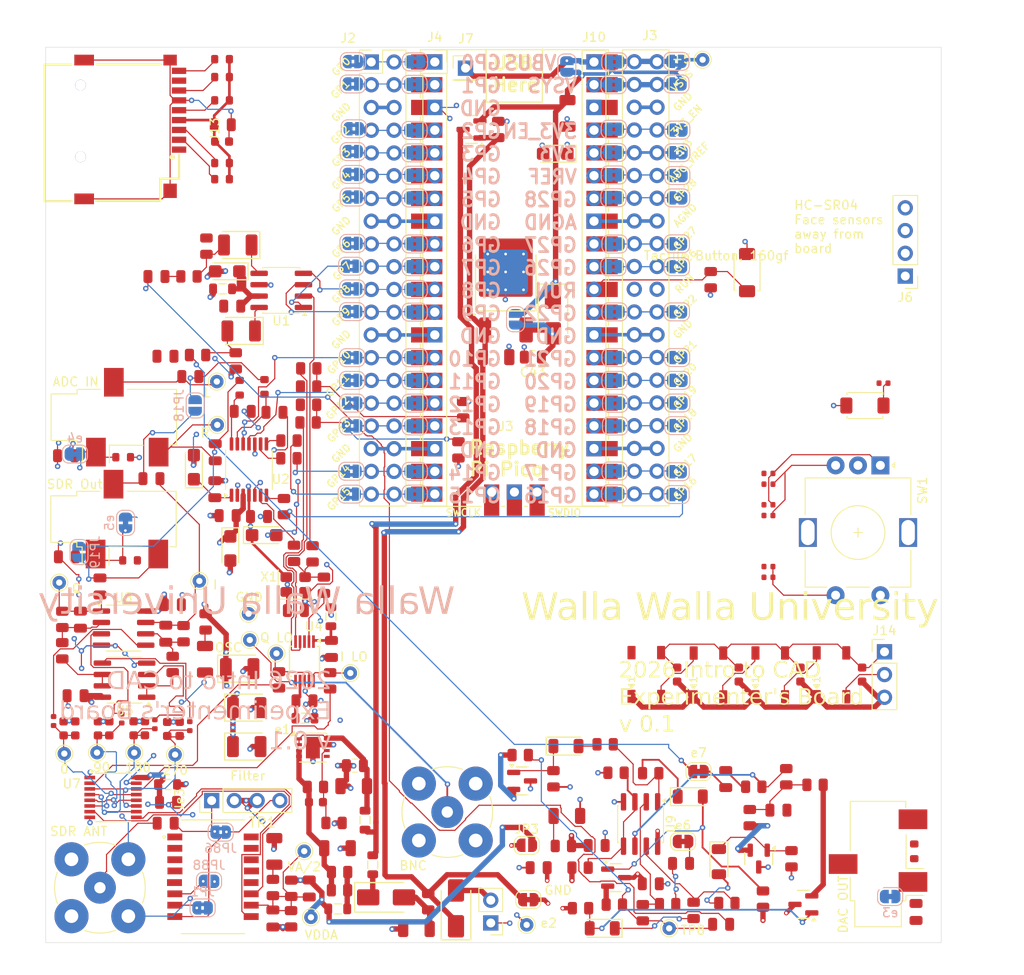
<source format=kicad_pcb>
(kicad_pcb (version 20241229) (generator "pcbnew") (generator_version "9.0")
  (layers (0 "F.Cu" signal) (4 "In1.Cu" signal) (6 "In2.Cu" signal) (2 "B.Cu" signal) (13 "F.Paste" user) (15 "B.Paste" user) (5 "F.SilkS" user "F.Silkscreen") (7 "B.SilkS" user "B.Silkscreen") (1 "F.Mask" user) (3 "B.Mask" user) (25 "Edge.Cuts" user))
  (net 0 "")
  (net 1 "GND")
  (net 2 "+3.3V")
  (net 3 "Net-(JP18-A)")
  (net 4 "Net-(C3-Pad2)")
  (net 5 "Net-(C4-Pad2)")
  (net 6 "Net-(JP86-A)")
  (net 7 "VDDA")
  (net 8 "Net-(U2-VINL)")
  (net 9 "Net-(U2-VINR)")
  (net 10 "/WS")
  (net 11 "Net-(J11-In)")
  (net 12 "Net-(JP86-B)")
  (net 13 "+4.7V")
  (net 14 "Net-(U7-1B2)")
  (net 15 "Net-(U7-1B1)")
  (net 16 "Net-(U8A--)")
  (net 17 "/I")
  (net 18 "/Q")
  (net 19 "Net-(U8B--)")
  (net 20 "Net-(Q1-D)")
  (net 21 "Net-(JP19-B)")
  (net 22 "Net-(C35-Pad1)")
  (net 23 "Net-(e1-SENSE{slash}ADJ)")
  (net 24 "Net-(U7-1B3)")
  (net 25 "Net-(C42-Pad1)")
  (net 26 "Net-(U1-VDD)")
  (net 27 "Net-(D1-Pad1)")
  (net 28 "Net-(J4-Pin_6)")
  (net 29 "Net-(J5-Pin_2)")
  (net 30 "Net-(FB5-Pad1)")
  (net 31 "Net-(e1-EN)")
  (net 32 "Net-(J2-Pin_35)")
  (net 33 "Net-(J2-Pin_34)")
  (net 34 "Net-(J4-Pin_16)")
  (net 35 "Net-(J4-Pin_17)")
  (net 36 "Net-(J4-Pin_20)")
  (net 37 "/Si5351a/CLK2")
  (net 38 "/Q_CLK")
  (net 39 "/I_CLK")
  (net 40 "Net-(JP88-B)")
  (net 41 "/BCK")
  (net 42 "/DATA")
  (net 43 "Net-(J4-Pin_14)")
  (net 44 "/SDA")
  (net 45 "/SCL")
  (net 46 "Net-(J4-Pin_9)")
  (net 47 "Net-(J4-Pin_5)")
  (net 48 "Net-(J4-Pin_19)")
  (net 49 "/Raspberry_Pi_Pico/3V3_EN")
  (net 50 "/Raspberry_Pi_Pico/RST")
  (net 51 "unconnected-(U3-SWCLK-Pad41)")
  (net 54 "Net-(U2-VREF)")
  (net 55 "/Raspberry_Pi_Pico/ADC_VREF")
  (net 56 "/Raspberry_Pi_Pico/GPIO28_ADC2")
  (net 57 "/Raspberry_Pi_Pico/GPIO27_ADC1")
  (net 58 "/Raspberry_Pi_Pico/GPIO26_ADC0")
  (net 59 "/Raspberry_Pi_Pico/GPIO22")
  (net 60 "/Raspberry_Pi_Pico/GPIO21")
  (net 61 "/Raspberry_Pi_Pico/GPIO20")
  (net 62 "/Raspberry_Pi_Pico/GPIO19")
  (net 63 "/Raspberry_Pi_Pico/GPIO18")
  (net 64 "/Raspberry_Pi_Pico/GPIO17")
  (net 65 "Net-(U4-VDD)")
  (net 66 "Net-(JP2-A)")
  (net 67 "Net-(U1-AOUTR)")
  (net 68 "/Raspberry_Pi_Pico/GPIO12")
  (net 69 "/Raspberry_Pi_Pico/GPIO13")
  (net 70 "Net-(C18-Pad2)")
  (net 71 "Net-(TR1-C_RX)")
  (net 72 "Net-(C21-Pad2)")
  (net 73 "Net-(U5A-+)")
  (net 74 "Net-(U7-VCC)")
  (net 75 "Net-(U5B-+)")
  (net 76 "Net-(C33-Pad1)")
  (net 77 "Net-(C34-Pad1)")
  (net 78 "Net-(U4-VDDO)")
  (net 79 "Net-(J4-Pin_7)")
  (net 80 "Net-(J4-Pin_12)")
  (net 81 "Net-(J2-Pin_15)")
  (net 82 "Net-(J4-Pin_11)")
  (net 83 "Net-(J2-Pin_11)")
  (net 84 "Net-(J4-Pin_2)")
  (net 85 "Net-(J2-Pin_19)")
  (net 86 "Net-(J2-Pin_1)")
  (net 87 "Net-(J2-Pin_16)")
  (net 88 "Net-(J2-Pin_12)")
  (net 89 "Net-(J2-Pin_10)")
  (net 90 "Net-(J2-Pin_2)")
  (net 91 "Net-(J2-Pin_17)")
  (net 92 "Net-(J4-Pin_4)")
  (net 93 "Net-(J2-Pin_20)")
  (net 94 "Net-(J2-Pin_14)")
  (net 95 "Net-(JP1-B)")
  (net 96 "Net-(J4-Pin_1)")
  (net 97 "Net-(J4-Pin_15)")
  (net 98 "Net-(J3-Pin_37)")
  (net 99 "Net-(J3-Pin_36)")
  (net 100 "Net-(J3-Pin_35)")
  (net 101 "Net-(J3-Pin_34)")
  (net 102 "Net-(J3-Pin_32)")
  (net 103 "Net-(J4-Pin_10)")
  (net 104 "Net-(C46-Pad2)")
  (net 105 "Net-(C47-Pad2)")
  (net 106 "Net-(U1-AOUTL)")
  (net 107 "Net-(e3-B)")
  (net 108 "Net-(e4-B)")
  (net 109 "Net-(e5-B)")
  (net 110 "Net-(J10-Pin_1)")
  (net 111 "Net-(J3-Pin_1)")
  (net 112 "Net-(J3-Pin_2)")
  (net 113 "Net-(J10-Pin_2)")
  (net 114 "Net-(J10-Pin_4)")
  (net 115 "Net-(J10-Pin_5)")
  (net 116 "Net-(J10-Pin_6)")
  (net 117 "Net-(J10-Pin_7)")
  (net 118 "Net-(J10-Pin_9)")
  (net 119 "Net-(J10-Pin_10)")
  (net 120 "Net-(J10-Pin_12)")
  (net 121 "/Raspberry_Pi_Pico/GPIO4")
  (net 122 "/Raspberry_Pi_Pico/GPIO5")
  (net 123 "Net-(J3-Pin_10)")
  (net 124 "Net-(J3-Pin_12)")
  (net 125 "Net-(J3-Pin_14)")
  (net 126 "Net-(J3-Pin_15)")
  (net 127 "Net-(J3-Pin_16)")
  (net 128 "Net-(J3-Pin_17)")
  (net 129 "Net-(J3-Pin_19)")
  (net 130 "Net-(J3-Pin_20)")
  (net 131 "/FMT")
  (net 132 "Net-(J2-Pin_37)")
  (net 133 "Net-(J2-Pin_36)")
  (net 134 "Net-(J2-Pin_32)")
  (net 135 "Net-(J10-Pin_14)")
  (net 136 "/OSC_SDA")
  (net 137 "/OSC_SCL")
  (net 144 "/MD1")
  (net 145 "Net-(U5A--)")
  (net 146 "Net-(U5B--)")
  (net 147 "Net-(U2-LRCK)")
  (net 148 "Net-(U2-BCK)")
  (net 149 "Net-(U2-DOUT)")
  (net 151 "Net-(TR1-RX+)")
  (net 152 "Net-(TR1-RX-)")
  (net 154 "/Raspberry_Pi_Pico/GPIO0")
  (net 155 "/Raspberry_Pi_Pico/GPIO1")
  (net 156 "/Raspberry_Pi_Pico/GPIO2")
  (net 157 "/Raspberry_Pi_Pico/GPIO3")
  (net 158 "/Raspberry_Pi_Pico/GPIO6")
  (net 159 "Net-(J10-Pin_15)")
  (net 160 "Net-(J10-Pin_16)")
  (net 161 "Net-(J10-Pin_17)")
  (net 162 "Net-(J10-Pin_19)")
  (net 163 "Net-(J10-Pin_20)")
  (net 164 "/SDIN")
  (net 165 "/MCLK")
  (net 166 "/LRCK")
  (net 167 "Net-(X1-OUT)")
  (net 168 "/CMOS Oscillator/SCLK")
  (net 169 "/CMOS Oscillator/SCKI")
  (net 170 "/CMOS Oscillator/LO_CLK")
  (net 171 "Net-(U7-1B4)")
  (net 172 "VAH")
  (net 173 "Net-(U4-CLK0)")
  (net 174 "Net-(U4-CLK1)")
  (net 175 "Net-(e6-A)")
  (net 176 "Net-(e7-B)")
  (net 177 "Net-(C54-Pad1)")
  (net 178 "VAO")
  (net 179 "Net-(e6-B)")
  (net 180 "Net-(C57-Pad2)")
  (net 181 "Net-(e7-A)")
  (net 182 "Net-(C58-Pad2)")
  (net 183 "Net-(C59-Pad1)")
  (net 184 "Net-(C59-Pad2)")
  (net 185 "Net-(C60-Pad2)")
  (net 186 "Net-(C60-Pad1)")
  (net 187 "Net-(D4-Pad1)")
  (net 188 "Net-(Q3-B)")
  (net 189 "Net-(Q2-B)")
  (net 190 "Net-(D5-Pad2)")
  (net 191 "Net-(Q4-B)")
  (net 192 "Net-(D6-Pad1)")
  (net 193 "Net-(D7-Pad2)")
  (net 194 "Net-(Q5-B)")
  (net 195 "Net-(Q2-E)")
  (net 196 "Net-(Q3-E)")
  (net 197 "Net-(Q4-E)")
  (net 198 "Net-(Q5-E)")
  (net 199 "Net-(U9A--)")
  (net 200 "Net-(U9B--)")
  (net 201 "/DAC/VA{slash}2")
  (net 202 "Net-(U8A-+)")
  (net 203 "Net-(U8B-+)")
  (net 207 "Net-(R55-Pad2)")
  (net 212 "Net-(R54-Pad2)")
  (net 213 "/Angle_Encoder/GPIO_B")
  (net 214 "/Angle_Encoder/GPIO_A")
  (net 215 "/LED String/RGB_DIN")
  (net 216 "Net-(D8-DOUT)")
  (net 217 "Net-(D10-DIN)")
  (net 218 "Net-(D10-DOUT)")
  (net 219 "Net-(D11-DOUT)")
  (net 220 "/Ultrasound_Distance/ECHO")
  (net 221 "/Ultrasound_Distance/TRIG")
  (net 222 "/SPI_MicroSD/MOSI")
  (net 223 "/SPI_MicroSD/CS")
  (net 224 "/SPI_MicroSD/SPI_CK")
  (net 225 "/SPI_MicroSD/SD_CD")
  (net 228 "/SPI_MicroSD/MISO")
  (net 229 "+3V3")
  (net 230 "/Upcounter")
  (footprint "TestPoint:TestPoint_THTPad_D1.5mm_Drill0.7mm" (layer "F.Cu") (at 170.575 129.35)
    (property "Reference" "TP8")
    (property "Value" "V_R")
  )
  (footprint "PCM_JLCPCB:R_0805" (layer "F.Cu") (at 128.37 124.88 90)
    (property "Reference" "R1" (hide yes))
    (property "Value" "10kΩ")
  )
  (footprint "PCM_JLCPCB:R_0603" (layer "F.Cu") (at 120.6425 32.29)
    (property "Reference" "R69" (hide yes))
    (property "Value" "10kΩ")
  )
  (footprint "PCM_JLCPCB:R_0805" (layer "F.Cu") (at 117.91 65.33 180)
    (property "Reference" "R33" (hide yes))
    (property "Value" "560Ω")
  )
  (footprint "PCM_JLCPCB:R_0805" (layer "F.Cu") (at 102.8 98.35 90)
    (property "Reference" "R9" (hide yes))
    (property "Value" "47Ω")
  )
  (footprint "PCM_JLCPCB:R_0805" (layer "F.Cu") (at 151.49 40.14 90)
    (property "Reference" "R28" (hide yes))
    (property "Value" "100kΩ")
  )
  (footprint "PCM_JLCPCB:C_0805" (layer "F.Cu") (at 112.76 79.13 180)
    (property "Reference" "C29" (hide yes))
    (property "Value" "1uF")
  )
  (footprint "PCM_JLCPCB:SW_TS-1088-AR02016" (layer "F.Cu") (at 179.27 56.125 90)
    (property "Reference" "S1" (hide yes))
    (property "Value" "Tactile Button, 160gf")
  )
  (footprint "PCM_JLCPCB:Q_SOT-23" (layer "F.Cu") (at 185.56 126.675 180)
    (property "Reference" "Q4" (hide yes))
    (property "Value" "FMMT491")
  )
  (footprint "PCM_JLCPCB:TO-252-2_L6.5-W6.1-P4.58-LS10.0-TL" (layer "F.Cu") (at 152.31 59.05 90)
    (property "Reference" "U6" (hide yes))
    (property "Value" "L78M05ABDT-TR")
  )
  (footprint "PCM_JLCPCB:R_0805" (layer "F.Cu") (at 133.77 123.07)
    (property "Reference" "R7" (hide yes))
    (property "Value" "1Ω")
  )
  (footprint "PCM_JLCPCB:C_0603" (layer "F.Cu") (at 112.03 107.015 90)
    (property "Reference" "C22" (hide yes))
    (property "Value" "10nF")
  )
  (footprint "TestPoint:TestPoint_THTPad_D1.5mm_Drill0.7mm" (layer "F.Cu") (at 120.06 68.29)
    (property "Reference" "TP1")
    (property "Value" "L")
  )
  (footprint "PCM_JLCPCB:C_0805" (layer "F.Cu") (at 103.32 87.86)
    (property "Reference" "C52" (hide yes))
    (property "Value" "100nF")
  )
  (footprint "Connector_Coaxial:BNC_TEConnectivity_1478204_Vertical" (layer "F.Cu") (at 107.005 124.815)
    (property "Reference" "J11")
    (property "Value" "SDR ANT")
  )
  (footprint "Jumper:SolderJumper-2_P1.3mm_Bridged_RoundedPad1.0x1.5mm" (layer "F.Cu") (at 154.85 126.15 180)
    (property "Reference" "e2")
    (property "Value" "~")
  )
  (footprint "PCM_JLCPCB:LED_WS2812B_PLCC4_5.0x5.0mm_P3.2mm" (layer "F.Cu") (at 181.86 101.05 90)
    (property "Reference" "D10" (hide yes))
    (property "Value" "WS2812B")
  )
  (footprint "PCM_JLCPCB:R_0805" (layer "F.Cu") (at 132.71 101.71 90)
    (property "Reference" "R37" (hide yes))
    (property "Value" "33Ω")
  )
  (footprint "TestPoint:TestPoint_THTPad_D1.5mm_Drill0.7mm" (layer "F.Cu") (at 123.6 94.22)
    (property "Reference" "TP10")
    (property "Value" "GND")
  )
  (footprint "PCM_JLCPCB:C_0805" (layer "F.Cu") (at 168.525 124.375)
    (property "Reference" "C61" (hide yes))
    (property "Value" "100nF")
  )
  (footprint "PCM_JLCPCB:R_0805" (layer "F.Cu") (at 127.56 82.26 -90)
    (property "Reference" "R16" (hide yes))
    (property "Value" "33Ω")
  )
  (footprint "PCM_JLCPCB:D_SOD-123FL" (layer "F.Cu") (at 163.1 129.35 180)
    (property "Reference" "D6" (hide yes))
    (property "Value" "SM4007PL")
  )
  (footprint "PCM_JLCPCB:C_1206" (layer "F.Cu") (at 142.35 129.42 180)
    (property "Reference" "C42" (hide yes))
    (property "Value" "10uF")
  )
  (footprint "PCM_JLCPCB:C_0805" (layer "F.Cu") (at 156 122.575 180)
    (property "Reference" "C63" (hide yes))
    (property "Value" "10uF")
  )
  (footprint "TestPoint:TestPoint_THTPad_D1.5mm_Drill0.7mm" (layer "F.Cu") (at 103.03 109.84)
    (property "Reference" "TP14")
    (property "Value" "0")
  )
  (footprint "Connector_PinHeader_2.54mm:PinHeader_1x04_P2.54mm_Vertical" (layer "F.Cu") (at 119.48 115.08 90)
    (property "Reference" "Je3")
    (property "Value" "Filter")
  )
  (footprint "PCM_JLCPCB:R_0805" (layer "F.Cu") (at 179.575 116.99 90)
    (property "Reference" "R49" (hide yes))
    (property "Value" "1Ω")
  )
  (footprint "PCM_JLCPCB:D_SOD-123FL" (layer "F.Cu") (at 159.05 109)
    (property "Reference" "D5" (hide yes))
    (property "Value" "SM4007PL")
  )
  (footprint "Jumper:SolderJumper-2_P1.3mm_Bridged_RoundedPad1.0x1.5mm" (layer "F.Cu") (at 173.85 111.84 180)
    (property "Reference" "e7")
    (property "Value" "~")
  )
  (footprint "PCM_JLCPCB:C_0805" (layer "F.Cu") (at 132.86 98.15 90)
    (property "Reference" "C15" (hide yes))
    (property "Value" "100nF")
  )
  (footprint "PCM_JLCPCB:C_0805" (layer "F.Cu") (at 129.85 103.94 180)
    (property "Reference" "C38" (hide yes))
    (property "Value" "100nF")
  )
  (footprint "PCM_JLCPCB:C_0603" (layer "F.Cu") (at 104.25 107.025 90)
    (property "Reference" "C16" (hide yes))
    (property "Value" "10nF")
  )
  (footprint "PCM_JLCPCB:C_0603" (layer "F.Cu") (at 110.77 107.015 90)
    (property "Reference" "C26" (hide yes))
    (property "Value" "10nF")
  )
  (footprint "PCM_JLCPCB:C_0805" (layer "F.Cu") (at 182.775 116.155)
    (property "Reference" "C60" (hide yes))
    (property "Value" "10uF")
  )
  (footprint "Connector_PinHeader_2.54mm:PinHeader_1x02_P2.54mm_Vertical" (layer "F.Cu") (at 150.65 128.75 180)
    (property "Reference" "J5")
    (property "Value" "Conn_01x02" (hide yes))
  )
  (footprint "PCM_JLCPCB:C_0402" (layer "F.Cu") (at 181.66 82.05 180)
    (property "Reference" "C64" (hide yes))
    (property "Value" "10nF")
  )
  (footprint "PCM_JLCPCB:C_0402" (layer "F.Cu") (at 181.66 90.15 180)
    (property "Reference" "C62" (hide yes))
    (property "Value" "100nF")
  )
  (footprint "PCM_JLCPCB:R_0603" (layer "F.Cu") (at 197.94 120.75 90)
    (property "Reference" "R19" (hide yes))
    (property "Value" "10Ω")
  )
  (footprint "PCM_JLCPCB:R_0805" (layer "F.Cu") (at 116.34 96.45 90)
    (property "Reference" "R12" (hide yes))
    (property "Value" "10kΩ")
  )
  (footprint "PCM_JLCPCB:C_0805" (layer "F.Cu") (at 126.32 128.25 90)
    (property "Reference" "C20" (hide yes))
    (property "Value" "100nF")
  )
  (footprint "PCM_JLCPCB:R_0402" (layer "F.Cu") (at 101.83 106.2 90)
    (property "Reference" "R60" (hide yes))
    (property "Value" "10Ω" (hide yes))
  )
  (footprint "TestPoint:TestPoint_THTPad_D1.5mm_Drill0.7mm" (layer "F.Cu") (at 174.31 32.35)
    (property "Reference" "TP25")
    (property "Value" "+5")
  )
  (footprint "PCM_JLCPCB:C_0805" (layer "F.Cu") (at 120.7225 39.61)
    (property "Reference" "C66" (hide yes))
    (property "Value" "10uF")
  )
  (footprint "PCM_JLCPCB:C_1206" (layer "F.Cu") (at 126.48 120.76 90)
    (property "Reference" "C34" (hide yes))
    (property "Value" "10uF")
  )
  (footprint "TestPoint:TestPoint_THTPad_D1.5mm_Drill0.7mm" (layer "F.Cu") (at 154.66 128.96)
    (property "Reference" "TP12")
    (property "Value" "GND")
  )
  (footprint "PCM_JLCPCB:R_0402" (layer "F.Cu") (at 113.14 106.56 90)
    (property "Reference" "R61" (hide yes))
    (property "Value" "10Ω" (hide yes))
  )
  (footprint "PCM_JLCPCB:R_0805" (layer "F.Cu") (at 181.05 126.085 90)
    (property "Reference" "R42" (hide yes))
    (property "Value" "1.5kΩ")
  )
  (footprint "PCM_JLCPCB:D_SMA" (layer "F.Cu") (at 138.96 125.89)
    (property "Reference" "D1" (hide yes))
    (property "Value" "SS14")
  )
  (footprint "Package_SO:SSOP-16_3.9x4.9mm_P0.635mm" (layer "F.Cu") (at 108.47 114.7325)
    (property "Reference" "U7")
    (property "Value" "SN74CBT3253")
  )
  (footprint "PCM_JLCPCB:R_0805" (layer "F.Cu") (at 130.75 87.53 -90)
    (property "Reference" "R34" (hide yes))
    (property "Value" "33Ω" (hide yes))
  )
  (footprint "PCM_JLCPCB:R_0805" (layer "F.Cu") (at 164.45 126.7 180)
    (property "Reference" "R40" (hide yes))
    (property "Value" "1Ω")
  )
  (footprint "PCM_JLCPCB:C_0603" (layer "F.Cu") (at 120.6425 41.49)
    (property "Reference" "C67" (hide yes))
    (property "Value" "100nF")
  )
  (footprint "PCM_JLCPCB:R_0603" (layer "F.Cu") (at 110.37 88.26)
    (property "Reference" "R30" (hide yes))
    (property "Value" "10Ω")
  )
  (footprint "PCM_JLCPCB:C_0603" (layer "F.Cu") (at 171.462857 101.01 -90)
    (property "Reference" "C71" (hide yes))
    (property "Value" "100nF")
  )
  (footprint "PCM_JLCPCB:R_0805" (layer "F.Cu") (at 170.4 126.65)
    (property "Reference" "R44" (hide yes))
    (property "Value" "1kΩ")
  )
  (footprint "PCM_JLCPCB:C_1206" (layer "F.Cu") (at 135.35 113.47 180)
    (property "Reference" "C5" (hide yes))
    (property "Value" "10uF")
  )
  (footprint "Package_SO:SOIC-8_3.9x4.9mm_P1.27mm" (layer "F.Cu") (at 167.3825 117.7 -90)
    (property "Reference" "U9")
    (property "Value" "OPA1612AxD")
  )
  (footprint "0_Personal:TF-SMD_TF-PUSH" (layer "F.Cu") (at 110.5425 40.14 -90)
    (property "Reference" "J13")
    (property "Value" "Micro_SD-TF_PUSH")
  )
  (footprint "Capacitor_SMD:C_0805_2012Metric" (layer "F.Cu") (at 155.35 65.56 180)
    (property "Reference" "C43")
    (property "Value" "0.1u")
  )
  (footprint "Intro_to_CAD:PinSocket_2x20_P2.54mm_Vertical_Counterclockwise_pins21-40" (layer "F.Cu") (at 170.06 32.58)
    (property "Reference" "J3")
    (property "Value" "Conn_02x20_Counter_Clockwise")
  )
  (footprint "PCM_JLCPCB:R_0603" (layer "F.Cu") (at 109.6 76.74)
    (property "Reference" "R14" (hide yes))
    (property "Value" "10Ω")
  )
  (footprint "PCM_JLCPCB:R_0805" (layer "F.Cu") (at 126.32 124.79 90)
    (property "Reference" "R10" (hide yes))
    (property "Value" "1Ω")
  )
  (footprint "PCM_JLCPCB:R_0402" (layer "F.Cu") (at 117.04 106.77 90)
    (property "Reference" "R58" (hide yes))
    (property "Value" "10Ω" (hide yes))
  )
  (footprint "PCM_JLCPCB:R_0402" (layer "F.Cu") (at 181.66 79.75)
    (property "Reference" "R64" (hide yes))
    (property "Value" "10kΩ" (hide yes))
  )
  (footprint "PCM_JLCPCB:C_0805" (layer "F.Cu") (at 114.35 117.61)
    (property "Reference" "C1" (hide yes))
    (property "Value" "100nF")
  )
  (footprint "PCM_JLCPCB:C_0805" (layer "F.Cu") (at 119.84 80.31 -90)
    (property "Reference" "C11" (hide yes))
    (property "Value" "100nF")
  )
  (footprint "PCM_JLCPCB:SW_TS-1088-AR02016" (layer "F.Cu") (at 192.435 70.97)
    (property "Reference" "S1" (hide yes))
    (property "Value" "Tactile Button, 160gf")
  )
  (footprint "PCM_JLCPCB:D_SMA" (layer "F.Cu") (at 157.59 60.91 -90)
    (property "Reference" "D3" (hide yes))
    (property "Value" "SS14")
  )
  (footprint "PCM_JLCPCB:C_0603" (layer "F.Cu") (at 106.79 107.025 90)
    (property "Reference" "C19" (hide yes))
    (property "Value" "10nF")
  )
  (footprint "PCM_JLCPCB:C_0805" (layer "F.Cu") (at 176.89 112.68 90)
    (property "Reference" "C58" (hide yes))
    (property "Value" "10uF")
  )
  (footprint "PCM_JLCPCB:R_0805" (layer "F.Cu") (at 167.625 127.6 -90)
    (property "Reference" "R45" (hide yes))
    (property "Value" "10kΩ")
  )
  (footprint "PCM_JLCPCB:R_0805" (layer "F.Cu") (at 116.95 56.55 180)
    (property "Reference" "R22" (hide yes))
    (property "Value" "560Ω")
  )
  (footprint "TestPoint:TestPoint_THTPad_D1.5mm_Drill0.7mm" (layer "F.Cu") (at 102.46 90.74)
    (property "Reference" "TP18")
    (property "Value" "Q")
  )
  (footprint "PCM_JLCPCB:R_0805" (layer "F.Cu") (at 143.67 126.38 90)
    (property "Reference" "R21" (hide yes))
    (property "Value" "1Ω")
  )
  (footprint "PCM_JLCPCB:C_0603" (layer "F.Cu") (at 131.13 115.26)
    (property "Reference" "C40" (hide yes))
    (property "Value" "4.7pF")
  )
  (footprint "PCM_JLCPCB:R_0805" (layer "F.Cu") (at 158.76 120.15 180)
    (property "Reference" "R39" (hide yes))
    (property "Value" "1Ω")
  )
  (footprint "PCM_JLCPCB:C_0805" (layer "F.Cu") (at 114.36 96.45 90)
    (property "Reference" "C18" (hide yes))
    (property "Value" "100pF")
  )
  (footprint "PCM_JLCPCB:C_0805" (layer "F.Cu") (at 103.22 76.57)
    (property "Reference" "C51" (hide yes))
    (property "Value" "100nF")
  )
  (footprint "PCM_JLCPCB:R_0805" (layer "F.Cu") (at 160.625 122.575 180)
    (property "Reference" "R53" (hide yes))
    (property "Value" "2.2kΩ")
  )
  (footprint "PCM_JLCPCB:C_0805" (layer "F.Cu") (at 119.88 76.19 -90)
    (property "Reference" "C4" (hide yes))
    (property "Value" "1uF")
  )
  (footprint "PCM_JLCPCB:R_0603" (layer "F.Cu") (at 120.6425 43.89)
    (property "Reference" "R66" (hide yes))
    (property "Value" "10kΩ")
  )
  (footprint "PCM_JLCPCB:C_CASE-B-3528-21(mm)" (layer "F.Cu") (at 123.4 109.05)
    (property "Reference" "C37" (hide yes))
    (property "Value" "100uF")
  )
  (footprint "PCM_JLCPCB:C_0603" (layer "F.Cu") (at 114.52 107.085 90)
    (property "Reference" "C27" (hide yes))
    (property "Value" "10nF")
  )
  (footprint "PCM_JLCPCB:R_0805" (layer "F.Cu") (at 164.64 111.975)
    (property "Reference" "R52" (hide yes))
    (property "Value" "2.2kΩ")
  )
  (footprint "PCM_JLCPCB:C_CASE-A-3216-18(mm)" (layer "F.Cu") (at 121.23 55.98 180)
    (property "Reference" "C45" (hide yes))
    (property "Value" "10uF")
  )
  (footprint "PCM_JLCPCB:C_1206" (layer "F.Cu") (at 133.53 120.4)
    (property "Reference" "C35" (hide yes))
    (property "Value" "10uF")
  )
  (footprint "PCM_JLCPCB:R_0805" (layer "F.Cu") (at 122.17 65.98 -90)
    (property "Reference" "R31" (hide yes))
    (property "Value" "10kΩ")
  )
  (footprint "PCM_JLCPCB:R_0805" (layer "F.Cu") (at 130.33 66.82)
    (property "Reference" "R24" (hide yes))
    (property "Value" "100Ω")
  )
  (footprint "PCM_JLCPCB:C_0805" (layer "F.Cu") (at 114.61 115.28 180)
    (property "Reference" "C23" (hide yes))
    (property "Value" "100nF")
  )
  (footprint "PCM_JLCPCB:Q_SOT-23" (layer "F.Cu") (at 148.5 40.14 180)
    (property "Reference" "Q1" (hide yes))
    (property "Value" "AO3401A")
  )
  (footprint "PCM_JLCPCB:R_0805" (layer "F.Cu") (at 128.12 74.88)
    (property "Reference" "R17" (hide yes))
    (property "Value" "33Ω")
  )
  (footprint "PCM_JLCPCB:R_0603" (layer "F.Cu") (at 120.6425 45.69 180)
    (property "Reference" "R68" (hide yes))
    (property "Value" "10kΩ")
  )
  (footprint "PCM_JLCPCB:C_CASE-B-3528-21(mm)" (layer "F.Cu") (at 122.4 53.04 180)
    (property "Reference" "C46" (hide yes))
    (property "Value" "100uF")
  )
  (footprint "PCM_JLCPCB:R_0805" (layer "F.Cu") (at 133.76 125.09)
    (property "Reference" "R20" (hide yes))
    (property "Value" "1Ω")
  )
  (footprint "PCM_JLCPCB:R_0805" (layer "F.Cu") (at 130.25 72.86)
    (property "Reference" "R25" (hide yes))
    (property "Value" "100Ω")
  )
  (footprint "PCM_JLCPCB:C_CASE-B-3528-21(mm)" (layer "F.Cu") (at 123.4 104.7)
    (property "Reference" "C36" (hide yes))
    (property "Value" "100uF")
  )
  (footprint "PCM_JLCPCB:C_0805" (layer "F.Cu") (at 107.01 91.17 -90)
    (property "Reference" "C21" (hide yes))
    (property "Value" "1uF")
  )
  (footprint "PCM_JLCPCB:R_0805" (layer "F.Cu") (at 153.94 110)
    (property "Reference" "R41" (hide yes))
    (property "Value" "1Ω")
  )
  (footprint "Package_SO:MSOP-10_3x3mm_P0.5mm" (layer "F.Cu") (at 129.85 99.53 -90)
    (property "Reference" "U4")
    (property "Value" "MS5351M")
  )
  (footprint "PCM_JLCPCB:R_0805" (layer "F.Cu") (at 186.865 113.325)
    (property "Reference" "R48" (hide yes))
    (property "Value" "1Ω")
  )
  (footprint "PCM_JLCPCB:C_0805" (layer "F.Cu") (at 122.95 71.62)
    (property "Reference" "C7" (hide yes))
    (property "Value" "2.2nF")
  )
  (footprint "Package_SO:SOIC-8_3.9x4.9mm_P1.27mm" (layer "F.Cu") (at 127.26 58.11 180)
    (property "Reference" "U1")
    (property "Value" "CJC4334H")
  )
  (footprint "PCM_JLCPCB:R_0805" (layer "F.Cu") (at 130.3 70.88)
    (property "Reference" "R26" (hide yes))
    (property "Value" "100Ω")
  )
  (footprint "TestPoint:TestPoint_THTPad_D1.5mm_Drill0.7mm" (layer "F.Cu") (at 120.11 73.13)
    (property "Reference" "TP2")
    (property "Value" "R")
  )
  (footprint "PCM_JLCPCB:C_0805" (layer "F.Cu") (at 114.324983 65.465373 180)
    (property "Reference" "C53" (hide yes))
    (property "Value" "2.2nF")
  )
  (footprint "PCM_JLCPCB:Q_SOT-23" (layer "F.Cu") (at 164.65 123.6875)
    (property "Reference" "Q3" (hide yes))
    (property "Value" "FMMT491")
  )
  (footprint "PCM_JLCPCB:FB_0805" (layer "F.Cu") (at 120.7 57.94 180)
    (property "Reference" "FB7" (hide yes))
    (property "Value" "~")
  )
  (footprint "PCM_JLCPCB:R_0805" (layer "F.Cu") (at 147.04 75.92 90)
    (property "Reference" "R23" (hide yes))
    (property "Value" "4.7kΩ")
  )
  (footprint "PCM_JLCPCB:R_0805" (layer "F.Cu") (at 127 101.6 90)
    (property "Reference" "R38" (hide yes))
    (property "Value" "33Ω")
  )
  (footprint "PCM_JLCPCB:C_1206" (layer "F.Cu") (at 151.24 65.56)
    (property "Reference" "C41" (hide yes))
    (property "Value" "10uF")
  )
  (footprint "PCM_JLCPCB:R_0805" (layer "F.Cu") (at 160.675 127.1)
    (property "Reference" "R46" (hide yes))
    (property "Value" "1.5kΩ")
  )
  (footprint "PCM_JLCPCB:C_1206" (layer "F.Cu") (at 118.74 99.3 -90)
    (property "Reference" "C33" (hide yes))
    (property "Value" "10uF")
  )
  (footprint "MCU_RaspberryPi_and_Boards:RPi_Pico_SMD_TH" (layer "F.Cu") (at 153.29 56.73)
    (property "Reference" "U3")
    (property "Value" "Pico")
  )
  (footprint "PCM_JLCPCB:C_CASE-B-3528-21(mm)" (layer "F.Cu") (at 122.61 100.35)
    (property "Reference" "C17" (hide yes))
    (property "Value" "100uF")
  )
  (footprint "PCM_JLCPCB:R_0805" (layer "F.Cu") (at 115.13 99.88 90)
    (property "Reference" "R8" (hide yes))
    (property "Value" "47Ω")
  )
  (footprint "PCM_JLCPCB:LED_WS2812B_PLCC4_5.0x5.0mm_P3.2mm" (layer "F.Cu") (at 168.02 101.01 90)
    (property "Reference" "D8" (hide yes))
    (property "Value" "WS2812B")
  )
  (footprint "PCM_JLCPCB:C_0805" (layer "F.Cu") (at 115.15 93.2 180)
    (property "Reference" "C30" (hide yes))
    (property "Value" "100nF")
  )
  (footprint "PCM_JLCPCB:R_0603" (layer "F.Cu") (at 125.38 68.89 -90)
    (property "Reference" "R2" (hide yes))
    (property "Value" "430Ω")
  )
  (footprint "PCM_JLCPCB:C_CASE-A-3216-18(mm)" (layer "F.Cu") (at 121.57 86.93 -90)
    (property "Reference" "C9" (hide yes))
    (property "Value" "10uF")
  )
  (footprint "TestPoint:TestPoint_THTPad_D1.5mm_Drill0.7mm" (layer "F.Cu") (at 106.68 109.73)
    (property "Reference" "TP16")
    (property "Value" "90")
  )
  (footprint "TestPoint:TestPoint_THTPad_D1.5mm_Drill0.7mm" (layer "F.Cu") (at 126.72 98.65 180)
    (property "Reference" "TP4")
    (property "Value" "Q LO")
  )
  (footprint "Package_SO:TSSOP-14_4.4x5mm_P0.65mm" (layer "F.Cu") (at 123.65 78.1225 90)
    (property "Reference" "U2")
    (property "Value" "PCM1808PWR")
  )
  (footprint "PCM_JLCPCB:R_0805" (layer "F.Cu") (at 147.57 71.43 -90)
    (property "Reference" "R15" (hide yes))
    (property "Value" "4.7kΩ")
  )
  (footprint "PCM_JLCPCB:R_0805" (layer "F.Cu") (at 128.68 87.48 90)
    (property "Reference" "R35" (hide yes))
    (property "Value" "33Ω" (hide yes))
  )
  (footprint "TestPoint:TestPoint_THTPad_D1.5mm_Drill0.7mm" (layer "F.Cu") (at 129.82 120.73)
    (property "Reference" "TP11")
    (property "Value" "VA/2")
  )
  (footprint "PCM_JLCPCB:C_0603" (layer "F.Cu") (at 192.12 101.01 -90)
    (property "Reference" "C68" (hide yes))
    (property "Value" "100nF")
  )
  (footprint "PCM_JLCPCB:C_0805" (layer "F.Cu") (at 121.78 59.87 180)
    (property "Reference" "C12" (hide yes))
    (property "Value" "100nF")
  )
  (footprint "PCM_JLCPCB:R_0805" (layer "F.Cu") (at 157.65 112.65 -90)
    (property "Reference" "R43" (hide yes))
    (property "Value" "1.5kΩ")
  )
  (footprint "Jumper:SolderJumper-2_P1.3mm_Open_RoundedPad1.0x1.5mm" (layer "F.Cu") (at 154.675 120.075)
    (property "Reference" "JP3")
    (property "Value" "~")
  )
  (footprint "PCM_JLCPCB:R_0805" (layer "F.Cu") (at 130.31 68.85)
    (property "Reference" "R27" (hide yes))
    (property "Value" "100Ω")
  )
  (footprint "PCM_JLCPCB:R_0805" (layer "F.Cu") (at 177.015 126.525 180)
    (property "Reference" "R56" (hide yes))
    (property "Value" "27Ω")
  )
  (footprint "Connector_PinHeader_2.54mm:PinHeader_1x03_P2.54mm_Vertical" (layer "F.Cu") (at 194.62 98.47)
    (property "Reference" "J14")
    (property "Value" "Conn_01x03")
  )
  (footprint "PCM_JLCPCB:C_1206" (layer "F.Cu") (at 159.22 38.34 -90)
    (property "Reference" "C2" (hide yes))
    (property "Value" "10uF")
  )
  (footprint "PCM_JLCPCB:C_0805" (layer "F.Cu") (at 104.29 103.37)
    (property "Reference" "C31" (hide yes))
    (property "Value" "100nF")
  )
  (footprint "PCM_JLCPCB:FB_0805" (layer "F.Cu") (at 133.56 127.18 180)
    (property "Reference" "FB5" (hide yes))
    (property "Value" "~")
  )
  (footprint "PCM_JLCPCB:R_0805" (layer "F.Cu") (at 183.65 112.42 -90)
    (property "Reference" "R50" (hide yes))
    (property "Value" "10kΩ")
  )
  (footprint "TestPoint:TestPoint_THTPad_D1.5mm_Drill0.7mm" (layer "F.Cu") (at 134.97 100.84 180)
    (property "Reference" "TP3")
    (property "Value" "I LO")
  )
  (footprint "PCM_JLCPCB:R_0402" (layer "F.Cu") (at 181.66 78.55)
    (property "Reference" "R63" (hide yes))
    (property "Value" "10kΩ" (hide yes))
  )
  (footprint "PCM_JLCPCB:R_0805" (layer "F.Cu") (at 133.15 117.58)
    (property "Reference" "R6" (hide yes))
    (property "Value" "12kΩ")
  )
  (footprint "PCM_JLCPCB:C_0603" (layer "F.Cu") (at 185.234286 101.01 -90)
    (property "Reference" "C69" (hide yes))
    (property "Value" "100nF")
  )
  (footprint "PCM_JLCPCB:FB_0805" (layer "F.Cu") (at 132.8 94.55 90)
    (property "Reference" "FB4" (hide yes))
    (property "Value" "~")
  )
  (footprint "PCM_JLCPCB:C_CASE-A-3216-18(mm)" (layer "F.Cu") (at 117.5 77.85 90)
    (property "Reference" "C44" (hide yes))
    (property "Value" "10uF")
  )
  (footprint "Connector_PinHeader_2.54mm:PinHeader_1x01_P2.54mm_Vertical" (layer "F.Cu") (at 147.83 33.29)
    (property "Reference" "J7")
    (property "Value" "Conn_01x01_Pin")
  )
  (footprint "PCM_JLCPCB:R_0805" (layer "F.Cu") (at 173.3 127.35 90)
    (property "Reference" "R54" (hide yes))
    (property "Value" "27Ω")
  )
  (footprint "PCM_JLCPCB:C_1206" (layer "F.Cu") (at 159.15 116.8)
    (property "Reference" "C54" (hide yes))
    (property "Value" "10uF")
  )
  (footprint "PCM_JLCPCB:C_0603" (layer "F.Cu") (at 108.05 107.025 90)
    (property "Reference" "C25" (hide yes))
    (property "Value" "10nF")
  )
  (footprint "TestPoint:TestPoint_THTPad_D1.5mm_Drill0.7mm" (layer "F.Cu") (at 123.74 97.15 180)
    (property "Reference" "TP5")
    (property "Value" "OSC")
  )
  (footprint "PCM_JLCPCB:C_0603" (layer "F.Cu") (at 102.95 107.025 90)
    (property "Reference" "C14" (hide yes))
    (property "Value" "10nF")
  )
  (footprint "PCM_JLCPCB:R_0805" (layer "F.Cu") (at 131.07 113.56 180)
    (property "Reference" "R5" (hide yes))
    (property "Value" "33kΩ")
  )
  (footprint "Package_DFN_QFN:DFN-8-1EP_3x3mm_P0.65mm_EP1.55x2.4mm" (layer "F.Cu") (at 130.7875 109.17)
    (property "Reference" "e1")
    (property "Value" "SGM2205-ADJXTDB8G/TR")
  )
  (footprint "PCM_JLCPCB:R_0805" (layer "F.Cu") (at 184.23 121.58 -90)
    (property "Reference" "R47" (hide yes))
    (property "Value" "1.5kΩ")
  )
  (footprint "PCM_JLCPCB:R_0805" (layer "F.Cu") (at 175.21 56.915 90)
    (property "Reference" "R29" (hide yes))
    (property "Value" "20kΩ")
  )
  (footprint "PCM_JLCPCB:C_0805" (layer "F.Cu") (at 113.32 56.56 180)
    (property "Reference" "C49" (hide yes))
    (property "Value" "2.2nF")
  )
  (footprint "PCM_JLCPCB:R_0805" (layer "F.Cu") (at 128.11 76.86)
    (property "Reference" "R18" (hide yes))
    (property "Value" "33Ω")
  )
  (footprint "PCM_JLCPCB:C_0805" (layer "F.Cu") (at 130.38 124.9 -90)
    (property "Reference" "C32" (hide yes))
    (property "Value" "100nF")
  )
  (footprint "Connector_PinSocket_2.54mm:PinSocket_1x20_P2.54mm_Vertical" (layer "F.Cu") (at 144.4 32.6)
    (property "Reference" "J4")
    (property "Value" "Conn_01x20_Socket")
  )
  (footprint "PCM_JLCPCB:R_0805" (layer "F.Cu") (at 132.02 91.04 90)
    (property "Reference" "R36" (hide yes))
    (property "Value" "33Ω")
  )
  (footprint "PCM_JLCPCB:C_0805" (layer "F.Cu") (at 126.5 71.73)
    (property "Reference" "C6" (hide yes))
    (property "Value" "2.2nF")
  )
  (footprint "PCM_JLCPCB:R_0805" (layer "F.Cu") (at 128.35 128.28 90)
    (property "Reference" "R4" (hide yes))
    (property "Value" "10kΩ")
  )
  (footprint "PCM_JLCPCB:FB_0805" (layer "F.Cu") (at 137.47 122.25 -90)
    (property "Reference" "FB2" (hide yes))
    (property "Value" "~")
  )
  (footprint "Intro_to_CAD:XFMR_H1102NLT" (layer "F.Cu") (at 119.633 123.59)
    (property "Reference" "TR1")
    (property "Value" "H1102NLT")
  )
  (footprint "Capacitor_SMD:C_0805_2012Metric" (layer "F.Cu") (at 135.48 111.18 180)
    (property "Reference" "C55" (hide yes))
    (property "Value" "0.1u")
  )
  (footprint "PCM_JLCPCB:R_0805" (layer "F.Cu") (at 118.9 53.17 90)
    (property "Reference" "R32" (hide yes))
    (property "Value" "10kΩ")
  )
  (footprint "Rotary_Encoder:RotaryEncoder_Alps_EC11E-Switch_Vertical_H20mm" (layer "F.Cu") (at 194.16 77.65 -90)
    (property "Reference" "SW1")
    (property "Value" "RotaryEncoder_Switch_MP")
  )
  (footprint "Jumper:SolderJumper-2_P1.3mm_Bridged_RoundedPad1.0x1.5mm" (layer "F.Cu") (at 172.125 119.65)
    (property "Reference" "e6")
    (property "Value" "~")
  )
  (footprint "PCM_JLCPCB:D_SOD-123FL" (layer "F.Cu") (at 176.125 121.905 -90)
    (property "Reference" "D7" (hide yes))
    (property "Value" "SM4007PL")
  )
  (footprint "PCM_JLCPCB:C_CASE-B-3528-21(mm)" (layer "F.Cu") (at 122.78 62.64 180)
    (property "Reference" "C47" (hide yes))
    (property "Value" "100uF")
  )
  (footprint "PCM_JLCPCB:R_0805" (layer "F.Cu") (at 102.81 94.85 90)
    (property "Reference" "R13" (hide yes))
    (property "Value" "10kΩ")
  )
  (footprint "TestPoint:TestPoint_THTPad_D1.5mm_Drill0.7mm" (layer "F.Cu") (at 118.11 90.56)
    (property "Reference" "TP17")
    (property "Value" "I")
  )
  (footprint "PCM_JLCPCB:R_0402" (layer "F.Cu") (at 194.51 68.47)
    (property "Reference" "R1" (hide yes))
    (property "Value" "10kΩ" (hide yes))
  )
  (footprint "PCM_JLCPCB:FB_0805" (layer "F.Cu") (at 129.9 105.88 180)
    (property "Reference" "FB1" (hide yes))
    (property "Value" "~")
  )
  (footprint "Intro_to_CAD:Jack_3.5mm_CUI_SJ-3523-SMT_Horizontal" (layer "F.Cu") (at 110.52 83.65 90)
    (property "Reference" "J12")
    (property "Value" "SDR Out")
  )
  (footprint "PCM_JLCPCB:Q_SOT-23" (layer "F.Cu") (at 154.15 112.8875)
    (property "Reference" "Q2" (hide yes))
    (property "Value" "FMMT591")
  )
  (footprint "Connector_Coaxial:BNC_TEConnectivity_1478204_Vertical" (layer "F.Cu") (at 145.795 116.365 180)
    (property "Reference" "J8")
    (property "Value" "BNC")
  )
  (footprint "PCM_JLCPCB:C_0805" (layer "F.Cu") (at 121.27 83.26)
    (property "Reference" "C13" (hide yes))
    (property "Value" "100nF")
  )
  (footprint "PCM_JLCPCB:R_0805" (layer "F.Cu") (at 118.81 95.13 -90)
    (property "Reference" "R11" (hide yes))
    (property "Value" "1Ω")
  )
  (footprint "PCM_JLCPCB:C_0805" (layer "F.Cu") (at 176.375 128.9)
    (property "Reference" "C59" (hide yes))
    (property "Value" "10uF")
  )
  (footprint "PCM_JLCPCB:R_0805" (layer "F.Cu") (at 168.51 112.025)
    (property "Reference" "R55" (hide yes))
    (property "Value" "27Ω")
  )
  (footprint "PCM_JLCPCB:LED_WS2812B_PLCC4_5.0x5.0mm_P3.2mm" (layer "F.Cu") (at 174.96 101.06 90)
    (property "Reference" "D9" (hide yes))
    (property "Value" "WS2812B")
  )
  (footprint "PCM_JLCPCB:C_0603" (layer "F.Cu") (at 178.348571 101.01 -90)
    (property "Reference" "C70" (hide yes))
    (property "Value" "100nF")
  )
  (footprint "PCM_JLCPCB:D_SMA" (layer "F.Cu") (at 146.77 127.12 90)
    (property "Reference" "D2" (hide yes))
    (property "Value" "SS14")
  )
  (footprint "PCM_JLCPCB:Q_SOT-23" (layer "F.Cu") (at 180.575 121.565 -90)
    (property "Reference" "Q5" (hide yes))
    (property "Value" "FMMT591")
  )
  (footprint "Oscillator:Oscillator_SMD_Abracon_ASE-4Pin_3.2x2.5mm" (layer "F.Cu") (at 128.87 90.955)
    (property "Reference" "X1")
    (property "Value" "YC24.576MUBCE2O")
  )
  (footprint "TestPoint:TestPoint_THTPad_D1.5mm_Drill0.7mm" (layer "F.Cu") (at 115.4 109.95)
    (property "Reference" "TP7")
    (property "Value" "270")
  )
  (footprint "PCM_JLCPCB:C_0805" (layer "F.Cu") (at 117.1 67.73 180)
    (property "Reference" "C3" (hide yes))
    (property "Value" "1uF")
  )
  (footprint "PCM_JLCPCB:D_SOD-123FL" (layer "F.Cu") (at 172.93 114.64)
    (property "Reference" "D4" (hide yes))
    (property "Value" "SM4007PL")
  )
  (footprint "PCM_JLCPCB:LED_WS2812B_PLCC4_5.0x5.0mm_P3.2mm" (layer "F.Cu") (at 188.7 101.04 90)
    (property "Reference" "D11" (hide yes))
    (property "Value" "WS2812B")
  )
  (footprint "PCM_JLCPCB:C_0603" (layer "F.Cu") (at 115.91 107.08 90)
    (property "Reference" "C24" (hide yes))
    (property "Value" "10nF")
  )
  (footprint "Intro_to_CAD:Jack_3.5mm_CUI_SJ-3523-SMT_Horizontal" (layer "F.Cu") (at 110.56 72.27 90)
    (property "Reference" "J1")
    (property "Value" "ADC IN")
  )
  (footprint "PCM_JLCPCB:C_0805" (layer "F.Cu") (at 128.89 93.86)
    (property "Reference" "C48" (hide yes))
    (property "Value" "100nF")
  )
  (footprint "PCM_JLCPCB:C_CASE-A-3216-18(mm)" (layer "F.Cu") (at 157.85 42.85 180)
    (property "Reference" "C39" (hide yes))
    (property "Value" "10uF")
  )
  (footprint "TestPoint:TestPoint_THTPad_D1.5mm_Drill0.7mm" (layer "F.Cu") (at 110.84 109.74)
    (property "Reference" "TP6")
    (property "Value" "180")
  )
  (footprint "PCM_JLCPCB:R_0603" (layer "F.Cu") (at 120.6425 34.29 180)
    (property "Reference" "R67" (hide yes))
    (property "Value" "10kΩ")
  )
  (footprint "Intro_to_CAD:PinSocket_1x20_P2.54mm_Vertical-pins21-40" (layer "F.Cu") (at 162.18 32.6)
    (property "Reference" "J10")
    (property "Value" "Conn_01x20_Socket")
  )
  (footprint "PCM_JLCPCB:R_0805" (layer "F.Cu") (at 163.425 108.8 180)
    (property "Reference" "R62" (hide yes))
    (property "Value" "27Ω")
  )
  (footprint "TestPoint:TestPoint_THTPad_D1.5mm_Drill0.7mm" (layer "F.Cu") (at 130.57 128.12)
    (property "Reference" "TP26")
    (property "Value" "VDDA")
  )
  (footprint "PCM_JLCPCB:C_0805" (layer "F.Cu") (at 198.14 127.52 90)
    (property "Reference" "C50" (hide yes))
    (property "Value" "100nF")
  )
  (footprint "PCM_JLCPCB:C_CASE-A-3216-18(mm)" (layer "F.Cu") (at 125.35 85.44)
    (property "Reference" "C8" (hide yes))
    (property "Value" "10uF")
  )
  (footprint "PCM_JLCPCB:FB_0805" (layer "F.Cu") (at 136.61 117.27 90)
    (property "Reference" "FB6" (hide yes))
    (property "Value" "~")
  )
  (footprint "PCM_JLCPCB:C_0805" (layer "F.Cu") (at 162.475 120.1 180)
    (property "Reference" "C56" (hide yes))
    (property "Value" "100nF")
  )
  (footprint "Intro_to_CAD:Jack_3.5mm_CUI_SJ-3523-SMT_Horizontal" (layer "F.Cu") (at 193.9 120.17 180)
    (property "Reference" "J9")
    (property "Value" "DAC OUT")
  )
  (footprint "PCM_JLCPCB:R_0805" (layer "F.Cu") (at 180.02 113.54)
    (property "Reference" "R51" (hide yes))
    (property "Value" "10kΩ")
  )
  (footprint "PCM_JLCPCB:C_0805" (layer "F.Cu") (at 171.9 122.1 180)
    (property "Reference" "C57" (hide yes))
    (property "Value" "10uF")
  )
  (footprint "Package_SO:SOIC-8_3.9x4.9mm_P1.27mm" (layer "F.Cu") (at 109.755 101.635 180)
    (property "Reference" "U5")
    (property "Value" "OPA1612AxD")
  )
  (footprint "PCM_JLCPCB:C_0805" (layer "F.Cu") (at 124.77 83.36 180)
    (property "Reference" "C10" (hide yes))
    (property "Value" "100nF")
  )
  (footprint "Package_SO:SOIC-8_3.9x4.9mm_P1.27mm" (layer "F.Cu") (at 109.645 95.825)
    (property "Reference" "U8")
    (property "Value" "OPA1612AxD")
  )
  (footprint "PCM_JLCPCB:C_0402" (layer "F.Cu") (at 181.66 83.25 180)
    (property "Reference" "C65" (hide yes))
    (property "Value" "10nF")
  )
  (footprint "PCM_JLCPCB:R_0402" (layer "F.Cu") (at 109.44 105.92 90)
    (property "Reference" "R59" (hide yes))
    (property "Value" "10Ω" (hide yes))
  )
  (footprint "PCM_JLCPCB:R_0603" (layer "F.Cu") (at 122.61 68.98 -90)
    (property "Reference" "R3" (hide yes))
    (property "Value" "430Ω")
  )
  (footprint "Intro_to_CAD:PinSocket_2x20_P2.54mm_Vertical_pins1-20" (layer "F.Cu") (at 140.69 32.606)
    (property "Reference" "J2")
    (property "Value" "Conn_02x20_Counter_Clockwise")
  )
  (footprint "PCM_JLCPCB:R_0603" (layer "F.Cu") (at 120.6425 36.89)
    (property "Reference" "R65" (hide yes))
    (property "Value" "10kΩ")
  )
  (footprint "PCM_JLCPCB:C_0805" (layer "F.Cu") (at 104.83 94.88 90)
    (property "Reference" "C28" (hide yes))
    (property "Value" "100pF")
  )
  (footprint "PCM_JLCPCB:FB_0805" (layer "F.Cu") (at 114.55 113.29)
    (property "Reference" "FB3" (hide yes))
    (property "Value" "~")
  )
  (footprint "PCM_JLCPCB:R_0402" (layer "F.Cu") (at 181.66 88.95)
    (property "Reference" "R57" (hide yes))
    (property "Value" "10kΩ" (hide yes))
  )
  (footprint "Connector_PinHeader_2.54mm:PinHeader_1x04_P2.54mm_Vertical" (layer "F.Cu") (at 196.94 56.51 180)
    (property "Reference" "J6")
    (property "Value" "HC-SR04 connector")
  )
  (footprint "Jumper:SolderJumper-2_P1.3mm_Bridged2Bar_RoundedPad1.0x1.5mm" (layer "B.Cu") (at 164.47 68.16 180)
    (property "Reference" "JP45" (hide yes))
    (property "Value" "Jumper_2_Bridged")
  )
  (footprint "Jumper:SolderJumper-2_P1.3mm_Bridged2Bar_RoundedPad1.0x1.5mm" (layer "B.Cu") (at 171.41 78.36 180)
    (property "Reference" "JP33" (hide yes))
    (property "Value" "Jumper_2_Bridged")
  )
  (footprint "Jumper:SolderJumper-2_P1.3mm_Bridged2Bar_RoundedPad1.0x1.5mm" (layer "B.Cu") (at 142.14 47.79 180)
    (property "Reference" "JP56" (hide yes))
    (property "Value" "Jumper_2_Bridged")
  )
  (footprint "Jumper:SolderJumper-2_P1.3mm_Bridged2Bar_RoundedPad1.0x1.5mm" (layer "B.Cu") (at 135.17 65.62 180)
    (property "Reference" "JP78" (hide yes))
    (property "Value" "Jumper_2_Bridged")
  )
  (footprint "Jumper:SolderJumper-2_P1.3mm_Bridged2Bar_RoundedPad1.0x1.5mm" (layer "B.Cu") (at 118.47 127.07 180)
    (property "Reference" "JP1")
    (property "Value" "Jumper_2_Bridged")
  )
  (footprint "Jumper:SolderJumper-2_P1.3mm_Bridged_RoundedPad1.0x1.5mm" (layer "B.Cu") (at 195.25 125.8)
    (property "Reference" "e3")
    (property "Value" "Groundloop_Insurance")
  )
  (footprint "Jumper:SolderJumper-2_P1.3mm_Bridged2Bar_RoundedPad1.0x1.5mm" (layer "B.Cu") (at 142.16 55.46 180)
    (property "Reference" "JP58" (hide yes))
    (property "Value" "Jumper_2_Bridged")
  )
  (footprint "Jumper:SolderJumper-2_P1.3mm_Bridged2Bar_RoundedPad1.0x1.5mm" (layer "B.Cu") (at 135.17 60.48 180)
    (property "Reference" "JP77" (hide yes))
    (property "Value" "Jumper_2_Bridged")
  )
  (footprint "Jumper:SolderJumper-2_P1.3mm_Bridged2Bar_RoundedPad1.0x1.5mm" (layer "B.Cu") (at 135.21 52.86 180)
    (property "Reference" "JP74" (hide yes))
    (property "Value" "Jumper_2_Bridged")
  )
  (footprint "Jumper:SolderJumper-2_P1.3mm_Bridged2Bar_RoundedPad1.0x1.5mm" (layer "B.Cu") (at 171.46 47.785 180)
    (property "Reference" "JP25" (hide yes))
    (property "Value" "Jumper_2_Bridged")
  )
  (footprint "Jumper:SolderJumper-2_P1.3mm_Open_RoundedPad1.0x1.5mm" (layer "B.Cu") (at 159.15 33.11 -90)
    (property "Reference" "JP50" (hide yes))
    (property "Value" "USB Only" (hide yes))
  )
  (footprint "Jumper:SolderJumper-2_P1.3mm_Bridged2Bar_RoundedPad1.0x1.5mm" (layer "B.Cu") (at 142.16 80.86 180)
    (property "Reference" "JP66" (hide yes))
    (property "Value" "Jumper_2_Bridged")
  )
  (footprint "Jumper:SolderJumper-2_P1.3mm_Bridged2Bar_RoundedPad1.0x1.5mm" (layer "B.Cu") (at 135.17 68.16 180)
    (property "Reference" "JP79" (hide yes))
    (property "Value" "Jumper_2_Bridged")
  )
  (footprint "Jumper:SolderJumper-2_P1.3mm_Bridged2Bar_RoundedPad1.0x1.5mm" (layer "B.Cu") (at 120.49 118.61)
    (property "Reference" "JP86")
    (property "Value" "Jumper_2_Bridged")
  )
  (footprint "Jumper:SolderJumper-2_P1.3mm_Bridged2Bar_RoundedPad1.0x1.5mm" (layer "B.Cu") (at 135.235 42.61 180)
    (property "Reference" "JP71" (hide yes))
    (property "Value" "Jumper_2_Bridged")
  )
  (footprint "Jumper:SolderJumper-2_P1.3mm_Bridged2Bar_RoundedPad1.0x1.5mm" (layer "B.Cu") (at 135.18 57.94 180)
    (property "Reference" "JP76" (hide yes))
    (property "Value" "Jumper_2_Bridged")
  )
  (footprint "Jumper:SolderJumper-2_P1.3mm_Bridged_RoundedPad1.0x1.5mm" (layer "B.Cu") (at 109.87 84.07 -90)
    (property "Reference" "e5")
    (property "Value" "Groundloop_Insurance")
  )
  (footprint "Jumper:SolderJumper-2_P1.3mm_Bridged2Bar_RoundedPad1.0x1.5mm" (layer "B.Cu") (at 171.485 70.685 180)
    (property "Reference" "JP31" (hide yes))
    (property "Value" "Jumper_2_Bridged")
  )
  (footprint "Jumper:SolderJumper-2_P1.3mm_Bridged2Bar_RoundedPad1.0x1.5mm" (layer "B.Cu") (at 135.01 80.86 180)
    (property "Reference" "JP83" (hide yes))
    (property "Value" "Jumper_2_Bridged")
  )
  (footprint "Jumper:SolderJumper-2_P1.3mm_Bridged2Bar_RoundedPad1.0x1.5mm" (layer "B.Cu") (at 164.47 65.61 180)
    (property "Reference" "JP44" (hide yes))
    (property "Value" "Jumper_2_Bridged")
  )
  (footprint "Jumper:SolderJumper-2_P1.3mm_Bridged2Bar_RoundedPad1.0x1.5mm" (layer "B.Cu") (at 171.435 55.46 180)
    (property "Reference" "JP27" (hide yes))
    (property "Value" "Jumper_2_Bridged")
  )
  (footprint "Jumper:SolderJumper-2_P1.3mm_Bridged2Bar_RoundedPad1.0x1.5mm" (layer "B.Cu") (at 135.36 40.06 180)
    (property "Reference" "JP70" (hide yes))
    (property "Value" "Jumper_2_Bridged")
  )
  (footprint "Jumper:SolderJumper-2_P1.3mm_Bridged2Bar_RoundedPad1.0x1.5mm" (layer "B.Cu") (at 142.16 52.92 180)
    (property "Reference" "JP57" (hide yes))
    (property "Value" "Jumper_2_Bridged")
  )
  (footprint "Jumper:SolderJumper-2_P1.3mm_Open_RoundedPad1.0x1.5mm" (layer "B.Cu") (at 117.64 70.96 -90)
    (property "Reference" "JP18")
    (property "Value" "GND_LP_SND")
  )
  (footprint "Jumper:SolderJumper-2_P1.3mm_Bridged2Bar_RoundedPad1.0x1.5mm" (layer "B.Cu") (at 142.16 70.7 180)
    (property "Reference" "JP63" (hide yes))
    (property "Value" "Jumper_2_Bridged")
  )
  (footprint "Jumper:SolderJumper-2_P1.3mm_Bridged2Bar_RoundedPad1.0x1.5mm" (layer "B.Cu") (at 135.235 47.685 180)
    (property "Reference" "JP73" (hide yes))
    (property "Value" "Jumper_2_Bridged")
  )
  (footprint "Jumper:SolderJumper-2_P1.3mm_Bridged2Bar_RoundedPad1.0x1.5mm" (layer "B.Cu") (at 142.15 45.25 180)
    (property "Reference" "JP55" (hide yes))
    (property "Value" "Jumper_2_Bridged")
  )
  (footprint "Jumper:SolderJumper-2_P1.3mm_Bridged2Bar_RoundedPad1.0x1.5mm" (layer "B.Cu") (at 164.47 52.93 180)
    (property "Reference" "JP41" (hide yes))
    (property "Value" "Jumper_2_Bridged")
  )
  (footprint "Jumper:SolderJumper-2_P1.3mm_Bridged2Bar_RoundedPad1.0x1.5mm" (layer "B.Cu") (at 135.17 70.7 180)
    (property "Reference" "JP80" (hide yes))
    (property "Value" "Jumper_2_Bridged")
  )
  (footprint "Jumper:SolderJumper-2_P1.3mm_Bridged2Bar_RoundedPad1.0x1.5mm" (layer "B.Cu") (at 164.47 60.51 180)
    (property "Reference" "JP43" (hide yes))
    (property "Value" "Jumper_2_Bridged")
  )
  (footprint "Jumper:SolderJumper-2_P1.3mm_Bridged2Bar_RoundedPad1.0x1.5mm" (layer "B.Cu") (at 164.39 45.22 180)
    (property "Reference" "JP39" (hide yes))
    (property "Value" "Jumper_2_Bridged")
  )
  (footprint "Jumper:SolderJumper-2_P1.3mm_Bridged2Bar_RoundedPad1.0x1.5mm" (layer "B.Cu") (at 171.435 52.91 180)
    (property "Reference" "JP26" (hide yes))
    (property "Value" "Jumper_2_Bridged")
  )
  (footprint "Jumper:SolderJumper-2_P1.3mm_Bridged2Bar_RoundedPad1.0x1.5mm" (layer "B.Cu") (at 135.26 32.56 180)
    (property "Reference" "JP67" (hide yes))
    (property "Value" "Jumper_2_Bridged")
  )
  (footprint "Jumper:SolderJumper-2_P1.3mm_Bridged2Bar_RoundedPad1.0x1.5mm" (layer "B.Cu") (at 171.46 65.61 180)
    (property "Reference" "JP29" (hide yes))
    (property "Value" "Jumper_2_Bridged")
  )
  (footprint "Jumper:SolderJumper-2_P1.3mm_Bridged2Bar_RoundedPad1.0x1.5mm" (layer "B.Cu") (at 171.41 80.91 180)
    (property "Reference" "JP34" (hide yes))
    (property "Value" "Jumper_2_Bridged")
  )
  (footprint "Jumper:SolderJumper-2_P1.3mm_Bridged2Bar_RoundedPad1.0x1.5mm" (layer "B.Cu") (at 164.44 80.82 180)
    (property "Reference" "JP49" (hide yes))
    (property "Value" "Jumper_2_Bridged")
  )
  (footprint "Jumper:SolderJumper-2_P1.3mm_Bridged2Bar_RoundedPad1.0x1.5mm" (layer "B.Cu") (at 164.37 35.14 180)
    (property "Reference" "JP36" (hide yes))
    (property "Value" "Jumper_2_Bridged")
  )
  (footprint "Jumper:SolderJumper-2_P1.3mm_Bridged2Bar_RoundedPad1.0x1.5mm" (layer "B.Cu") (at 164.35 47.76 180)
    (property "Reference" "JP40" (hide yes))
    (property "Value" "Jumper_2_Bridged")
  )
  (footprint "Jumper:SolderJumper-2_P1.3mm_Bridged2Bar_RoundedPad1.0x1.5mm" (layer "B.Cu") (at 142.16 78.32 180)
    (property "Reference" "JP65" (hide yes))
    (property "Value" "Jumper_2_Bridged")
  )
  (footprint "Jumper:SolderJumper-2_P1.3mm_Bridged2Bar_RoundedPad1.0x1.5mm" (layer "B.Cu") (at 171.435 60.51 180)
    (property "Reference" "JP28" (hide yes))
    (property "Value" "Jumper_2_Bridged")
  )
  (footprint "Jumper:SolderJumper-2_P1.3mm_Bridged2Bar_RoundedPad1.0x1.5mm" (layer "B.Cu") (at 135.235 35.06 180)
    (property "Reference" "JP68" (hide yes))
    (property "Value" "Jumper_2_Bridged")
  )
  (footprint "Jumper:SolderJumper-2_P1.3mm_Bridged2Bar_RoundedPad1.0x1.5mm" (layer "B.Cu") (at 171.485 73.21 180)
    (property "Reference" "JP32" (hide yes))
    (property "Value" "Jumper_2_Bridged")
  )
  (footprint "Jumper:SolderJumper-2_P1.3mm_Bridged2Bar_RoundedPad1.0x1.5mm" (layer "B.Cu") (at 171.485 68.16 180)
    (property "Reference" "JP30" (hide yes))
    (property "Value" "Jumper_2_Bridged")
  )
  (footprint "Jumper:SolderJumper-2_P1.3mm_Bridged2Bar_RoundedPad1.0x1.5mm" (layer "B.Cu") (at 164.34 55.46 180)
    (property "Reference" "JP42" (hide yes))
    (property "Value" "Jumper_2_Bridged")
  )
  (footprint "Jumper:SolderJumper-2_P1.3mm_Bridged2Bar_RoundedPad1.0x1.5mm" (layer "B.Cu") (at 142.13 42.75 180)
    (property "Reference" "JP54" (hide yes))
    (property "Value" "Jumper_2_Bridged")
  )
  (footprint "Jumper:SolderJumper-2_P1.3mm_Bridged2Bar_RoundedPad1.0x1.5mm" (layer "B.Cu") (at 142.19 32.59 180)
    (property "Reference" "JP51" (hide yes))
    (property "Value" "Jumper_2_Bridged")
  )
  (footprint "Jumper:SolderJumper-2_P1.3mm_Bridged2Bar_RoundedPad1.0x1.5mm" (layer "B.Cu") (at 142.16 68.16 180)
    (property "Reference" "JP62" (hide yes))
    (property "Value" "Jumper_2_Bridged")
  )
  (footprint "Jumper:SolderJumper-2_P1.3mm_Bridged2Bar_RoundedPad1.0x1.5mm" (layer "B.Cu") (at 142.13 40.25 180)
    (property "Reference" "JP53" (hide yes))
    (property "Value" "Jumper_2_Bridged")
  )
  (footprint "Jumper:SolderJumper-2_P1.3mm_Bridged2Bar_RoundedPad1.0x1.5mm" (layer "B.Cu") (at 142.16 60.54 180)
    (property "Reference" "JP60" (hide yes))
    (property "Value" "Jumper_2_Bridged")
  )
  (footprint "Jumper:SolderJumper-2_P1.3mm_Bridged2Bar_RoundedPad1.0x1.5mm" (layer "B.Cu") (at 164.53 73.25 180)
    (property "Reference" "JP47" (hide yes))
    (property "Value" "Jumper_2_Bridged")
  )
  (footprint "Jumper:SolderJumper-2_P1.3mm_Bridged2Bar_RoundedPad1.0x1.5mm" (layer "B.Cu") (at 135.235 45.16 180)
    (property "Reference" "JP72" (hide yes))
    (property "Value" "Jumper_2_Bridged")
  )
  (footprint "Jumper:SolderJumper-2_P1.3mm_Bridged2Bar_RoundedPad1.0x1.5mm" (layer "B.Cu") (at 164.36 42.71 180)
    (property "Reference" "JP38" (hide yes))
    (property "Value" "Jumper_2_Bridged")
  )
  (footprint "Jumper:SolderJumper-2_P1.3mm_Bridged2Bar_RoundedPad1.0x1.5mm" (layer "B.Cu") (at 164.53 70.72 180)
    (property "Reference" "JP46" (hide yes))
    (property "Value" "Jumper_2_Bridged")
  )
  (footprint "Jumper:SolderJumper-2_P1.3mm_Bridged2Bar_RoundedPad1.0x1.5mm" (layer "B.Cu") (at 142.16 65.62 180)
    (property "Reference" "JP61" (hide yes))
    (property "Value" "Jumper_2_Bridged")
  )
  (footprint "Jumper:SolderJumper-2_P1.3mm_Bridged2Bar_RoundedPad1.0x1.5mm" (layer "B.Cu") (at 135.17 73.24 180)
    (property "Reference" "JP81" (hide yes))
    (property "Value" "Jumper_2_Bridged")
  )
  (footprint "Jumper:SolderJumper-2_P1.3mm_Bridged2Bar_RoundedPad1.0x1.5mm" (layer "B.Cu") (at 142.16 73.24 180)
    (property "Reference" "JP64" (hide yes))
    (property "Value" "Jumper_2_Bridged")
  )
  (footprint "Jumper:SolderJumper-2_P1.3mm_Open_RoundedPad1.0x1.5mm" (layer "B.Cu") (at 153.42 61.33 90)
    (property "Reference" "JP2" (hide yes))
    (property "Value" "~")
  )
  (footprint "Jumper:SolderJumper-2_P1.3mm_Bridged2Bar_RoundedPad1.0x1.5mm" (layer "B.Cu") (at 164.48 78.28 180)
    (property "Reference" "JP48" (hide yes))
    (property "Value" "Jumper_2_Bridged")
  )
  (footprint "Jumper:SolderJumper-2_P1.3mm_Bridged2Bar_RoundedPad1.0x1.5mm" (layer "B.Cu") (at 135.06 55.41 180)
    (property "Reference" "JP75" (hide yes))
    (property "Value" "Jumper_2_Bridged")
  )
  (footprint "Jumper:SolderJumper-2_P1.3mm_Bridged2Bar_RoundedPad1.0x1.5mm" (layer "B.Cu") (at 171.485 45.285 180)
    (property "Reference" "JP24" (hide yes))
    (property "Value" "Jumper_2_Bridged")
  )
  (footprint "Jumper:SolderJumper-2_P1.3mm_Bridged2Bar_RoundedPad1.0x1.5mm" (layer "B.Cu") (at 142.13 35.1 180)
    (property "Reference" "JP52" (hide yes))
    (property "Value" "Jumper_2_Bridged")
  )
  (footprint "Jumper:SolderJumper-2_P1.3mm_Bridged2Bar_RoundedPad1.0x1.5mm" (layer "B.Cu") (at 171.485 42.735 180)
    (property "Reference" "JP23" (hide yes))
    (property "Value" "Jumper_2_Bridged")
  )
  (footprint "Jumper:SolderJumper-2_P1.3mm_Bridged2Bar_RoundedPad1.0x1.5mm" (layer "B.Cu") (at 171.485 40.21 180)
    (property "Reference" "JP22" (hide yes))
    (property "Value" "Jumper_2_Bridged")
  )
  (footprint "Jumper:SolderJumper-2_P1.3mm_Bridged2Bar_RoundedPad1.0x1.5mm" (layer "B.Cu") (at 142.16 58 180)
    (property "Reference" "JP59" (hide yes))
    (property "Value" "Jumper_2_Bridged")
  )
  (footprint "Jumper:SolderJumper-2_P1.3mm_Bridged2Bar_RoundedPad1.0x1.5mm" (layer "B.Cu") (at 164.39 40.11 180)
    (property "Reference" "JP37" (hide yes))
    (property "Value" "Jumper_2_Bridged")
  )
  (footprint "Jumper:SolderJumper-2_P1.3mm_Bridged2Bar_RoundedPad1.0x1.5mm" (layer "B.Cu") (at 135.085 78.31 180)
    (property "Reference" "JP82" (hide yes))
    (property "Value" "Jumper_2_Bridged")
  )
  (footprint "Jumper:SolderJumper-2_P1.3mm_Bridged2Bar_RoundedPad1.0x1.5mm" (layer "B.Cu") (at 171.385 35.06 180)
    (property "Reference" "JP21" (hide yes))
    (property "Value" "Jumper_2_Bridged")
  )
  (footprint "Jumper:SolderJumper-2_P1.3mm_Bridged_RoundedPad1.0x1.5mm" (layer "B.Cu") (at 104.21 76.39 180)
    (property "Reference" "e4")
    (property "Value" "Groundloop_Insurance")
  )
  (footprint "Jumper:SolderJumper-2_P1.3mm_Bridged2Bar_RoundedPad1.0x1.5mm" (layer "B.Cu") (at 171.385 32.535 180)
    (property "Reference" "JP20" (hide yes))
    (property "Value" "Jumper_2_Bridged")
  )
  (footprint "Jumper:SolderJumper-2_P1.3mm_Bridged2Bar_RoundedPad1.0x1.5mm" (layer "B.Cu") (at 164.45 32.59 180)
    (property "Reference" "JP35" (hide yes))
    (property "Value" "Jumper_2_Bridged")
  )
  (footprint "Jumper:SolderJumper-2_P1.3mm_Open_RoundedPad1.0x1.5mm" (layer "B.Cu") (at 119.19 124.1 180)
    (property "Reference" "JP88")
    (property "Value" "GND_LP_SND")
  )
  (footprint "Jumper:SolderJumper-2_P1.3mm_Open_RoundedPad1.0x1.5mm" (layer "B.Cu") (at 104.67 87.33 90)
    (property "Reference" "JP19")
    (property "Value" "GND_LP_SND")
  )
  (gr_line (start 156.41 37.08) (end 156.43 31.14) (stroke (width 0.15)) (layer "F.SilkS"))
  (gr_line (start 150.12 31.18) (end 150.15 37.08) (stroke (width 0.15)) (layer "F.SilkS"))
  (gr_line (start 150.15 37.08) (end 156.41 37.08) (stroke (width 0.15)) (layer "F.SilkS"))
  (gr_rect (start 100.95 30.95) (end 200.95 130.95) (stroke (width 0.05)) (fill no) (layer "Edge.Cuts"))
  (gr_text "Raspberry\nPi Pico" (at 148.12 78.95 0) (layer "F.SilkS") (effects (font (size 1.5 1.5) (thickness 0.3) (bold yes)) (justify left bottom)))
  (gr_text "2026 Intro to CAD\nExperimenter's Board\nv 0.1" (at 164.94 107.69 0) (layer "F.SilkS") (effects (font (size 1.8 1.8) (thickness 0.2)) (justify left bottom)))
  (gr_text "Walla Walla University" (at 154.08 95.39 0) (layer "F.SilkS") (effects (font (size 3 3)) (justify left bottom)))
  (gr_text "USB\nHere" (at 150.69 36.03 0) (layer "F.SilkS") (effects (font (size 1.5 1.5) (thickness 0.3) (bold yes)) (justify left bottom)))
  (gr_text "HC-SR04\nFace sensors\naway from\nboard" (at 184.44 54.01 0) (layer "F.SilkS") (effects (font (size 1 1)) (justify left bottom)))
  (gr_text "  VBUS\nVSYS\n\n3V3_EN\n3V3\nVREF\nGP28\nAGND\nGP27\nGP26\nRUN\nGP22\nGND\nGP21\nGP20\nGP19\nGP18\nGND\nGP17\nGP16" (at 160.44 81.97 0) (layer "B.SilkS") (effects (font (size 1.58 1.5) (thickness 0.3) (bold yes)) (justify left bottom mirror)))
  (gr_text "Walla Walla University" (at 146.66 94.74 0) (layer "B.SilkS") (effects (font (size 3 3)) (justify left bottom mirror)))
  (gr_text "GP0\nGP1\nGND\nGP2\nGP3\nGP4\nGP5\nGND\nGP6\nGP7\nGP8\nGP9\nGND\nGP10\nGP11\nGP12\nGP13\nGND\nGP14\nGP15" (at 151.99 81.96 0) (layer "B.SilkS") (effects (font (size 1.58 1.5) (thickness 0.3) (bold yes)) (justify left bottom mirror)))
  (gr_text "2026 Intro to CAD\nExperimenter's Board\nv 0.1" (at 132.85 109.7 0) (layer "B.SilkS") (effects (font (size 2 2) (thickness 0.2)) (justify left bottom mirror)))
  (segment (start 130.7875 109.17) (end 130.7875 110.6875) (width 0.6) (layer "F.Cu") (net 1))
  (segment (start 133.56 111.18) (end 133.55 111.17) (width 0.6) (layer "F.Cu") (net 1))
  (segment (start 132.3375 108.845) (end 133.085 108.845) (width 0.6) (layer "F.Cu") (net 1))
  (segment (start 144.85 37.68) (end 146.08 38.91) (width 0.127) (layer "F.Cu") (net 1))
  (segment (start 162.625 111.975) (end 162.62 111.98) (width 0.2) (layer "F.Cu") (net 1))
  (segment (start 121.4225 39.86) (end 121.6725 39.61) (width 0.127) (layer "F.Cu") (net 1))
  (segment (start 129.927 103.067) (end 130.8 103.94) (width 0.127) (layer "F.Cu") (net 1))
  (segment (start 112.37 56.56) (end 112.37 57.66) (width 0.127) (layer "F.Cu") (net 1))
  (segment (start 130.9 92.83) (end 130.94 92.87) (width 0.127) (layer "F.Cu") (net 1))
  (segment (start 102.27 76.57) (end 102.27 77.75) (width 0.127) (layer "F.Cu") (net 1))
  (segment (start 177.497214 97.6185) (end 182.499929 97.6185) (width 0.127) (layer "F.Cu") (net 1))
  (segment (start 127.45 71.73) (end 127.949938 72.229938) (width 0.127) (layer "F.Cu") (net 1))
  (segment (start 128.96 84.867844) (end 128.720462 85.107382) (width 0.127) (layer "F.Cu") (net 1))
  (segment (start 130.8 103.94) (end 131.65 103.94) (width 0.127) (layer "F.Cu") (net 1))
  (segment (start 134.06 117.58) (end 133.247 117.58) (width 0.6) (layer "F.Cu") (net 1))
  (segment (start 110.42 76.74) (end 111.37 76.74) (width 0.127) (layer "F.Cu") (net 1))
  (segment (start 110.035 113.145) (end 109.96 113.07) (width 0.127) (layer "F.Cu") (net 1))
  (segment (start 130.7875 110.6875) (end 130.81 110.71) (width 0.6) (layer "F.Cu") (net 1))
  (segment (start 184.23 122.49) (end 184.23 123.71) (width 0.2) (layer "F.Cu") (net 1))
  (segment (start 127.43 129.19) (end 127.43 129.38) (width 0.6) (layer "F.Cu") (net 1))
  (segment (start 123.29 100.35) (end 122.98 100.66) (width 0.6) (layer "F.Cu") (net 1))
  (segment (start 192.86 100.23) (end 194.62 98.47) (width 0.127) (layer "F.Cu") (net 1))
  (segment (start 114.8425 46.99) (end 114.8425 37.44) (width 0.127) (layer "F.Cu") (net 1))
  (segment (start 102.37 87.86) (end 102.37 86.56) (width 0.127) (layer "F.Cu") (net 1))
  (segment (start 184.382929 97.6185) (end 183.441429 98.56) (width 0.127) (layer "F.Cu") (net 1))
  (segment (start 122.02 115.08) (end 124.56 115.08) (width 0.6) (layer "F.Cu") (net 1))
  (segment (start 105.87 117.51) (end 105.9 117.54) (width 0.127) (layer "F.Cu") (net 1))
  (segment (start 159.22 39) (end 159.18 38.96) (width 0.127) (layer "F.Cu") (net 1))
  (segment (start 122.17 66.89) (end 121.66 67.4) (width 0.6) (layer "F.Cu") (net 1))
  (segment (start 128.35 129.19) (end 127.43 129.19) (width 0.6) (layer "F.Cu") (net 1))
  (segment (start 123.14 71.62) (end 123.12 71.6) (width 0.127) (layer "F.Cu") (net 1))
  (segment (start 182.499929 97.6185) (end 183.441429 98.56) (width 0.127) (layer "F.Cu") (net 1))
  (segment (start 120.98 55.98) (end 121.02 55.94) (width 0.6) (layer "F.Cu") (net 1))
  (segment (start 176.555714 98.56) (end 177.497214 97.6185) (width 0.127) (layer "F.Cu") (net 1))
  (segment (start 163.425 118.655) (end 163.43 118.65) (width 0.127) (layer "F.Cu") (net 1))
  (segment (start 129.92 92.9) (end 129.92 92.83) (width 0.6) (layer "F.Cu") (net 1))
  (segment (start 108.72 97.8) (end 108.96 97.8) (width 0.127) (layer "F.Cu") (net 1))
  (segment (start 124.94 109.05) (end 124.04 109.05) (width 0.6) (layer "F.Cu") (net 1))
  (segment (start 170.6115 97.6185) (end 169.67 98.56) (width 0.127) (layer "F.Cu") (net 1))
  (segment (start 175.614214 97.6185) (end 170.6115 97.6185) (width 0.127) (layer "F.Cu") (net 1))
  (segment (start 111.09 99.73) (end 110.84 99.98) (width 0.127) (layer "F.Cu") (net 1))
  (segment (start 154.66 128.96) (end 153.56 127.86) (width 0.2) (layer "F.Cu") (net 1))
  (segment (start 124.94 104.7) (end 124.07 104.7) (width 0.6) (layer "F.Cu") (net 1))
  (segment (start 119.63 55.98) (end 119 56.61) (width 0.6) (layer "F.Cu") (net 1))
  (segment (start 119.84 79.36) (end 121.02 79.36) (width 0.6) (layer "F.Cu") (net 1))
  (segment (start 130.39 103.94) (end 130 104.33) (width 0.127) (layer "F.Cu") (net 1))
  (segment (start 185.111429 100.23) (end 183.441429 98.56) (width 0.127) (layer "F.Cu") (net 1))
  (segment (start 179.27 54.05) (end 179.27 52.88) (width 0.127) (layer "F.Cu") (net 1))
  (segment (start 118.74 100.78) (end 118.74 101.78) (width 0.127) (layer "F.Cu") (net 1))
  (segment (start 104.94 98.36) (end 104.94 100.3) (width 0.127) (layer "F.Cu") (net 1))
  (segment (start 151.49 39.23) (end 152.58 39.23) (width 0.127) (layer "F.Cu") (net 1))
  (segment (start 129.85 92.76) (end 129.92 92.83) (width 0.6) (layer "F.Cu") (net 1))
  (segment (start 139.65 129.42) (end 139.63 129.44) (width 0.6) (layer "F.Cu") (net 1))
  (segment (start 121.66 67.4) (end 121.66 67.76) (width 0.6) (layer "F.Cu") (net 1))
  (segment (start 127.949938 72.229938) (end 127.949938 75.669044) (width 0.127) (layer "F.Cu") (net 1))
  (segment (start 144.4 37.68) (end 144.85 37.68) (width 0.127) (layer "F.Cu") (net 1))
  (segment (start 152.72 65.56) (end 152.72 64.39) (width 0.127) (layer "F.Cu") (net 1))
  (segment (start 102.27 76.57) (end 102.27 75.25) (width 0.127) (layer "F.Cu") (net 1))
  (segment (start 105.87 112.51) (end 105.87 111.97) (width 0.127) (layer "F.Cu") (net 1))
  (segment (start 122.02 115.08) (end 122.64 115.08) (width 0.127) (layer "F.Cu") (net 1))
  (segment (start 123.9 71.62) (end 123.14 71.62) (width 0.127) (layer "F.Cu") (net 1))
  (segment (start 126.33 129.19) (end 126.32 129.2) (width 0.6) (layer "F.Cu") (net 1))
  (segment (start 131.306518 90.9045) (end 132.69072 90.9045) (width 0.127) (layer "F.Cu") (net 1))
  (segment (start 152.63 39.18) (end 152.58 39.23) (width 0.127) (layer "F.Cu") (net 1))
  (segment (start 135.31 111.18) (end 135.34 111.21) (width 0.6) (layer "F.Cu") (net 1))
  (segment (start 115.825 106.305) (end 115.93 106.41) (width 0.127) (layer "F.Cu") (net 1))
  (segment (start 113.9425 47.89) (end 114.8425 46.99) (width 0.127) (layer "F.Cu") (net 1))
  (segment (start 171.462857 100.23) (end 171.34 100.23) (width 0.127) (layer "F.Cu") (net 1))
  (segment (start 127.43 129.19) (end 126.33 129.19) (width 0.6) (layer "F.Cu") (net 1))
  (segment (start 160.63 114.97) (end 160.62 114.96) (width 0.2) (layer "F.Cu") (net 1))
  (segment (start 128.96 82) (end 128.96 84.867844) (width 0.127) (layer "F.Cu") (net 1))
  (segment (start 104.94 100.3) (end 104.96 100.32) (width 0.127) (layer "F.Cu") (net 1))
  (segment (start 105.87 111.97) (end 105.92 111.92) (width 0.127) (layer "F.Cu") (net 1))
  (segment (start 117.5 77.57) (end 117.45 77.62) (width 0.6) (layer "F.Cu") (net 1))
  (segment (start 103.58 106.245) (end 103.58 106.17) (width 0.127) (layer "F.Cu") (net 1))
  (segment (start 129.84 93.86) (end 129.84 92.371018) (width 0.127) (layer "F.Cu") (net 1))
  (segment (start 112.23 99.73) (end 111.09 99.73) (width 0.127) (layer "F.Cu") (net 1))
  (segment (start 157.65 113.56) (end 159.51 113.56) (width 0.2) (layer "F.Cu") (net 1))
  (segment (start 133.247 117.58) (end 133.177 117.65) (width 0.6) (layer "F.Cu") (net 1))
  (segment (start 124.3 80.18632) (end 124.917322 79.568998) (width 0.127) (layer "F.Cu") (net 1))
  (segment (start 124.04 109.05) (end 123.77 109.32) (width 0.6) (layer "F.Cu") (net 1))
  (segment (start 131.93 99.1) (end 131.79 99.24) (width 0.6) (layer "F.Cu") (net 1))
  (segment (start 105.87 116.955) (end 105.87 117.51) (width 0.127) (layer "F.Cu") (net 1))
  (segment (start 126.7 85.44) (end 125.75 85.44) (width 0.127) (layer "F.Cu") (net 1))
  (segment (start 122.64 115.08) (end 123.48 115.92) (width 0.127) (layer "F.Cu") (net 1))
  (segment (start 163.73 111.975) (end 162.625 111.975) (width 0.2) (layer "F.Cu") (net 1))
  (segment (start 124.3 80.985) (end 124.3 80.18632) (width 0.127) (layer "F.Cu") (net 1))
  (segment (start 131.1175 108.84) (end 131.95 108.84) (width 0.6) (layer "F.Cu") (net 1))
  (segment (start 129.92 92.83) (end 130.9 92.83) (width 0.127) (layer "F.Cu") (net 1))
  (segment (start 132.9845 90.61072) (end 132.9845 89.37142) (width 0.127) (layer "F.Cu") (net 1))
  (segment (start 124.07 104.7) (end 123.85 104.92) (width 0.6) (layer "F.Cu") (net 1))
  (segment (start 180.575 122.505) (end 181.615 122.505) (width 0.2) (layer "F.Cu") (net 1))
  (segment (start 155.05 122.575) (end 153.825 122.575) (width 0.2) (layer "F.Cu") (net 1))
  (segment (start 133.91 120.4) (end 133.84 120.47) (width 0.6) (layer "F.Cu") (net 1))
  (segment (start 119.88 55.98) (end 120.98 55.98) (width 0.6) (layer "F.Cu") (net 1))
  (segment (start 154.4 65.56) (end 154.4 64.44) (width 0.127) (layer "F.Cu") (net 1))
  (segment (start 152.72 64.39) (end 152.69 64.36) (width 0.127) (layer "F.Cu") (net 1))
  (segment (start 121.02 79.36) (end 121.03 79.35) (width 0.6) (layer "F.Cu") (net 1))
  (segment (start 140.87 129.42) (end 139.65 129.42) (width 0.6) (layer "F.Cu") (net 1))
  (segment (start 102.66 76.49) (end 102.66 77.08) (width 0.127) (layer "F.Cu") (net 1))
  (segment (start 165.4775 115.225) (end 164.455 115.225) (width 0.2) (layer "F.Cu") (net 1))
  (segment (start 104.65 89.85) (end 104.65 90.34) (width 0.127) (layer "F.Cu") (net 1))
  (segment (start 178.225714 100.23) (end 176.555714 98.56) (width 0.127) (layer "F.Cu") (net 1))
  (segment (start 190.327143 98.56) (end 189.385643 97.6185) (width 0.127) (layer "F.Cu") (net 1))
  (segment (start 122.35 80.985) (end 122.35 79.9) (width 0.127) (layer "F.Cu") (net 1))
  (segment (start 121.6425 38.09) (end 121.6725 38.12) (width 0.127) (layer "F.Cu") (net 1))
  (segment (start 117.5 76.5) (end 117.5 77.57) (width 0.6) (layer "F.Cu") (net 1))
  (segment (start 104.65 89.85) (end 104.36 89.85) (width 0.127) (layer "F.Cu") (net 1))
  (segment (start 114.94 115.28) (end 114.67 115.55) (width 0.127) (layer "F.Cu") (net 1))
  (segment (start 130.8 103.94) (end 130.471 103.94) (width 0.127) (layer "F.Cu") (net 1))
  (segment (start 115.8425 36.89) (end 117.2425 36.89) (width 0.127) (layer "F.Cu") (net 1))
  (segment (start 103.58 106.245) (end 104.25 106.245) (width 0.127) (layer "F.Cu") (net 1))
  (segment (start 135.01 120.4) (end 133.91 120.4) (width 0.6) (layer "F.Cu") (net 1))
  (segment (start 120.32 83.26) (end 119.33 83.26) (width 0.6) (layer "F.Cu") (net 1))
  (segment (start 124.32 115.08) (end 123.48 115.92) (width 0.6) (layer "F.Cu") (net 1))
  (segment (start 107.17 97.73) (end 108.65 97.73) (width 0.127) (layer "F.Cu") (net 1))
  (segment (start 102.95 106.245) (end 103.58 106.245) (width 0.127) (layer "F.Cu") (net 1))
  (segment (start 134.53 112.81) (end 133.87 113.47) (width 0.6) (layer "F.Cu") (net 1))
  (segment (start 134.53 111.18) (end 134.53 112.81) (width 0.6) (layer "F.Cu") (net 1))
  (segment (start 132.9845 89.37142) (end 132.338637 88.725557) (width 0.127) (layer "F.Cu") (net 1))
  (segment (start 102.27 77.75) (end 102.28 77.76) (width 0.127) (layer "F.Cu") (net 1))
  (segment (start 110.77 106.235) (end 112.03 106.235) (width 0.127) (layer "F.Cu") (net 1))
  (segment (start 111.19 88.26) (end 111.35 88.26) (width 0.127) (layer "F.Cu") (net 1))
  (segment (start 130.8 103.94) (end 130.39 103.94) (width 0.127) (layer "F.Cu") (net 1))
  (segment (start 181.615 122.505) (end 181.62 122.51) (width 0.2) (layer "F.Cu") (net 1))
  (segment (start 108.65 97.73) (end 108.72 97.8) (width 0.127) (layer "F.Cu") (net 1))
  (segment (start 104.66 92.09) (end 104.66 90.35) (width 0.127) (layer "F.Cu") (net 1))
  (segment (start 132.86 99.1) (end 131.93 99.1) (width 0.6) (layer "F.Cu") (net 1))
  (segment (start 126.48 120.44) (end 126.41 120.51) (width 0.6) (layer "F.Cu") (net 1))
  (segment (start 115.56 115.28) (end 114.94 115.28) (width 0.127) (layer "F.Cu") (net 1))
  (segment (start 171.34 100.23) (end 169.67 98.56) (width 0.127) (layer "F.Cu") (net 1))
  (segment (start 159.22 39.82) (end 159.22 39) (width 0.127) (layer "F.Cu") (net 1))
  (segment (start 126.48 119.28) (end 126.48 120.44) (width 0.6) (layer "F.Cu") (net 1))
  (segment (start 156.5 42.85) (end 156.5 42) (width 0.127) (layer "F.Cu") (net 1))
  (segment (start 121.4225 41.49) (end 121.4225 39.86) (width 0.127) (layer "F.Cu") (net 1))
  (segment (start 134.78 113.47) (end 135.01 113.7) (width 0.6) (layer "F.Cu") (net 1))
  (segment (start 150.109 114.329) (end 148.97 113.19) (width 0.127) (layer "F.Cu") (net 1))
  (segment (start 114.8425 32.39) (end 114.8425 36.34) (width 0.127) (layer "F.Cu") (net 1))
  (segment (start 129.85 102.771892) (end 129.927 102.848892) (width 0.127) (layer "F.Cu") (net 1))
  (segment (start 103.34 104.4) (end 103.46 104.52) (width 0.127) (layer "F.Cu") (net 1))
  (segment (start 192.12 100.23) (end 192.86 100.23) (width 0.127) (layer "F.Cu") (net 1))
  (segment (start 169.025 123.925) (end 169.475 124.375) (width 0.127) (layer "F.Cu") (net 1))
  (segment (start 114.52 106.305) (end 115.825 106.305) (width 0.127) (layer "F.Cu") (net 1))
  (segment (start 134.53 111.18) (end 135.31 111.18) (width 0.6) (layer "F.Cu") (net 1))
  (segment (start 185.234286 100.23) (end 185.111429 100.23) (width 0.127) (layer "F.Cu") (net 1))
  (segment (start 152.33 59.08) (end 152.33 55.57) (width 0.127) (layer "F.Cu") (net 1))
  (segment (start 163.425 120.1) (end 163.425 118.655) (width 0.127) (layer "F.Cu") (net 1))
  (segment (start 160.63 116.8) (end 160.63 114.97) (width 0.2) (layer "F.Cu") (net 1))
  (segment (start 179.27 52.88) (end 179.05 52.66) (width 0.127) (layer "F.Cu") (net 1))
  (segment (start 176.555714 98.56) (end 175.614214 97.6185) (width 0.127) (layer "F.Cu") (net 1))
  (segment (start 102.37 86.56) (end 102.6 86.33) (width 0.127) (layer "F.Cu") (net 1))
  (segment (start 190.36 70.97) (end 188.935 70.97) (width 0.127) (layer "F.Cu") (net 1))
  (segment (start 124.785 57.475) (end 126.055 57.475) (width 0.127) (layer "F.Cu") (net 1))
  (segment (start 127.949938 75.669044) (end 127.698982 75.92) (width 0.127) (layer "F.Cu") (net 1))
  (segment (start 133.87 113.47) (end 134.78 113.47) (width 0.6) (layer "F.Cu") (net 1))
  (segment (start 128.96 82) (end 129.13 81.83) (width 0.127) (layer "F.Cu") (net 1))
  (segment (start 115.3925 36.89) (end 115.8425 36.89) (width 0.127) (layer "F.Cu") (net 1))
  (segment (start 121.6725 38.12) (end 121.6725 39.61) (width 0.127) (layer "F.Cu") (net 1))
  (segment (start 132.69072 90.9045) (end 132.9845 90.61072) (width 0.127) (layer "F.Cu") (net 1))
  (segment (start 126.055 57.475) (end 126.09 57.51) (width 0.127) (layer "F.Cu") (net 1))
  (segment (start 131.65 103.94) (end 131.68 103.91) (width 0.127) (layer "F.Cu") (net 1))
  (segment (start 124.15 100.35) (end 123.29 100.35) (width 0.6) (layer "F.Cu") (net 1))
  (segment (start 116.1 93.2) (end 116.1 92.21) (width 0.127) (layer "F.Cu") (net 1))
  (segment (start 129.85 101.73) (end 129.85 102.771892) (width 0.127) (layer "F.Cu") (net 1))
  (segment (start 129.84 92.371018) (end 131.306518 90.9045) (width 0.127) (layer "F.Cu") (net 1))
  (segment (start 191.997143 100.23) (end 190.327143 98.56) (width 0.127) (layer "F.Cu") (net 1))
  (segment (start 127.698982 75.92) (end 126.46 75.92) (width 0.127) (layer "F.Cu") (net 1))
  (segment (start 129.927 102.848892) (end 129.927 103.067) (width 0.127) (layer "F.Cu") (net 1))
  (segment (start 150.65 128.75) (end 152.75 128.75) (width 0.127) (layer "F.Cu") (net 1))
  (segment (start 104.36 89.85) (end 102.37 87.86) (width 0.127) (layer "F.Cu") (net 1))
  (segment (start 133.085 108.845) (end 133.09 108.84) (width 0.6) (layer "F.Cu") (net 1))
  (segment (start 111.07 113.145) (end 110.035 113.145) (width 0.127) (layer "F.Cu") (net 1))
  (segment (start 106.79 106.245) (end 107.37 106.245) (width 0.127) (layer "F.Cu") (net 1))
  (segment (start 153.825 122.575) (end 153.82 122.57) (width 0.2) (layer "F.Cu") (net 1))
  (segment (start 116.1 92.21) (end 116.2 92.11) (width 0.127) (layer "F.Cu") (net 1))
  (segment (start 178.348571 100.23) (end 178.225714 100.23) (width 0.127) (layer "F.Cu") (net 1))
  (segment (start 156.5 42) (end 156.4 41.9) (width 0.127) (layer "F.Cu") (net 1))
  (segment (start 154.4 64.44) (end 154.39 64.43) (width 0.127) (layer "F.Cu") (net 1))
  (segment (start 184.14 122.505) (end 184.15 122.515) (width 0.127) (layer "F.Cu") (net 1))
  (segment (start 105.2425 32.39) (end 114.8425 32.39) (width 0.127) (layer "F.Cu") (net 1))
  (segment (start 103.58 106.17) (end 103.57 106.16) (width 0.127) (layer "F.Cu") (net 1))
  (segment (start 121.57 89.52) (end 121.47 89.62) (width 0.6) (layer "F.Cu") (net 1))
  (segment (start 114.8425 37.44) (end 115.3925 36.89) (width 0.127) (layer "F.Cu") (net 1))
  (segment (start 122.1 66.89) (end 122.08 66.91) (width 0.6) (layer "F.Cu") (net 1))
  (segment (start 121.57 88.28) (end 121.57 89.52) (width 0.6) (layer "F.Cu") (net 1))
  (segment (start 189.385643 97.6185) (end 184.382929 97.6185) (width 0.127) (layer "F.Cu") (net 1))
  (segment (start 134.53 111.18) (end 133.56 111.18) (width 0.6) (layer "F.Cu") (net 1))
  (segment (start 125.72 83.36) (end 124.94 83.36) (width 0.127) (layer "F.Cu") (net 1))
  (segment (start 124.56 115.08) (end 124.32 115.08) (width 0.6) (layer "F.Cu") (net 1))
  (segment (start 112.37 57.66) (end 112.13 57.9) (width 0.127) (layer "F.Cu") (net 1))
  (segment (start 111.37 76.74) (end 111.4 76.77) (width 0.127) (layer "F.Cu") (net 1))
  (segment (start 163.425 119.595) (end 163.425 120.1) (width 0.127) (layer "F.Cu") (net 1))
  (segment (start 129.13 81.83) (end 129.13 79.46) (width 0.127) (layer "F.Cu") (net 1))
  (segment (start 150.86 128.96) (end 150.65 128.75) (width 0.127) (layer "F.Cu") (net 1))
  (segment (start 102.27 75.25) (end 102.39 75.13) (width 0.127) (layer "F.Cu") (net 1))
  (segment (start 107.37 106.245) (end 108.05 106.245) (width 0.127) (layer "F.Cu") (net 1))
  (segment (start 119.33 83.26) (end 119.32 83.25) (width 0.6) (layer "F.Cu") (net 1))
  (segment (start 114.8425 36.34) (end 115.3925 36.89) (width 0.127) (layer "F.Cu") (net 1))
  (segment (start 170.415 124.375) (end 170.42 124.38) (width 0.127) (layer "F.Cu") (net 1))
  (segment (start 152.28 59.13) (end 152.33 59.08) (width 0.127) (layer "F.Cu") (net 1))
  (segment (start 118.74 101.78) (end 118.63 101.89) (width 0.127) (layer "F.Cu") (net 1))
  (segment (start 152.75 128.75) (end 152.77 128.77) (width 0.127) (layer "F.Cu") (net 1))
  (segment (start 131.1175 108.84) (end 130.7875 109.17) (width 0.6) (layer "F.Cu") (net 1))
  (segment (start 129.92 92.9) (end 129.92 91.78) (width 0.6) (layer "F.Cu") (net 1))
  (segment (start 103.34 103.37) (end 103.34 104.4) (width 0.127) (layer "F.Cu") (net 1))
  (segment (start 105.2425 47.89) (end 113.9425 47.89) (width 0.127) (layer "F.Cu") (net 1))
  (segment (start 192.12 100.23) (end 191.997143 100.23) (width 0.127) (layer "F.Cu") (net 1))
  (segment (start 169.475 124.375) (end 170.415 124.375) (width 0.127) (layer "F.Cu") (net 1))
  (segment (start 104.66 90.35) (end 104.65 90.34) (width 0.127) (layer "F.Cu") (net 1))
  (segment (start 164.455 115.225) (end 164.45 115.23) (width 0.2) (layer "F.Cu") (net 1))
  (segment (start 122.35 79.9) (end 122.39 79.86) (width 0.127) (layer "F.Cu") (net 1))
  (segment (start 155.09 112.8875) (end 155.09 113.76) (width 0.2) (layer "F.Cu") (net 1))
  (segment (start 119.88 55.98) (end 119.63 55.98) (width 0.6) (layer "F.Cu") (net 1))
  (segment (start 108.96 97.8) (end 109.8 98.64) (width 0.127) (layer "F.Cu") (net 1))
  (segment (start 122.17 66.89) (end 122.1 66.89) (width 0.6) (layer "F.Cu") (net 1))
  (via (at 129.92 92.83) (size 0.6) (drill 0.3) (layers "F.Cu" "B.Cu") (net 1))
  (via (at 130.81 110.71) (size 0.6) (drill 0.3) (layers "F.Cu" "B.Cu") (net 1))
  (via (at 117.36 116.66) (size 0.6) (drill 0.3) (layers "F.Cu" "B.Cu") (net 1))
  (via (at 119.85 65.72) (size 0.6) (drill 0.3) (layers "F.Cu" "B.Cu") (net 1))
  (via (at 123.77 109.32) (size 0.6) (drill 0.3) (layers "F.Cu" "B.Cu") (net 1))
  (via (at 152.69 64.36) (size 0.6) (drill 0.3) (layers "F.Cu" "B.Cu") (net 1))
  (via (at 123.34 115.08) (size 0.6) (drill 0.3) (layers "F.Cu" "B.Cu") (net 1))
  (via (at 104.65 90.34) (size 0.6) (drill 0.3) (layers "F.Cu" "B.Cu") (net 1))
  (via (at 163.43 118.65) (size 0.6) (drill 0.3) (layers "F.Cu" "B.Cu") (net 1))
  (via (at 105.9 117.54) (size 0.6) (drill 0.3) (layers "F.Cu" "B.Cu") (net 1))
  (via (at 121.66 67.76) (size 0.6) (drill 0.3) (layers "F.Cu" "B.Cu") (net 1))
  (via (at 184.23 123.71) (size 0.6) (drill 0.3) (layers "F.Cu" "B.Cu") (net 1))
  (via (at 124.94 83.36) (size 0.6) (drill 0.3) (layers "F.Cu" "B.Cu") (net 1))
  (via (at 135.34 111.21) (size 0.6) (drill 0.3) (layers "F.Cu" "B.Cu") (net 1))
  (via (at 104.14 97) (size 0.6) (drill 0.3) (layers "F.Cu" "B.Cu") (net 1))
  (via (at 162.62 111.98) (size 0.6) (drill 0.3) (layers "F.Cu" "B.Cu") (net 1))
  (via (at 130.94 92.87) (size 0.6) (drill 0.3) (layers "F.Cu" "B.Cu") (net 1))
  (via (at 104.66 92.09) (size 0.6) (drill 0.3) (layers "F.Cu" "B.Cu") (net 1))
  (via (at 102.39 75.13) (size 0.6) (drill 0.3) (layers "F.Cu" "B.Cu") (net 1))
  (via (at 179.05 52.66) (size 0.6) (drill 0.3) (layers "F.Cu" "B.Cu") (net 1))
  (via (at 126.46 75.92) (size 0.6) (drill 0.3) (layers "F.Cu" "B.Cu") (net 1))
  (via (at 121.6425 38.09) (size 0.6) (drill 0.3) (layers "F.Cu" "B.Cu") (net 1))
  (via (at 110.84 99.98) (size 0.6) (drill 0.3) (layers "F.Cu" "B.Cu") (net 1))
  (via (at 125.75 85.44) (size 0.6) (drill 0.3) (layers "F.Cu" "B.Cu") (net 1))
  (via (at 146.82 37.46) (size 0.6) (drill 0.3) (layers "F.Cu" "B.Cu") (net 1))
  (via (at 146.08 38.91) (size 0.6) (drill 0.3) (layers "F.Cu" "B.Cu") (net 1))
  (via (at 159.18 38.96) (size 0.6) (drill 0.3) (layers "F.Cu" "B.Cu") (net 1))
  (via (at 109.47 116.8105) (size 0.6) (drill 0.3) (layers "F.Cu" "B.Cu") (net 1))
  (via (at 188.935 70.97) (size 0.6) (drill 0.3) (layers "F.Cu" "B.Cu") (net 1))
  (via (at 164.45 115.23) (size 0.6) (drill 0.3) (layers "F.Cu" "B.Cu") (net 1))
  (via (at 121.47 89.62) (size 0.6) (drill 0.3) (layers "F.Cu" "B.Cu") (net 1))
  (via (at 115.21 106.305) (size 0.6) (drill 0.3) (layers "F.Cu" "B.Cu") (net 1))
  (via (at 128.720462 85.107382) (size 0.6) (drill 0.3) (layers "F.Cu" "B.Cu") (net 1))
  (via (at 102.6 86.33) (size 0.6) (drill 0.3) (layers "F.Cu" "B.Cu") (net 1))
  (via (at 119.32 83.25) (size 0.6) (drill 0.3) (layers "F.Cu" "B.Cu") (net 1))
  (via (at 133.09 108.84) (size 0.6) (drill 0.3) (layers "F.Cu" "B.Cu") (net 1))
  (via (at 128.96 82) (size 0.6) (drill 0.3) (layers "F.Cu" "B.Cu") (net 1))
  (via (at 130 104.33) (size 0.6) (drill 0.3) (layers "F.Cu" "B.Cu") (net 1))
  (via (at 152.77 128.77) (size 0.6) (drill 0.3) (layers "F.Cu" "B.Cu") (net 1))
  (via (at 111.42 106.235) (size 0.6) (drill 0.3) (layers "F.Cu" "B.Cu") (net 1))
  (via (at 124.917322 79.568998) (size 0.6) (drill 0.3) (layers "F.Cu" "B.Cu") (net 1))
  (via (at 129.927 102.848892) (size 0.6) (drill 0.3) (layers "F.Cu" "B.Cu") (net 1))
  (via (at 153.82 122.57) (size 0.6) (drill 0.3) (layers "F.Cu" "B.Cu") (net 1))
  (via (at 133.55 111.17) (size 0.6) (drill 0.3) (layers "F.Cu" "B.Cu") (net 1))
  (via (at 152.28 59.13) (size 0.6) (drill 0.3) (layers "F.Cu" "B.Cu") (net 1))
  (via (at 117.78 74.19) (size 0.6) (drill 0.3) (layers "F.Cu" "B.Cu") (net 1))
  (via (at 108.72 97.8) (size 0.6) (drill 0.3) (layers "F.Cu" "B.Cu") (net 1))
  (via (at 104.76 77.91) (size 0.6) (drill 0.3) (layers "F.Cu" "B.Cu") (net 1))
  (via (at 117.09 126.01) (size 0.6) (drill 0.3) (layers "F.Cu" "B.Cu") (net 1))
  (via (at 116.2 92.11) (size 0.6) (drill 0.3) (layers "F.Cu" "B.Cu") (net 1))
  (via (at 105.92 111.92) (size 0.6) (drill 0.3) (layers "F.Cu" "B.Cu") (net 1))
  (via (at 139.63 129.44) (size 0.6) (drill 0.3) (layers "F.Cu" "B.Cu") (net 1))
  (via (at 181.62 122.51) (size 0.6) (drill 0.3) (layers "F.Cu" "B.Cu") (net 1))
  (via (at 119.8 124.13) (size 0.6) (drill 0.3) (layers "F.Cu" "B.Cu") (net 1))
  (via (at 127.43 129.19) (size 0.6) (drill 0.3) (layers "F.Cu" "B.Cu") (net 1))
  (via (at 132.338637 88.725557) (size 0.6) (drill 0.3) (layers "F.Cu" "B.Cu") (net 1))
  (via (at 123.48 115.92) (size 0.6) (drill 0.3) (layers "F.Cu" "B.Cu") (net 1))
  (via (at 114.67 115.55) (size 0.6) (drill 0.3) (layers "F.Cu" "B.Cu") (net 1))
  (via (at 117.45 77.62) (size 0.6) (drill 0.3) (layers "F.Cu" "B.Cu") (net 1))
  (via (at 126.41 120.51) (size 0.6) (drill 0.3) (layers "F.Cu" "B.Cu") (net 1))
  (via (at 125.17 117.4) (size 0.6) (drill 0.3) (layers "F.Cu" "B.Cu") (net 1))
  (via (at 135.01 113.7) (size 0.6) (drill 0.3) (layers "F.Cu" "B.Cu") (net 1))
  (via (at 156.4 41.9) (size 0.6) (drill 0.3) (layers "F.Cu" "B.Cu") (net 1))
  (via (at 103.46 104.52) (size 0.6) (drill 0.3) (layers "F.Cu" "B.Cu") (net 1))
  (via (at 133.83 106.11) (size 0.6) (drill 0.3) (layers "F.Cu" "B.Cu") (net 1))
  (via (at 117.2425 36.89) (size 0.6) (drill 0.3) (layers "F.Cu" "B.Cu") (net 1))
  (via (at 121.02 55.94) (size 0.6) (drill 0.3) (layers "F.Cu" "B.Cu") (net 1))
  (via (at 154.39 64.43) (size 0.6) (drill 0.3) (layers "F.Cu" "B.Cu") (net 1))
  (via (at 113 110.06) (size 0.6) (drill 0.3) (layers "F.Cu" "B.Cu") (net 1))
  (via (at 122.39 79.86) (size 0.6) (drill 0.3) (layers "F.Cu" "B.Cu") (net 1))
  (via (at 103.57 106.16) (size 0.6) (drill 0.3) (layers "F.Cu" "B.Cu") (net 1))
  (via (at 155.09 113.76) (size 0.6) (drill 0.3) (layers "F.Cu" "B.Cu") (net 1))
  (via (at 126.09 57.51) (size 0.6) (drill 0.3) (layers "F.Cu" "B.Cu") (net 1))
  (via (at 131.79 99.24) (size 0.6) (drill 0.3) (layers "F.Cu" "B.Cu") (net 1))
  (via (at 131.68 103.91) (size 0.6) (drill 0.3) (layers "F.Cu" "B.Cu") (net 1))
  (via (at 122.98 100.66) (size 0.6) (drill 0.3) (layers "F.Cu" "B.Cu") (net 1))
  (via (at 118.63 101.89) (size 0.6) (drill 0.3) (layers "F.Cu" "B.Cu") (net 1))
  (via (at 159.51 113.56) (size 0.6) (drill 0.3) (layers "F.Cu" "B.Cu") (net 1))
  (via (at 104.96 100.32) (size 0.6) (drill 0.3) (layers "F.Cu" "B.Cu") (net 1))
  (via (at 160.62 114.96) (size 0.6) (drill 0.3) (layers "F.Cu" "B.Cu") (net 1))
  (via (at 123.85 104.92) (size 0.6) (drill 0.3) (layers "F.Cu" "B.Cu") (net 1))
  (via (at 109.8 98.64) (size 0.6) (drill 0.3) (layers "F.Cu" "B.Cu") (net 1))
  (via (at 131.63 95.02) (size 0.6) (drill 0.3) (layers "F.Cu" "B.Cu") (net 1))
  (via (at 133.177 117.65) (size 0.6) (drill 0.3) (layers "F.Cu" "B.Cu") (net 1))
  (via (at 107.37 106.245) (size 0.6) (drill 0.3) (layers "F.Cu" "B.Cu") (net 1))
  (via (at 121.03 79.35) (size 0.6) (drill 0.3) (layers "F.Cu" "B.Cu") (net 1))
  (via (at 170.42 124.38) (size 0.6) (drill 0.3) (layers "F.Cu" "B.Cu") (net 1))
  (via (at 109.96 113.07) (size 0.6) (drill 0.3) (layers "F.Cu" "B.Cu") (net 1))
  (via (at 112.36 115.49) (size 0.6) (drill 0.3) (layers "F.Cu" "B.Cu") (net 1))
  (via (at 119 56.61) (size 0.6) (drill 0.3) (layers "F.Cu" "B.Cu") (net 1))
  (via (at 116.11 104.08) (size 0.6) (drill 0.3) (layers "F.Cu" "B.Cu") (net 1))
  (via (at 129.13 79.46) (size 0.6) (drill 0.3) (layers "F.Cu" "B.Cu") (net 1))
  (via (at 123.12 71.6) (size 0.6) (drill 0.3) (layers "F.Cu" "B.Cu") (net 1))
  (via (at 153.56 127.86) (size 0.6) (drill 0.3) (layers "F.Cu" "B.Cu") (net 1))
  (via (at 112.13 57.9) (size 0.6) (drill 0.3) (layers "F.Cu" "B.Cu") (net 1))
  (via (at 133.84 120.47) (size 0.6) (drill 0.3) (layers "F.Cu" "B.Cu") (net 1))
  (via (at 104.94 98.36) (size 0.6) (drill 0.3) (layers "F.Cu" "B.Cu") (net 1))
  (via (at 124.69 73.44) (size 0.6) (drill 0.3) (layers "F.Cu" "B.Cu") (net 1))
  (via (at 102.28 77.76) (size 0.6) (drill 0.3) (layers "F.Cu" "B.Cu") (net 1))
  (via (at 111.4 76.77) (size 0.6) (drill 0.3) (layers "F.Cu" "B.Cu") (net 1))
  (via (at 152.46 39.23) (size 0.6) (drill 0.3) (layers "F.Cu" "B.Cu") (net 1))
  (segment (start 117.45 77.62) (end 117.45 74.52) (width 0.127) (layer "B.Cu") (net 1))
  (segment (start 110.84 99.68) (end 110.84 99.98) (width 0.127) (layer "B.Cu") (net 1))
  (segment (start 123.12 71.87) (end 124.69 73.44) (width 0.127) (layer "B.Cu") (net 1))
  (segment (start 105.5 97.8) (end 104.94 98.36) (width 0.127) (layer "B.Cu") (net 1))
  (segment (start 119.84 124.1) (end 119.83 124.1) (width 0.6) (layer "B.Cu") (net 1))
  (segment (start 121.4425 37.89) (end 121.6425 38.09) (width 0.127) (layer "B.Cu") (net 1))
  (segment (start 166.68 50.36) (end 166.36 50.36) (width 0.4) (layer "B.Cu") (net 1))
  (segment (start 169.22 75.76) (end 162.2 75.76) (width 0.4) (layer "B.Cu") (net 1))
  (segment (start 137.31 75.786) (end 144.394 75.786) (width 0.4) (layer "B.Cu") (net 1))
  (segment (start 115.11 127.99) (end 117.09 126.01) (width 0.127) (layer "B.Cu") (net 1))
  (segment (start 118.0425 36.89) (end 119.0425 37.89) (width 0.127) (layer "B.Cu") (net 1))
  (segment (start 144.394 75.786) (end 144.4 75.78) (width 0.4) (layer "B.Cu") (net 1))
  (segment (start 108.72 97.8) (end 105.5 97.8) (width 0.127) (layer "B.Cu") (net 1))
  (segment (start 108.72 97.8) (end 105.54 97.8) (width 0.127) (layer "B.Cu") (net 1))
  (segment (start 104.28 97.7) (end 104.28 97.16) (width 0.127) (layer "B.Cu") (net 1))
  (segment (start 119.83 124.1) (end 119.8 124.13) (width 0.6) (layer "B.Cu") (net 1))
  (segment (start 109.8 98.64) (end 110.84 99.68) (width 0.127) (layer "B.Cu") (net 1))
  (segment (start 162.2 75.76) (end 162.18 75.78) (width 0.4) (layer "B.Cu") (net 1))
  (segment (start 169.22 37.66) (end 166.68 37.66) (width 0.4) (layer "B.Cu") (net 1))
  (segment (start 121.66 67.53) (end 119.85 65.72) (width 0.127) (layer "B.Cu") (net 1))
  (segment (start 104.94 98.36) (end 104.28 97.7) (width 0.127) (layer "B.Cu") (net 1))
  (segment (start 104.28 97.14) (end 104.14 97) (width 0.127) (layer "B.Cu") (net 1))
  (segment (start 137.31 50.386) (end 144.394 50.386) (width 0.4) (layer "B.Cu") (net 1))
  (segment (start 104.76 77.91) (end 104.86 77.61) (width 0.127) (layer "B.Cu") (net 1))
  (segment (start 131.63 94.54) (end 131.63 95.02) (width 0.127) (layer "B.Cu") (net 1))
  (segment (start 123.48 115.92) (end 124.96 117.4) (width 0.127) (layer "B.Cu") (net 1))
  (segment (start 117.2425 36.89) (end 118.0425 36.89) (width 0.127) (layer "B.Cu") (net 1))
  (segment (start 104.28 97.16) (end 104.28 97.14) (width 0.127) (layer "B.Cu") (net 1))
  (segment (start 105.54 97.8) (end 105.06 98.28) (width 0.127) (layer "B.Cu") (net 1))
  (segment (start 144.394 50.386) (end 144.4 50.38) (width 0.4) (layer "B.Cu") (net 1))
  (segment (start 128.603186 84.990106) (end 128.720462 85.107382) (width 0.127) (layer "B.Cu") (net 1))
  (segment (start 110.18 121.64) (end 110.18 117.5205) (width 0.127) (layer "B.Cu") (net 1))
  (segment (start 166.68 50.36) (end 169.22 50.36) (width 0.4) (layer "B.Cu") (net 1))
  (segment (start 117.45 74.52) (end 117.78 74.19) (width 0.127) (layer "B.Cu") (net 1))
  (segment (start 111.1 83.42) (end 111.16 83.48) (width 0.127) (layer "B.Cu") (net 1))
  (segment (start 115.78 116.66) (end 117.36 116.66) (width 0.127) (layer "B.Cu") (net 1))
  (segment (start 144.394 63.086) (end 144.4 63.08) (width 0.4) (layer "B.Cu") (net 1))
  (segment (start 119.0425 37.89) (end 121.4425 37.89) (width 0.127) (layer "B.Cu") (net 1))
  (segment (start 116.44 104.08) (end 116.11 104.08) (width 0.127) (layer "B.Cu") (net 1))
  (segment (start 124.96 117.4) (end 125.17 117.4) (width 0.127) (layer "B.Cu") (net 1))
  (segment (start 144.4 37.68) (end 146.6 37.68) (width 0.127) (layer "B.Cu") (net 1))
  (segment (start 126.199894 84.990106) (end 128.603186 84.990106) (width 0.127) (layer "B.Cu") (net 1))
  (segment (start 152.31 56.05) (end 152.31 59.1) (width 0.127) (layer "B.Cu") (net 1))
  (segment (start 110.18 117.5205) (end 109.47 116.8105) (width 0.127) (layer "B.Cu") (net 1))
  (segment (start 112.97 110.06) (end 113 110.06) (width 0.127) (layer "B.Cu") (net 1))
  (segment (start 109.87 83.42) (end 111.1 83.42) (width 0.127) (layer "B.Cu") (net 1))
  (segment (start 109.96 113.07) (end 112.97 110.06) (width 0.127) (layer "B.Cu") (net 1))
  (segment (start 118.63 101.89) (end 116.44 104.08) (width 0.127) (layer "B.Cu") (net 1))
  (segment (start 123.12 71.6) (end 123.12 71.87) (width 0.127) (layer "B.Cu") (net 1))
  (segment (start 110.18 127.99) (end 115.11 127.99) (width 0.127) (layer "B.Cu") (net 1))
  (segment (start 166.36 50.36) (end 166.34 50.38) (width 0.4) (layer "B.Cu") (net 1))
  (segment (start 162.2 63.06) (end 162.18 63.08) (width 0.4) (layer "B.Cu") (net 1))
  (segment (start 114.67 115.55) (end 112.42 115.55) (width 0.127) (layer "B.Cu") (net 1))
  (segment (start 104.86 77.61) (end 104.86 76.39) (width 0.127) (layer "B.Cu") (net 1))
  (segment (start 166.34 50.38) (end 162.18 50.38) (width 0.4) (layer "B.Cu") (net 1))
  (segment (start 125.75 85.44) (end 126.199894 84.990106) (width 0.127) (layer "B.Cu") (net 1))
  (segment (start 146.6 37.68) (end 146.82 37.46) (width 0.127) (layer "B.Cu") (net 1))
  (segment (start 137.31 63.086) (end 144.394 63.086) (width 0.4) (layer "B.Cu") (net 1))
  (segment (start 152.31 59.1) (end 152.28 59.13) (width 0.127) (layer "B.Cu") (net 1))
  (segment (start 169.22 63.06) (end 162.2 63.06) (width 0.4) (layer "B.Cu") (net 1))
  (segment (start 114.67 115.55) (end 115.78 116.66) (width 0.127) (layer "B.Cu") (net 1))
  (segment (start 112.42 115.55) (end 112.36 115.49) (width 0.127) (layer "B.Cu") (net 1))
  (segment (start 129.92 92.83) (end 131.63 94.54) (width 0.127) (layer "B.Cu") (net 1))
  (segment (start 121.66 67.76) (end 121.66 67.53) (width 0.127) (layer "B.Cu") (net 1))
  (segment (start 181.319429 104.638) (end 185.849143 104.638) (width 0.6) (layer "F.Cu") (net 2))
  (segment (start 172.077714 104.638) (end 173.255714 103.46) (width 0.6) (layer "F.Cu") (net 2))
  (segment (start 175.21 57.825) (end 175.21 58.61) (width 0.3) (layer "F.Cu") (net 2))
  (segment (start 166.37 103.46) (end 167.548 104.638) (width 0.6) (layer "F.Cu") (net 2))
  (segment (start 123.65 80.03692) (end 123.59154 79.97846) (width 0.3) (layer "F.Cu") (net 2))
  (segment (start 127.82 90.13) (end 124 86.31) (width 0.3) (layer "F.Cu") (net 2))
  (segment (start 123.65 80.985) (end 123.65 83.19) (width 0.3) (layer "F.Cu") (net 2))
  (segment (start 119.8625 41.49) (end 119.8625 41.51) (width 0.3) (layer "F.Cu") (net 2))
  (segment (start 175.21 58.61) (end 175.19 58.63) (width 0.3) (layer "F.Cu") (net 2))
  (segment (start 119.7725 38.58) (end 121.4625 36.89) (width 0.3) (layer "F.Cu") (net 2))
  (segment (start 124.3 75.26) (end 124.3 76.34) (width 0.3) (layer "F.Cu") (net 2))
  (segment (start 119.7725 41.4) (end 119.8625 41.49) (width 0.3) (layer "F.Cu") (net 2))
  (segment (start 123.65 83.19) (end 123.82 83.36) (width 0.3) (layer "F.Cu") (net 2))
  (segment (start 180.018571 103.46) (end 178.348571 101.79) (width 0.6) (layer "F.Cu") (net 2))
  (segment (start 119.7725 39.61) (end 119.7725 41.4) (width 0.3) (layer "F.Cu") (net 2))
  (segment (start 148.181359 70.52) (end 148.183 70.521641) (width 0.6) (layer "F.Cu") (net 2))
  (segment (start 119.2525 39.09) (end 119.7725 39.61) (width 0.3) (layer "F.Cu") (net 2))
  (segment (start 115.8425 39.09) (end 119.2525 39.09) (width 0.3) (layer "F.Cu") (net 2))
  (segment (start 119.64 58.54) (end 119.32 58.86) (width 0.6) (layer "F.Cu") (net 2))
  (segment (start 127.94 90.25) (end 127.82 90.13) (width 0.3) (layer "F.Cu") (net 2))
  (segment (start 123.82 83.36) (end 123.82 85.26) (width 0.3) (layer "F.Cu") (net 2))
  (segment (start 159.2 41.82) (end 159.19 41.81) (width 0.127) (layer "F.Cu") (net 2))
  (segment (start 173.255714 103.46) (end 174.433714 104.638) (width 0.6) (layer "F.Cu") (net 2))
  (segment (start 188.205143 104.638) (end 193.532 104.638) (width 0.6) (layer "F.Cu") (net 2))
  (segment (start 178.963429 104.638) (end 180.141429 103.46) (width 0.6) (layer "F.Cu") (net 2))
  (segment (start 193.88 103.55) (end 192.12 101.79) (width 0.6) (layer "F.Cu") (net 2))
  (segment (start 167.548 104.638) (end 172.077714 104.638) (width 0.6) (layer "F.Cu") (net 2))
  (segment (start 194.62 103.55) (end 193.88 103.55) (width 0.6) (layer "F.Cu") (net 2))
  (segment (start 173.255714 103.46) (end 173.132857 103.46) (width 0.6) (layer "F.Cu") (net 2))
  (segment (start 174.433714 104.638) (end 178.963429 104.638) (width 0.6) (layer "F.Cu") (net 2))
  (segment (start 173.132857 103.46) (end 171.462857 101.79) (width 0.6) (layer "F.Cu") (net 2))
  (segment (start 180.141429 103.46) (end 181.319429 104.638) (width 0.6) (layer "F.Cu") (net 2))
  (segment (start 147.04 76.99) (end 147.08 77.03) (width 0.3) (layer "F.Cu") (net 2))
  (segment (start 132.8 93.49) (end 132.8 94.31) (width 0.6) (layer "F.Cu") (net 2))
  (segment (start 186.904286 103.46) (end 185.234286 101.79) (width 0.6) (layer "F.Cu") (net 2))
  (segment (start 119.8625 41.51) (end 121.4625 43.11) (width 0.3) (layer "F.Cu") (net 2))
  (segment (start 121.4625 36.89) (end 121.4625 34.29) (width 0.3) (layer "F.Cu") (net 2))
  (segment (start 119.7725 39.61) (end 119.7725 38.58) (width 0.3) (layer "F.Cu") (net 2))
  (segment (start 187.027143 103.46) (end 186.904286 103.46) (width 0.6) (layer "F.Cu") (net 2))
  (segment (start 130.96 105.88) (end 130.41 105.88) (width 0.3) (layer "F.Cu") (net 2))
  (segment (start 121.4625 34.29) (end 121.4625 32.29) (width 0.3) (layer "F.Cu") (net 2))
  (segment (start 185.849143 104.638) (end 187.027143 103.46) (width 0.6) (layer "F.Cu") (net 2))
  (segment (start 121.4625 43.11) (end 121.4625 43.89) (width 0.3) (layer "F.Cu") (net 2))
  (segment (start 121.4625 45.69) (end 121.4625 43.89) (width 0.3) (layer "F.Cu") (net 2))
  (segment (start 132.8 94.31) (end 132.85 94.36) (width 0.6) (layer "F.Cu") (net 2))
  (segment (start 193.532 104.638) (end 194.62 103.55) (width 0.6) (layer "F.Cu") (net 2))
  (segment (start 147.04 76.83) (end 147.04 77.76) (width 0.3) (layer "F.Cu") (net 2))
  (segment (start 159.2 42.85) (end 159.2 41.82) (width 0.127) (layer "F.Cu") (net 2))
  (segment (start 123.65 80.985) (end 123.65 80.03692) (width 0.3) (layer "F.Cu") (net 2))
  (segment (start 123.82 85.26) (end 124 85.44) (width 0.3) (layer "F.Cu") (net 2))
  (segment (start 187.027143 103.46) (end 188.205143 104.638) (width 0.6) (layer "F.Cu") (net 2))
  (segment (start 124 86.31) (end 124 85.44) (width 0.3) (layer "F.Cu") (net 2))
  (segment (start 130.41 105.88) (end 130.12 106.17) (width 0.3) (layer "F.Cu") (net 2))
  (segment (start 124.3 76.34) (end 124.32 76.36) (width 0.3) (layer "F.Cu") (net 2))
  (segment (start 180.141429 103.46) (end 180.018571 103.46) (width 0.6) (layer "F.Cu") (net 2))
  (segment (start 147.57 70.52) (end 148.181359 70.52) (width 0.6) (layer "F.Cu") (net 2))
  (segment (start 127.94 93.86) (end 127.94 90.25) (width 0.3) (layer "F.Cu") (net 2))
  (segment (start 119.64 57.94) (end 119.64 58.54) (width 0.6) (layer "F.Cu") (net 2))
  (segment (start 147.04 76.83) (end 147.04 76.99) (width 0.3) (layer "F.Cu") (net 2))
  (via (at 127.94 90.95) (size 0.6) (drill 0.3) (layers "F.Cu" "B.Cu") (net 2))
  (via (at 132.85 94.36) (size 0.6) (drill 0.3) (layers "F.Cu" "B.Cu") (net 2))
  (via (at 130.989443 105.092) (size 0.6) (drill 0.3) (layers "F.Cu" "B.Cu") (net 2))
  (via (at 147.04 77.76) (size 0.6) (drill 0.3) (layers "F.Cu" "B.Cu") (net 2))
  (via (at 159.19 41.81) (size 0.6) (drill 0.3) (layers "F.Cu" "B.Cu") (net 2))
  (via (at 148.183 70.521641) (size 0.6) (drill 0.3) (layers "F.Cu" "B.Cu") (net 2))
  (via (at 124.32 76.36) (size 0.6) (drill 0.3) (layers "F.Cu" "B.Cu") (net 2))
  (via (at 123.59154 79.97846) (size 0.6) (drill 0.3) (layers "F.Cu" "B.Cu") (net 2))
  (via (at 130.12 106.17) (size 0.6) (drill 0.3) (layers "F.Cu" "B.Cu") (net 2))
  (via (at 172.13 42.78) (size 0.6) (drill 0.3) (layers "F.Cu" "B.Cu") (net 2))
  (via (at 119.32 58.86) (size 0.6) (drill 0.3) (layers "F.Cu" "B.Cu") (net 2))
  (via (at 123.82 84.45) (size 0.6) (drill 0.3) (layers "F.Cu" "B.Cu") (net 2))
  (via (at 175.19 58.63) (size 0.6) (drill 0.3) (layers "F.Cu" "B.Cu") (net 2))
  (segment (start 172.135 42.775) (end 172.13 42.78) (width 0.3) (layer "B.Cu") (net 2))
  (segment (start 172.135 42.735) (end 172.135 42.775) (width 0.3) (layer "B.Cu") (net 2))
  (segment (start 137.31 37.686) (end 139.85 37.686) (width 0.4) (layer "B.Cu") (net 2))
  (segment (start 118.707621 67.73) (end 118.05 67.73) (width 0.127) (layer "F.Cu") (net 3))
  (segment (start 124.691982 68.07) (end 122.810482 66.1885) (width 0.127) (layer "F.Cu") (net 3))
  (segment (start 117.1 67.9) (end 117.88 67.9) (width 0.127) (layer "F.Cu") (net 3))
  (segment (start 122.810482 66.1885) (end 120.249121 66.1885) (width 0.127) (layer "F.Cu") (net 3))
  (segment (start 125.38 68.07) (end 124.691982 68.07) (width 0.127) (layer "F.Cu") (net 3))
  (segment (start 120.249121 66.1885) (end 118.707621 67.73) (width 0.127) (layer "F.Cu") (net 3))
  (segment (start 117.88 67.9) (end 118.05 67.73) (width 0.127) (layer "F.Cu") (net 3))
  (via (at 117.1 67.9) (size 0.6) (drill 0.3) (layers "F.Cu" "B.Cu") (net 3))
  (segment (start 117.64 70.31) (end 117.1 69.77) (width 0.127) (layer "B.Cu") (net 3))
  (segment (start 117.57 70.31) (end 117.53 70.27) (width 0.127) (layer "B.Cu") (net 3))
  (segment (start 117.1 69.77) (end 117.1 67.9) (width 0.127) (layer "B.Cu") (net 3))
  (segment (start 117.64 70.31) (end 117.57 70.31) (width 0.127) (layer "B.Cu") (net 3))
  (segment (start 116.15 67.73) (end 115.54 68.34) (width 0.127) (layer "F.Cu") (net 4))
  (segment (start 116.15 67.73) (end 117.0665 68.6465) (width 0.127) (layer "F.Cu") (net 4))
  (segment (start 119.7035 68.6465) (end 120.06 68.29) (width 0.127) (layer "F.Cu") (net 4))
  (segment (start 109.34 68.34) (end 109.34 67.84) (width 0.127) (layer "F.Cu") (net 4))
  (segment (start 117.0665 68.6465) (end 119.7035 68.6465) (width 0.127) (layer "F.Cu") (net 4))
  (segment (start 115.54 68.34) (end 109.34 68.34) (width 0.127) (layer "F.Cu") (net 4))
  (segment (start 117.35 73.13) (end 120.11 73.13) (width 0.127) (layer "F.Cu") (net 5))
  (segment (start 114.34 76.14) (end 117.35 73.13) (width 0.127) (layer "F.Cu") (net 5))
  (segment (start 114.8715 75.6085) (end 114.34 76.14) (width 0.127) (layer "F.Cu") (net 5))
  (segment (start 119.88 77.14) (end 118.3485 75.6085) (width 0.127) (layer "F.Cu") (net 5))
  (segment (start 118.3485 75.6085) (end 114.8715 75.6085) (width 0.127) (layer "F.Cu") (net 5))
  (segment (start 119.48 118.19) (end 119.48 115.08) (width 0.127) (layer "F.Cu") (net 6))
  (segment (start 119.82 118.53) (end 116.22 118.53) (width 0.127) (layer "F.Cu") (net 6))
  (segment (start 119.82 118.53) (end 119.48 118.19) (width 0.127) (layer "F.Cu") (net 6))
  (segment (start 116.22 118.53) (end 115.3 117.61) (width 0.127) (layer "F.Cu") (net 6))
  (via (at 119.82 118.53) (size 0.6) (drill 0.3) (layers "F.Cu" "B.Cu") (net 6))
  (segment (start 119.84 118.61) (end 119.84 118.55) (width 0.127) (layer "B.Cu") (net 6))
  (segment (start 119.84 118.55) (end 119.82 118.53) (width 0.127) (layer "B.Cu") (net 6))
  (segment (start 105.98 103.37) (end 105.98 104) (width 0.6) (layer "F.Cu") (net 7))
  (segment (start 114.2 92.06) (end 114.19 92.05) (width 0.6) (layer "F.Cu") (net 7))
  (segment (start 105.98 103.37) (end 107.11 103.37) (width 0.6) (layer "F.Cu") (net 7))
  (segment (start 121.1 98.55) (end 121.1 96.51) (width 0.6) (layer "F.Cu") (net 7))
  (segment (start 122.22 84.93) (end 121.57 85.58) (width 0.6) (layer "F.Cu") (net 7))
  (segment (start 128.37 123.97) (end 129.39 123.97) (width 0.6) (layer "F.Cu") (net 7))
  (segment (start 130.36 123.97) (end 130.38 123.95) (width 0.6) (layer "F.Cu") (net 7))
  (segment (start 131.79 126.15) (end 131.79 126.47) (width 0.6) (layer "F.Cu") (net 7))
  (segment (start 154.085 118.08) (end 155.325 119.32) (width 0.6) (layer "F.Cu") (net 7))
  (segment (start 122.22 83.26) (end 123 82.48) (width 0.6) (layer "F.Cu") (net 7))
  (segment (start 131.79 125.36) (end 131.79 126.15) (width 0.6) (layer "F.Cu") (net 7))
  (segment (start 114.2 93.2) (end 114.2 92.06) (width 0.6) (layer "F.Cu") (net 7))
  (segment (start 112.12 93.92) (end 113.48 93.92) (width 0.6) (layer "F.Cu") (net 7))
  (segment (start 132.6 127.28) (end 132.5 127.18) (width 0.6) (layer "F.Cu") (net 7))
  (segment (start 115.61 113.29) (end 116.53 113.29) (width 0.6) (layer "F.Cu") (net 7))
  (segment (start 155.325 119.32) (end 155.325 120.075) (width 0.6) (layer "F.Cu") (net 7))
  (segment (start 121.86 107.67) (end 121.86 109.05) (width 0.6) (layer "F.Cu") (net 7))
  (segment (start 121.86 106.25) (end 121.86 107.67) (width 0.6) (layer "F.Cu") (net 7))
  (segment (start 121.86 104.7) (end 121.86 106.25) (width 0.6) (layer "F.Cu") (net 7))
  (segment (start 121.07 102.17) (end 121.16 102.26) (width 0.6) (layer "F.Cu") (net 7))
  (segment (start 121.86 109.05) (end 121.86 108.74) (width 0.6) (layer "F.Cu") (net 7))
  (segment (start 121.86 104.7) (end 121.86 103.59) (width 0.6) (layer "F.Cu") (net 7))
  (segment (start 121.07 100.35) (end 121.07 102.17) (width 0.6) (layer "F.Cu") (net 7))
  (segment (start 130.38 123.95) (end 131.79 125.36) (width 0.6) (layer "F.Cu") (net 7))
  (segment (start 131.79 126.47) (end 132.5 127.18) (width 0.6) (layer "F.Cu") (net 7))
  (segment (start 118.81 94.22) (end 118.81 93.32) (width 0.6) (layer "F.Cu") (net 7))
  (segment (start 105.98 104) (end 106.08 104.1) (width 0.6) (layer "F.Cu") (net 7))
  (segment (start 121.57 85.58) (end 121.1 85.58) (width 0.6) (layer "F.Cu") (net 7))
  (segment (start 118.81 93.32) (end 118.65 93.16) (width 0.6) (layer "F.Cu") (net 7))
  (segment (start 151.95 118.08) (end 154.085 118.08) (width 0.6) (layer "F.Cu") (net 7))
  (segment (start 121.86 103.59) (end 122.32 103.13) (width 0.6) (layer "F.Cu") (net 7))
  (segment (start 132.6 128.625) (end 132.6 127.28) (width 0.6) (layer "F.Cu") (net 7))
  (segment (start 121.1 85.58) (end 120.38 86.3) (width 0.6) (layer "F.Cu") (net 7))
  (segment (start 121.1 96.51) (end 118.81 94.22) (width 0.6) (layer "F.Cu") (net 7))
  (segment (start 105.24 103.37) (end 105.98 103.37) (width 0.6) (layer "F.Cu") (net 7))
  (segment (start 121.07 98.58) (end 121.1 98.55) (width 0.6) (layer "F.Cu") (net 7))
  (segment (start 116.53 113.29) (end 116.62 113.2) (width 0.6) (layer "F.Cu") (net 7))
  (segment (start 122.22 83.26) (end 122.22 84.93) (width 0.6) (layer "F.Cu") (net 7))
  (segment (start 107.11 103.37) (end 107.28 103.54) (width 0.6) (layer "F.Cu") (net 7))
  (segment (start 121.07 100.35) (end 121.07 98.58) (width 0.6) (layer "F.Cu") (net 7))
  (segment (start 113.48 93.92) (end 114.2 93.2) (width 0.6) (layer "F.Cu") (net 7))
  (segment (start 129.39 123.97) (end 130.36 123.97) (width 0.6) (layer "F.Cu") (net 7))
  (segment (start 123 82.48) (end 123 80.985) (width 0.6) (layer "F.Cu") (net 7))
  (via (at 121.86 106.25) (size 0.6) (drill 0.3) (layers "F.Cu" "B.Cu") (net 7))
  (via (at 121.1 98.55) (size 0.6) (drill 0.3) (layers "F.Cu" "B.Cu") (net 7))
  (via (at 151.95 118.08) (size 0.6) (drill 0.3) (layers "F.Cu" "B.Cu") (net 7))
  (via (at 129.39 123.97) (size 0.6) (drill 0.3) (layers "F.Cu" "B.Cu") (net 7))
  (via (at 132.6 128.625) (size 0.6) (drill 0.3) (layers "F.Cu" "B.Cu") (net 7))
  (via (at 106.08 104.1) (size 0.6) (drill 0.3) (layers "F.Cu" "B.Cu") (net 7))
  (via (at 120.38 86.3) (size 0.6) (drill 0.3) (layers "F.Cu" "B.Cu") (net 7))
  (via (at 113.48 93.92) (size 0.6) (drill 0.3) (layers "F.Cu" "B.Cu") (net 7))
  (via (at 118.65 93.16) (size 0.6) (drill 0.3) (layers "F.Cu" "B.Cu") (net 7))
  (via (at 131.79 126.15) (size 0.6) (drill 0.3) (layers "F.Cu" "B.Cu") (net 7))
  (via (at 114.19 92.05) (size 0.6) (drill 0.3) (layers "F.Cu" "B.Cu") (net 7))
  (via (at 121.86 106.92) (size 0.6) (drill 0.3) (layers "F.Cu" "B.Cu") (net 7))
  (via (at 116.62 113.2) (size 0.6) (drill 0.3) (layers "F.Cu" "B.Cu") (net 7))
  (via (at 121.16 102.26) (size 0.6) (drill 0.3) (layers "F.Cu" "B.Cu") (net 7))
  (via (at 121.86 107.67) (size 0.6) (drill 0.3) (layers "F.Cu" "B.Cu") (net 7))
  (via (at 122.32 103.13) (size 0.6) (drill 0.3) (layers "F.Cu" "B.Cu") (net 7))
  (segment (start 132.6 128.625) (end 143.4 128.625) (width 0.6) (layer "B.Cu") (net 7))
  (segment (start 130.57 127.37) (end 131.79 126.15) (width 0.6) (layer "B.Cu") (net 7))
  (segment (start 151.95 120.075) (end 151.95 118.08) (width 0.6) (layer "B.Cu") (net 7))
  (segment (start 130.57 128.12) (end 130.57 127.37) (width 0.6) (layer "B.Cu") (net 7))
  (segment (start 143.4 128.625) (end 151.95 120.075) (width 0.6) (layer "B.Cu") (net 7))
  (segment (start 122.865879 73.4065) (end 123.8735 73.4065) (width 0.127) (layer "F.Cu") (net 8))
  (segment (start 122.35 73.922379) (end 122.865879 73.4065) (width 0.127) (layer "F.Cu") (net 8))
  (segment (start 123.8735 73.4065) (end 125.55 71.73) (width 0.127) (layer "F.Cu") (net 8))
  (segment (start 122.35 75.26) (end 122.35 73.922379) (width 0.127) (layer "F.Cu") (net 8))
  (segment (start 125.55 69.88) (end 125.38 69.71) (width 0.127) (layer "F.Cu") (net 8))
  (segment (start 125.55 71.73) (end 125.55 69.88) (width 0.127) (layer "F.Cu") (net 8))
  (segment (start 122 71.62) (end 122 70.41) (width 0.127) (layer "F.Cu") (net 9))
  (segment (start 122 70.41) (end 122.61 69.8) (width 0.127) (layer "F.Cu") (net 9))
  (segment (start 121.7 75.26) (end 121.7 71.92) (width 0.127) (layer "F.Cu") (net 9))
  (segment (start 121.7 71.92) (end 122 71.62) (width 0.127) (layer "F.Cu") (net 9))
  (segment (start 127.820431 83.17) (end 128.1965 82.793931) (width 0.127) (layer "F.Cu") (net 10))
  (segment (start 127.56 83.17) (end 127.820431 83.17) (width 0.127) (layer "F.Cu") (net 10))
  (via (at 128.1965 82.793931) (size 0.6) (drill 0.3) (layers "F.Cu" "B.Cu") (net 10))
  (segment (start 172.06 80.91) (end 172.06 83.05) (width 0.127) (layer "B.Cu") (net 10))
  (segment (start 172.06 83.05) (end 171.73 83.38) (width 0.127) (layer "B.Cu") (net 10))
  (segment (start 128.782569 83.38) (end 128.1965 82.793931) (width 0.127) (layer "B.Cu") (net 10))
  (segment (start 171.73 83.38) (end 128.782569 83.38) (width 0.127) (layer "B.Cu") (net 10))
  (segment (start 107.742551 121.112551) (end 111.245101 117.61) (width 0.127) (layer "F.Cu") (net 11))
  (segment (start 107.742551 121.112551) (end 107.742551 122.952551) (width 0.127) (layer "F.Cu") (net 11))
  (segment (start 107.76 122.97) (end 107.005 123.725) (width 0.127) (layer "F.Cu") (net 11))
  (segment (start 107.742551 122.952551) (end 107.76 122.97) (width 0.127) (layer "F.Cu") (net 11))
  (segment (start 111.245101 117.61) (end 113.4 117.61) (width 0.127) (layer "F.Cu") (net 11))
  (segment (start 107.005 123.725) (end 107.005 124.815) (width 0.127) (layer "F.Cu") (net 11))
  (segment (start 119.16 120.55) (end 121.13 118.58) (width 0.127) (layer "F.Cu") (net 12))
  (segment (start 118.975 128.035) (end 119.16 127.85) (width 0.127) (layer "F.Cu") (net 12))
  (segment (start 122.532904 118.58) (end 126.032904 115.08) (width 0.127) (layer "F.Cu") (net 12))
  (segment (start 121.13 118.58) (end 122.532904 118.58) (width 0.127) (layer "F.Cu") (net 12))
  (segment (start 126.032904 115.08) (end 127.1 115.08) (width 0.127) (layer "F.Cu") (net 12))
  (segment (start 115.368 128.035) (end 118.975 128.035) (width 0.127) (layer "F.Cu") (net 12))
  (segment (start 119.16 127.85) (end 119.16 120.55) (width 0.127) (layer "F.Cu") (net 12))
  (via (at 121.13 118.58) (size 0.6) (drill 0.3) (layers "F.Cu" "B.Cu") (net 12))
  (segment (start 121.14 118.59) (end 121.13 118.58) (width 0.127) (layer "B.Cu") (net 12))
  (segment (start 121.14 118.61) (end 121.14 118.59) (width 0.127) (layer "B.Cu") (net 12))
  (segment (start 159.22 36.86) (end 158.45 37.63) (width 0.6) (layer "F.Cu") (net 13))
  (segment (start 157.892 38.188) (end 157.892 57.1) (width 0.6) (layer "F.Cu") (net 13))
  (segment (start 159.22 35.76) (end 160.84 34.14) (width 0.6) (layer "F.Cu") (net 13))
  (segment (start 158.45 37.63) (end 151 37.63) (width 0.6) (layer "F.Cu") (net 13))
  (segment (start 151 37.63) (end 149.44 39.19) (width 0.6) (layer "F.Cu") (net 13))
  (segment (start 157.892 57.1) (end 157.892 58.608) (width 0.6) (layer "F.Cu") (net 13))
  (segment (start 159.22 36.86) (end 157.892 38.188) (width 0.6) (layer "F.Cu") (net 13))
  (segment (start 157.892 58.608) (end 157.59 58.91) (width 0.6) (layer "F.Cu") (net 13))
  (segment (start 159.22 36.86) (end 159.22 35.76) (width 0.6) (layer "F.Cu") (net 13))
  (via (at 160.84 34.14) (size 0.6) (drill 0.3) (layers "F.Cu" "B.Cu") (net 13))
  (via (at 157.892 57.1) (size 0.6) (drill 0.3) (layers "F.Cu" "B.Cu") (net 13))
  (segment (start 172.035 32.535) (end 172.035 32.955934) (width 0.4) (layer "B.Cu") (net 13))
  (segment (start 159.15 33.76) (end 160.46 33.76) (width 0.6) (layer "B.Cu") (net 13))
  (segment (start 161.1 34.06) (end 160.92 34.06) (width 0.127) (layer "B.Cu") (net 13))
  (segment (start 164.224533 33.435467) (end 163.718 33.942) (width 0.4) (layer "B.Cu") (net 13))
  (segment (start 172.035 34.560066) (end 171.232934 33.758) (width 0.4) (layer "B.Cu") (net 13))
  (segment (start 163.8 33.345) (end 163.8 32.59) (width 0.127) (layer "B.Cu") (net 13))
  (segment (start 163.8 33.010934) (end 163.8 32.59) (width 0.4) (layer "B.Cu") (net 13))
  (segment (start 153.42 60.68) (end 154.312 60.68) (width 0.6) (layer "B.Cu") (net 13))
  (segment (start 171.232934 33.758) (end 164.547066 33.758) (width 0.4) (layer "B.Cu") (net 13))
  (segment (start 163.718 33.942) (end 161.038 33.942) (width 0.4) (layer "B.Cu") (net 13))
  (segment (start 160.92 34.06) (end 160.84 34.14) (width 0.127) (layer "B.Cu") (net 13))
  (segment (start 164.224533 33.435467) (end 163.8 33.010934) (width 0.4) (layer "B.Cu") (net 13))
  (segment (start 160.46 33.76) (end 160.84 34.14) (width 0.6) (layer "B.Cu") (net 13))
  (segment (start 154.312 60.68) (end 157.892 57.1) (width 0.6) (layer "B.Cu") (net 13))
  (segment (start 172.22 32.35) (end 172.035 32.535) (width 0.4) (layer "B.Cu") (net 13))
  (segment (start 161.038 33.942) (end 160.84 34.14) (width 0.4) (layer "B.Cu") (net 13))
  (segment (start 163.8 32.59) (end 163.85 32.59) (width 0.6) (layer "B.Cu") (net 13))
  (segment (start 174.31 32.35) (end 172.22 32.35) (width 0.4) (layer "B.Cu") (net 13))
  (segment (start 163.85 32.59) (end 163.87 32.57) (width 0.6) (layer "B.Cu") (net 13))
  (segment (start 164.547066 33.758) (end 164.224533 33.435467) (width 0.4) (layer "B.Cu") (net 13))
  (segment (start 172.035 35.06) (end 172.035 34.560066) (width 0.4) (layer "B.Cu") (net 13))
  (segment (start 172.035 32.955934) (end 171.232934 33.758) (width 0.4) (layer "B.Cu") (net 13))
  (segment (start 106.639757 115.05) (end 106.792072 115.202315) (width 0.127) (layer "F.Cu") (net 14))
  (segment (start 106.69 109.625) (end 106.69 107.905) (width 0.127) (layer "F.Cu") (net 14))
  (segment (start 108.05 107.805) (end 109.295 106.56) (width 0.127) (layer "F.Cu") (net 14))
  (segment (start 107.515315 115.202315) (end 107.704683 115.012947) (width 0.127) (layer "F.Cu") (net 14))
  (segment (start 105.87 115.05) (end 106.639757 115.05) (width 0.127) (layer "F.Cu") (net 14))
  (segment (start 109.179831 115.05) (end 108.6065 115.623331) (width 0.127) (layer "F.Cu") (net 14))
  (segment (start 106.69 107.905) (end 106.79 107.805) (width 0.127) (layer "F.Cu") (net 14))
  (segment (start 109.295 106.56) (end 109.54 106.56) (width 0.127) (layer "F.Cu") (net 14))
  (segment (start 107.704683 115.012947) (end 108.5265 115.012947) (width 0.127) (layer "F.Cu") (net 14))
  (segment (start 106.792072 115.202315) (end 107.515315 115.202315) (width 0.127) (layer "F.Cu") (net 14))
  (segment (start 106.79 107.805) (end 108.05 107.805) (width 0.127) (layer "F.Cu") (net 14))
  (segment (start 111.07 115.05) (end 109.179831 115.05) (width 0.127) (layer "F.Cu") (net 14))
  (via (at 108.5265 115.012947) (size 0.6) (drill 0.3) (layers "F.Cu" "B.Cu") (net 14))
  (via (at 108.6065 115.623331) (size 0.6) (drill 0.3) (layers "F.Cu" "B.Cu") (net 14))
  (segment (start 107.81 111.9) (end 108.676 111.9) (width 0.127) (layer "B.Cu") (net 14))
  (segment (start 108.678307 115.012947) (end 108.5265 115.012947) (width 0.127) (layer "B.Cu") (net 14))
  (segment (start 108.846 109.714) (end 108.757 109.625) (width 0.127) (layer "B.Cu") (net 14))
  (segment (start 108.886 115.22064) (end 108.678307 115.012947) (width 0.127) (layer "B.Cu") (net 14))
  (segment (start 107.66 112.38) (end 107.66 112.05) (width 0.127) (layer "B.Cu") (net 14))
  (segment (start 108.886 113.94) (end 108.236 113.29) (width 0.127) (layer "B.Cu") (net 14))
  (segment (start 108.676 111.9) (end 108.846 111.73) (width 0.127) (layer "B.Cu") (net 14))
  (segment (start 108.886 115.343831) (end 108.886 115.22064) (width 0.127) (layer "B.Cu") (net 14))
  (segment (start 108.678307 115.012947) (end 108.886 114.805254) (width 0.127) (layer "B.Cu") (net 14))
  (segment (start 108.6065 115.623331) (end 108.886 115.343831) (width 0.127) (layer "B.Cu") (net 14))
  (segment (start 108.757 109.625) (end 106.69 109.625) (width 0.127) (layer "B.Cu") (net 14))
  (segment (start 108.236 113.016) (end 107.63 112.41) (width 0.127) (layer "B.Cu") (net 14))
  (segment (start 108.236 113.29) (end 108.236 113.016) (width 0.127) (layer "B.Cu") (net 14))
  (segment (start 108.846 111.73) (end 108.846 109.714) (width 0.127) (layer "B.Cu") (net 14))
  (segment (start 107.66 112.05) (end 107.81 111.9) (width 0.127) (layer "B.Cu") (net 14))
  (segment (start 107.63 112.41) (end 107.66 112.38) (width 0.127) (layer "B.Cu") (net 14))
  (segment (start 108.886 114.805254) (end 108.886 113.94) (width 0.127) (layer "B.Cu") (net 14))
  (segment (start 102.95 107.805) (end 104.25 107.805) (width 0.127) (layer "F.Cu") (net 15))
  (segment (start 108.393373 114.415) (end 108.254505 114.276132) (width 0.127) (layer "F.Cu") (net 15))
  (segment (start 102.95 109.41) (end 103.1 109.56) (width 0.127) (layer "F.Cu") (net 15))
  (segment (start 111.07 114.415) (end 108.393373 114.415) (width 0.127) (layer "F.Cu") (net 15))
  (segment (start 102.95 107.805) (end 102.95 109.41) (width 0.127) (layer "F.Cu") (net 15))
  (segment (start 107.742822 115.685) (end 107.757782 115.67004) (width 0.127) (layer "F.Cu") (net 15))
  (segment (start 105.87 115.685) (end 107.742822 115.685) (width 0.127) (layer "F.Cu") (net 15))
  (segment (start 102.95 107.805) (end 101.9085 106.7635) (width 0.127) (layer "F.Cu") (net 15))
  (via (at 108.254505 114.276132) (size 0.6) (drill 0.3) (layers "F.Cu" "B.Cu") (net 15))
  (via (at 107.757782 115.67004) (size 0.6) (drill 0.3) (layers "F.Cu" "B.Cu") (net 15))
  (segment (start 104.1475 111.8775) (end 104.115 111.91) (width 0.127) (layer "B.Cu") (net 15))
  (segment (start 105.009879 111.8775) (end 104.1475 111.8775) (width 0.127) (layer "B.Cu") (net 15))
  (segment (start 108.254505 114.276132) (end 107.757782 114.772855) (width 0.127) (layer "B.Cu") (net 15))
  (segment (start 104.02 111.91) (end 103.1 110.99) (width 0.127) (layer "B.Cu") (net 15))
  (segment (start 103.1 110.99) (end 103.1 109.56) (width 0.127) (layer "B.Cu") (net 15))
  (segment (start 104.115 111.91) (end 104.02 111.91) (width 0.127) (layer "B.Cu") (net 15))
  (segment (start 108.254505 114.276132) (end 107.601132 114.276132) (width 0.127) (layer "B.Cu") (net 15))
  (segment (start 107.601132 114.276132) (end 105.8585 112.5335) (width 0.127) (layer "B.Cu") (net 15))
  (segment (start 107.757782 114.772855) (end 107.757782 115.67004) (width 0.127) (layer "B.Cu") (net 15))
  (segment (start 105.665879 112.5335) (end 105.009879 111.8775) (width 0.127) (layer "B.Cu") (net 15))
  (segment (start 105.8585 112.5335) (end 105.665879 112.5335) (width 0.127) (layer "B.Cu") (net 15))
  (segment (start 105.97868 95.83) (end 106.09418 95.7145) (width 0.127) (layer "F.Cu") (net 16))
  (segment (start 106.6455 95.7145) (end 107.17 95.19) (width 0.127) (layer "F.Cu") (net 16))
  (segment (start 104.83 95.83) (end 105.97868 95.83) (width 0.127) (layer "F.Cu") (net 16))
  (segment (start 104.83 95.83) (end 104.82 95.83) (width 0.127) (layer "F.Cu") (net 16))
  (segment (start 104.82 95.83) (end 104.75 95.76) (width 0.127) (layer "F.Cu") (net 16))
  (segment (start 106.09418 95.7145) (end 106.6455 95.7145) (width 0.127) (layer "F.Cu") (net 16))
  (segment (start 102.81 97.43) (end 102.8 97.44) (width 0.127) (layer "F.Cu") (net 16))
  (segment (start 102.81 95.76) (end 102.81 97.43) (width 0.127) (layer "F.Cu") (net 16))
  (segment (start 104.75 95.76) (end 102.81 95.76) (width 0.127) (layer "F.Cu") (net 16))
  (segment (start 111.32 79.62) (end 109.33 79.62) (width 0.127) (layer "F.Cu") (net 17))
  (segment (start 111.8915 74.7555) (end 112.647 74) (width 0.127) (layer "F.Cu") (net 17))
  (segment (start 111.81 79.44) (end 111.78 79.47) (width 0.127) (layer "F.Cu") (net 17))
  (segment (start 111.81 79.13) (end 111.81 79.44) (width 0.127) (layer "F.Cu") (net 17))
  (segment (start 111.81 79.13) (end 111.32 79.62) (width 0.127) (layer "F.Cu") (net 17))
  (segment (start 112.647 74) (end 112.88 74) (width 0.127) (layer "F.Cu") (net 17))
  (segment (start 111.8915 79.0485) (end 111.8915 74.7555) (width 0.127) (layer "F.Cu") (net 17))
  (segment (start 111.81 79.13) (end 111.8915 79.0485) (width 0.127) (layer "F.Cu") (net 17))
  (via (at 112.88 74) (size 0.6) (drill 0.3) (layers "F.Cu" "B.Cu") (net 17))
  (segment (start 115.25 74) (end 112.88 74) (width 0.127) (layer "B.Cu") (net 17))
  (segment (start 117.64 71.61) (end 115.25 74) (width 0.127) (layer "B.Cu") (net 17))
  (segment (start 111.33 90.22) (end 114.33 87.22) (width 0.127) (layer "F.Cu") (net 18))
  (segment (start 107.01 90.22) (end 111.33 90.22) (width 0.127) (layer "F.Cu") (net 18))
  (segment (start 105.76 90.35) (end 105.89 90.22) (width 0.127) (layer "F.Cu") (net 18))
  (segment (start 105.89 90.22) (end 107.01 90.22) (width 0.127) (layer "F.Cu") (net 18))
  (via (at 105.76 90.35) (size 0.6) (drill 0.3) (layers "F.Cu" "B.Cu") (net 18))
  (segment (start 104.67 87.98) (end 105.76 89.07) (width 0.127) (layer "B.Cu") (net 18))
  (segment (start 105.76 89.07) (end 105.76 90.35) (width 0.127) (layer "B.Cu") (net 18))
  (segment (start 114.36 97.4) (end 116.3 97.4) (width 0.127) (layer "F.Cu") (net 19))
  (segment (start 115.13 98.17) (end 114.36 97.4) (width 0.127) (layer "F.Cu") (net 19))
  (segment (start 115.13 98.97) (end 115.13 98.17) (width 0.127) (layer "F.Cu") (net 19))
  (segment (start 116.3 97.4) (end 116.34 97.36) (width 0.127) (layer "F.Cu") (net 19))
  (segment (start 113.42 96.46) (end 114.36 97.4) (width 0.127) (layer "F.Cu") (net 19))
  (segment (start 112.12 96.46) (end 113.42 96.46) (width 0.127) (layer "F.Cu") (net 19))
  (segment (start 137.47 118.59) (end 136.87 118.59) (width 0.6) (layer "F.Cu") (net 20))
  (segment (start 137.833 120.827) (end 137.47 121.19) (width 0.6) (layer "F.Cu") (net 20))
  (segment (start 136.87 118.59) (end 136.61 118.33) (width 0.6) (layer "F.Cu") (net 20))
  (segment (start 146.732459 81.063408) (end 149.033 78.762867) (width 0.6) (layer "F.Cu") (net 20))
  (segment (start 137.833 117.417) (end 137.833 117.593) (width 0.6) (layer "F.Cu") (net 20))
  (segment (start 148.51 66.3) (end 148.51 62.32) (width 0.6) (layer "F.Cu") (net 20))
  (segment (start 147.26 40.44) (end 147.56 40.14) (width 0.6) (layer "F.Cu") (net 20))
  (segment (start 137.39 84.16) (end 137.833 84.603) (width 0.6) (layer "F.Cu") (net 20))
  (segment (start 137.833 84.603) (end 137.833 117.417) (width 0.6) (layer "F.Cu") (net 20))
  (segment (start 137.833 117.593) (end 137.833 120.827) (width 0.6) (layer "F.Cu") (net 20))
  (segment (start 148.51 62.32) (end 147.26 61.07) (width 0.6) (layer "F.Cu") (net 20))
  (segment (start 149.033 78.762867) (end 149.033 66.823) (width 0.6) (layer "F.Cu") (net 20))
  (segment (start 146.732459 84.185459) (end 146.732459 81.063408) (width 0.6) (layer "F.Cu") (net 20))
  (segment (start 149.033 66.823) (end 148.51 66.3) (width 0.6) (layer "F.Cu") (net 20))
  (segment (start 147.26 61.07) (end 147.26 40.44) (width 0.6) (layer "F.Cu") (net 20))
  (via (at 146.732459 84.185459) (size 0.6) (drill 0.3) (layers "F.Cu" "B.Cu") (net 20))
  (via (at 137.39 84.16) (size 0.6) (drill 0.3) (layers "F.Cu" "B.Cu") (net 20))
  (segment (start 137.44 84.21) (end 146.707918 84.21) (width 0.6) (layer "B.Cu") (net 20))
  (segment (start 146.707918 84.21) (end 146.732459 84.185459) (width 0.6) (layer "B.Cu") (net 20))
  (segment (start 137.39 84.16) (end 137.44 84.21) (width 0.6) (layer "B.Cu") (net 20))
  (segment (start 121.3085 73.8115) (end 121.3085 69.4615) (width 0.127) (layer "F.Cu") (net 21))
  (segment (start 119.81 75.31) (end 119.88 75.24) (width 0.127) (layer "F.Cu") (net 21))
  (segment (start 119.81 76.17) (end 119.81 75.31) (width 0.127) (layer "F.Cu") (net 21))
  (segment (start 119.88 75.24) (end 121.3085 73.8115) (width 0.127) (layer "F.Cu") (net 21))
  (segment (start 121.3085 69.4615) (end 122.61 68.16) (width 0.127) (layer "F.Cu") (net 21))
  (via (at 119.81 76.17) (size 0.6) (drill 0.3) (layers "F.Cu" "B.Cu") (net 21))
  (segment (start 119.67 76.31) (end 119.81 76.17) (width 0.127) (layer "B.Cu") (net 21))
  (segment (start 119.67 80.02) (end 119.67 76.31) (width 0.127) (layer "B.Cu") (net 21))
  (segment (start 113.01 86.68) (end 119.67 80.02) (width 0.127) (layer "B.Cu") (net 21))
  (segment (start 104.67 86.68) (end 113.01 86.68) (width 0.127) (layer "B.Cu") (net 21))
  (segment (start 130.35 118.7) (end 130.35 115.26) (width 0.6) (layer "F.Cu") (net 22))
  (segment (start 132.05 122.26) (end 132.86 123.07) (width 0.6) (layer "F.Cu") (net 22))
  (segment (start 132.05 120.4) (end 132.05 122.26) (width 0.6) (layer "F.Cu") (net 22))
  (segment (start 132.05 120.4) (end 130.35 118.7) (width 0.6) (layer "F.Cu") (net 22))
  (segment (start 130.35 113.75) (end 130.16 113.56) (width 0.6) (layer "F.Cu") (net 22))
  (segment (start 132.86 123.07) (end 132.86 125.08) (width 0.6) (layer "F.Cu") (net 22))
  (segment (start 129.2375 112.6375) (end 129.2375 109.495) (width 0.6) (layer "F.Cu") (net 22))
  (segment (start 130.16 113.56) (end 129.2375 112.6375) (width 0.6) (layer "F.Cu") (net 22))
  (segment (start 132.86 125.08) (end 132.85 125.09) (width 0.6) (layer "F.Cu") (net 22))
  (segment (start 130.35 115.26) (end 130.35 113.75) (width 0.6) (layer "F.Cu") (net 22))
  (segment (start 132.3375 109.495) (end 132.1875 109.495) (width 0.127) (layer "F.Cu") (net 23))
  (segment (start 131.98 113.56) (end 131.98 115.19) (width 0.127) (layer "F.Cu") (net 23))
  (segment (start 132.1875 109.495) (end 131.821 109.8615) (width 0.127) (layer "F.Cu") (net 23))
  (segment (start 131.821 113.401) (end 131.98 113.56) (width 0.127) (layer "F.Cu") (net 23))
  (segment (start 132.24 117.58) (end 132.24 115.59) (width 0.127) (layer "F.Cu") (net 23))
  (segment (start 131.98 115.19) (end 131.91 115.26) (width 0.127) (layer "F.Cu") (net 23))
  (segment (start 131.821 109.8615) (end 131.821 113.401) (width 0.127) (layer "F.Cu") (net 23))
  (segment (start 132.24 115.59) (end 131.91 115.26) (width 0.127) (layer "F.Cu") (net 23))
  (segment (start 111.694744 107.06) (end 111.214744 107.54) (width 0.127) (layer "F.Cu") (net 24))
  (segment (start 113.14 107.06) (end 111.694744 107.06) (width 0.127) (layer "F.Cu") (net 24))
  (segment (start 111.214744 107.54) (end 110.77 107.54) (width 0.127) (layer "F.Cu") (net 24))
  (segment (start 143.67 127.29) (end 143.67 127.49) (width 0.127) (layer "F.Cu") (net 25))
  (segment (start 142.27 125.89) (end 143.67 127.29) (width 0.6) (layer "F.Cu") (net 25))
  (segment (start 140.96 125.89) (end 142.27 125.89) (width 0.6) (layer "F.Cu") (net 25))
  (segment (start 143.83 127.45) (end 143.67 127.29) (width 0.6) (layer "F.Cu") (net 25))
  (segment (start 143.67 127.49) (end 143.83 127.65) (width 0.127) (layer "F.Cu") (net 25))
  (segment (start 143.83 129.42) (end 143.83 127.45) (width 0.6) (layer "F.Cu") (net 25))
  (segment (start 122.73 59.87) (end 123.855 58.745) (width 0.6) (layer "F.Cu") (net 26))
  (segment (start 123.05 56.72) (end 123.02 56.69) (width 0.6) (layer "F.Cu") (net 26))
  (segment (start 123.05 57.94) (end 123.05 56.72) (width 0.6) (layer "F.Cu") (net 26))
  (segment (start 123.05 57.94) (end 122.47 57.94) (width 0.6) (layer "F.Cu") (net 26))
  (segment (start 122.47 57.94) (end 121.76 57.94) (width 0.6) (layer "F.Cu") (net 26))
  (segment (start 122.47 57.94) (end 122.58 57.83) (width 0.6) (layer "F.Cu") (net 26))
  (segment (start 123.855 58.745) (end 123.05 57.94) (width 0.6) (layer "F.Cu") (net 26))
  (segment (start 123.855 58.745) (end 124.785 58.745) (width 0.6) (layer "F.Cu") (net 26))
  (segment (start 122.58 57.83) (end 122.58 55.98) (width 0.6) (layer "F.Cu") (net 26))
  (segment (start 121.76 57.94) (end 121.76 57.95) (width 0.127) (layer "F.Cu") (net 26))
  (segment (start 137.47 125.38) (end 136.96 125.89) (width 0.6) (layer "F.Cu") (net 27))
  (segment (start 137.47 123.31) (end 137.47 125.38) (width 0.6) (layer "F.Cu") (net 27))
  (segment (start 142.8 45.25) (end 144.35 45.25) (width 0.127) (layer "B.Cu") (net 28))
  (segment (start 144.35 45.25) (end 144.4 45.3) (width 0.127) (layer "B.Cu") (net 28))
  (segment (start 146.77 125.12) (end 149.56 125.12) (width 0.6) (layer "F.Cu") (net 29))
  (segment (start 149.56 125.12) (end 150.65 126.21) (width 0.6) (layer "F.Cu") (net 29))
  (segment (start 134.67 123.08) (end 134.68 123.07) (width 0.127) (layer "F.Cu") (net 30))
  (segment (start 134.62 125.14) (end 134.67 125.09) (width 0.127) (layer "F.Cu") (net 30))
  (segment (start 134.62 127.18) (end 134.62 123.13) (width 0.6) (layer "F.Cu") (net 30))
  (segment (start 134.62 123.13) (end 134.68 123.07) (width 0.6) (layer "F.Cu") (net 30))
  (segment (start 136.43 110.455) (end 134.087 108.112) (width 0.6) (layer "F.Cu") (net 31))
  (segment (start 136.43 111.18) (end 136.43 110.455) (width 0.6) (layer "F.Cu") (net 31))
  (segment (start 129.654 107.7785) (end 129.2375 108.195) (width 0.127) (layer "F.Cu") (net 31))
  (segment (start 129.2375 108.195) (end 129.2375 108.845) (width 0.127) (layer "F.Cu") (net 31))
  (segment (start 131.921 107.7785) (end 129.654 107.7785) (width 0.127) (layer "F.Cu") (net 31))
  (segment (start 136.83 111.58) (end 136.43 111.18) (width 0.6) (layer "F.Cu") (net 31))
  (segment (start 136.83 113.47) (end 136.83 115.99) (width 0.6) (layer "F.Cu") (net 31))
  (segment (start 134.087 108.112) (end 132.3425 108.112) (width 0.6) (layer "F.Cu") (net 31))
  (segment (start 136.83 115.99) (end 136.61 116.21) (width 0.6) (layer "F.Cu") (net 31))
  (segment (start 132.3375 108.195) (end 131.921 107.7785) (width 0.127) (layer "F.Cu") (net 31))
  (segment (start 132.3425 108.112) (end 132.3375 108.117) (width 0.6) (layer "F.Cu") (net 31))
  (segment (start 136.83 113.47) (end 136.83 111.58) (width 0.6) (layer "F.Cu") (net 31))
  (segment (start 141.41 45.16) (end 141.5 45.25) (width 0.127) (layer "B.Cu") (net 32))
  (segment (start 135.885 45.16) (end 141.41 45.16) (width 0.127) (layer "B.Cu") (net 32))
  (segment (start 139.84 47.826) (end 135.67 47.826) (width 0.1) (layer "B.Cu") (net 33))
  (segment (start 141.49 47.79) (end 135.99 47.79) (width 0.1) (layer "B.Cu") (net 33))
  (segment (start 139.84 47.826) (end 141.405 47.826) (width 0.1) (layer "B.Cu") (net 33))
  (segment (start 142.81 70.7) (end 144.4 70.7) (width 0.127) (layer "B.Cu") (net 34))
  (segment (start 142.81 73.24) (end 144.4 73.24) (width 0.127) (layer "B.Cu") (net 35))
  (segment (start 142.81 80.86) (end 144.4 80.86) (width 0.127) (layer "B.Cu") (net 36))
  (segment (start 128.570739 101.73) (end 128.408718 101.892021) (width 0.127) (layer "F.Cu") (net 37))
  (segment (start 128.408718 101.892021) (end 128.408718 101.902616) (width 0.127) (layer "F.Cu") (net 37))
  (segment (start 145.795 116.365) (end 145.795 113.275) (width 0.2) (layer "F.Cu") (net 37))
  (segment (start 123.74 97.311483) (end 126.1085 99.679983) (width 0.127) (layer "F.Cu") (net 37))
  (segment (start 126.776518 101.8085) (end 128.314602 101.8085) (width 0.127) (layer "F.Cu") (net 37))
  (segment (start 126.1085 101.140482) (end 126.776518 101.8085) (width 0.127) (layer "F.Cu") (net 37))
  (segment (start 126.1085 99.679983) (end 126.1085 101.140482) (width 0.127) (layer "F.Cu") (net 37))
  (segment (start 128.314602 101.8085) (end 128.408718 101.902616) (width 0.127) (layer "F.Cu") (net 37))
  (segment (start 123.74 97.15) (end 123.74 97.311483) (width 0.127) (layer "F.Cu") (net 37))
  (segment (start 145.795 113.275) (end 145.82 113.25) (width 0.2) (layer "F.Cu") (net 37))
  (segment (start 128.85 101.73) (end 128.570739 101.73) (width 0.127) (layer "F.Cu") (net 37))
  (via (at 128.408718 101.902616) (size 0.6) (drill 0.3) (layers "F.Cu" "B.Cu") (net 37))
  (via (at 145.82 113.25) (size 0.6) (drill 0.3) (layers "F.Cu" "B.Cu") (net 37))
  (segment (start 145.82 113.25) (end 134.472616 101.902616) (width 0.2) (layer "B.Cu") (net 37))
  (segment (start 134.472616 101.902616) (end 128.408718 101.902616) (width 0.2) (layer "B.Cu") (net 37))
  (segment (start 128.531102 102.025) (end 128.408718 101.902616) (width 0.127) (layer "B.Cu") (net 37))
  (segment (start 108.413 111.15) (end 106.418 113.145) (width 0.127) (layer "F.Cu") (net 38))
  (segment (start 122.433172 102.16) (end 117.9 106.693172) (width 0.127) (layer "F.Cu") (net 38))
  (segment (start 106.418 113.145) (end 105.87 113.145) (width 0.127) (layer "F.Cu") (net 38))
  (segment (start 117.9 110.63) (end 117.38 111.15) (width 0.127) (layer "F.Cu") (net 38))
  (segment (start 117.38 111.15) (end 108.413 111.15) (width 0.127) (layer "F.Cu") (net 38))
  (segment (start 117.9 106.693172) (end 117.9 110.63) (width 0.127) (layer "F.Cu") (net 38))
  (segment (start 126.67 102.16) (end 122.433172 102.16) (width 0.127) (layer "F.Cu") (net 38))
  (segment (start 132.51 106.37) (end 132.73 106.15) (width 0.127) (layer "F.Cu") (net 39))
  (segment (start 132.03 107.09) (end 132.46 106.66) (width 0.127) (layer "F.Cu") (net 39))
  (segment (start 132.46 106.66) (end 132.51 106.66) (width 0.127) (layer "F.Cu") (net 39))
  (segment (start 132.73 106.15) (end 132.71 106.13) (width 0.127) (layer "F.Cu") (net 39))
  (segment (start 124.551828 111.405) (end 128.47 107.486828) (width 0.127) (layer "F.Cu") (net 39))
  (segment (start 128.47 106.75) (end 130.97 106.75) (width 0.127) (layer "F.Cu") (net 39))
  (segment (start 111.811956 113.78) (end 114.186956 111.405) (width 0.127) (layer "F.Cu") (net 39))
  (segment (start 111.07 113.78) (end 111.811956 113.78) (width 0.127) (layer "F.Cu") (net 39))
  (segment (start 132.71 106.13) (end 132.71 102.62) (width 0.127) (layer "F.Cu") (net 39))
  (segment (start 131.31 107.09) (end 132.03 107.09) (width 0.127) (layer "F.Cu") (net 39))
  (segment (start 114.186956 111.405) (end 124.551828 111.405) (width 0.127) (layer "F.Cu") (net 39))
  (segment (start 132.51 106.66) (end 132.51 106.37) (width 0.127) (layer "F.Cu") (net 39))
  (segment (start 128.47 107.486828) (end 128.47 106.75) (width 0.127) (layer "F.Cu") (net 39))
  (segment (start 130.97 106.75) (end 131.31 107.09) (width 0.127) (layer "F.Cu") (net 39))
  (segment (start 115.368 125.392) (end 115.368 125.495) (width 0.127) (layer "F.Cu") (net 40))
  (segment (start 117.145 125.495) (end 115.368 125.495) (width 0.127) (layer "F.Cu") (net 40))
  (segment (start 118.54 124.1) (end 117.145 125.495) (width 0.127) (layer "F.Cu") (net 40))
  (via (at 118.54 124.1) (size 0.6) (drill 0.3) (layers "F.Cu" "B.Cu") (net 40))
  (segment (start 128.3185 80.266895) (end 128.629223 80.577618) (width 0.127) (layer "F.Cu") (net 41))
  (segment (start 129.03 74.88) (end 128.3185 75.5915) (width 0.127) (layer "F.Cu") (net 41))
  (segment (start 128.3185 75.5915) (end 128.3185 80.266895) (width 0.127) (layer "F.Cu") (net 41))
  (via (at 128.629223 80.577618) (size 0.6) (drill 0.3) (layers "F.Cu" "B.Cu") (net 41))
  (segment (start 128.911605 80.86) (end 128.629223 80.577618) (width 0.127) (layer "B.Cu") (net 41))
  (segment (start 130.31 80.86) (end 128.911605 80.86) (width 0.127) (layer "B.Cu") (net 41))
  (segment (start 130.31 80.86) (end 134.36 80.86) (width 0.127) (layer "B.Cu") (net 41))
  (segment (start 128.82 78.45) (end 129.02 78.25) (width 0.127) (layer "F.Cu") (net 42))
  (segment (start 129.02 78.25) (end 129.02 76.86) (width 0.127) (layer "F.Cu") (net 42))
  (via (at 128.82 78.45) (size 0.6) (drill 0.3) (layers "F.Cu" "B.Cu") (net 42))
  (segment (start 128.96 78.31) (end 128.82 78.45) (width 0.127) (layer "B.Cu") (net 42))
  (segment (start 129.66 78.31) (end 134.435 78.31) (width 0.127) (layer "B.Cu") (net 42))
  (segment (start 129.66 78.31) (end 128.96 78.31) (width 0.127) (layer "B.Cu") (net 42))
  (segment (start 142.81 65.62) (end 144.4 65.62) (width 0.127) (layer "B.Cu") (net 43))
  (segment (start 142.81 52.92) (end 144.4 52.92) (width 0.127) (layer "B.Cu") (net 46))
  (segment (start 142.78 42.75) (end 144.39 42.75) (width 0.127) (layer "B.Cu") (net 47))
  (segment (start 144.39 42.75) (end 144.4 42.76) (width 0.127) (layer "B.Cu") (net 47))
  (segment (start 142.81 78.32) (end 144.4 78.32) (width 0.127) (layer "B.Cu") (net 48))
  (segment (start 177.075 56.005) (end 179.27 58.2) (width 0.127) (layer "F.Cu") (net 50))
  (segment (start 175.21 56.005) (end 177.075 56.005) (width 0.127) (layer "F.Cu") (net 50))
  (segment (start 163.2415 56.9385) (end 162.18 58) (width 0.127) (layer "F.Cu") (net 50))
  (segment (start 174.2765 56.9385) (end 163.2415 56.9385) (width 0.127) (layer "F.Cu") (net 50))
  (segment (start 175.21 56.005) (end 174.2765 56.9385) (width 0.127) (layer "F.Cu") (net 50))
  (segment (start 150.75 80.63) (end 151.27 80.63) (width 0.127) (layer "B.Cu") (net 51))
  (segment (start 119.84 81.26) (end 121.425 81.26) (width 0.127) (layer "F.Cu") (net 54))
  (segment (start 121.425 81.26) (end 121.7 80.985) (width 0.127) (layer "F.Cu") (net 54))
  (segment (start 119.84 81.26) (end 117.78 79.2) (width 0.127) (layer "F.Cu") (net 54))
  (segment (start 117.78 79.2) (end 117.5 79.2) (width 0.127) (layer "F.Cu") (net 54))
  (segment (start 132.8 95.61) (end 132.8 97.14) (width 0.3) (layer "F.Cu") (net 65))
  (segment (start 132.8 97.14) (end 132.86 97.2) (width 0.3) (layer "F.Cu") (net 65))
  (segment (start 132.86 97.2) (end 130.98 97.2) (width 0.3) (layer "F.Cu") (net 65))
  (segment (start 130.98 97.2) (end 130.85 97.33) (width 0.3) (layer "F.Cu") (net 65))
  (segment (start 157.59 62.91) (end 157.59 64.27) (width 0.6) (layer "F.Cu") (net 66))
  (segment (start 154.6 62.53) (end 157.21 62.53) (width 0.6) (layer "F.Cu") (net 66))
  (segment (start 157.59 64.27) (end 156.3 65.56) (width 0.6) (layer "F.Cu") (net 66))
  (segment (start 157.21 62.53) (end 157.59 62.91) (width 0.6) (layer "F.Cu") (net 66))
  (via (at 157.54 62.96) (size 0.6) (drill 0.3) (layers "F.Cu" "B.Cu") (net 66))
  (segment (start 156.56 61.98) (end 157.54 62.96) (width 0.6) (layer "B.Cu") (net 66))
  (segment (start 153.42 61.98) (end 156.56 61.98) (width 0.6) (layer "B.Cu") (net 66))
  (segment (start 123.94 55.36) (end 124.785 56.205) (width 0.127) (layer "F.Cu") (net 67))
  (segment (start 123.94 53.04) (end 123.94 55.36) (width 0.127) (layer "F.Cu") (net 67))
  (segment (start 147.4285 72.1985) (end 136.4585 72.1985) (width 0.127) (layer "F.Cu") (net 68))
  (segment (start 136.4585 72.1985) (end 134.81 70.55) (width 0.127) (layer "F.Cu") (net 68))
  (segment (start 131.22 66.84) (end 131.24 66.82) (width 0.127) (layer "F.Cu") (net 68))
  (segment (start 147.57 72.34) (end 147.4285 72.1985) (width 0.127) (layer "F.Cu") (net 68))
  (segment (start 132.67 68.85) (end 134.52 70.7) (width 0.127) (layer "F.Cu") (net 68))
  (segment (start 131.22 68.85) (end 131.22 66.84) (width 0.127) (layer "F.Cu") (net 68))
  (segment (start 131.22 68.85) (end 132.67 68.85) (width 0.127) (layer "F.Cu") (net 68))
  (via (at 134.52 70.7) (size 0.6) (drill 0.3) (layers "F.Cu" "B.Cu") (net 68))
  (segment (start 134.49 70.67) (end 134.52 70.7) (width 0.127) (layer "B.Cu") (net 68))
  (segment (start 134.14 72.86) (end 134.52 73.24) (width 0.127) (layer "F.Cu") (net 69))
  (segment (start 146.74 74.71) (end 145.73 74.71) (width 0.127) (layer "F.Cu") (net 69))
  (segment (start 131.16 72.86) (end 134.14 72.86) (width 0.127) (layer "F.Cu") (net 69))
  (segment (start 131.21 72.81) (end 131.16 72.86) (width 0.127) (layer "F.Cu") (net 69))
  (segment (start 147.04 75.01) (end 146.74 74.71) (width 0.127) (layer "F.Cu") (net 69))
  (segment (start 147.04 75.01) (end 146.59 74.56) (width 0.127) (layer "F.Cu") (net 69))
  (segment (start 131.21 70.88) (end 131.21 72.81) (width 0.127) (layer "F.Cu") (net 69))
  (via (at 134.52 73.24) (size 0.6) (drill 0.3) (layers "F.Cu" "B.Cu") (net 69))
  (via (at 145.73 74.71) (size 0.6) (drill 0.3) (layers "F.Cu" "B.Cu") (net 69))
  (segment (start 145.73 74.71) (end 135.762106 74.71) (width 0.127) (layer "B.Cu") (net 69))
  (segment (start 134.52 73.467894) (end 134.52 73.24) (width 0.127) (layer "B.Cu") (net 69))
  (segment (start 135.762106 74.71) (end 134.52 73.467894) (width 0.127) (layer "B.Cu") (net 69))
  (segment (start 117.65 94.23) (end 117.65 91.02) (width 0.127) (layer "F.Cu") (net 70))
  (segment (start 118.11 84.255) (end 118.11 90.56) (width 0.127) (layer "F.Cu") (net 70))
  (segment (start 116.34 95.54) (end 117.65 94.23) (width 0.127) (layer "F.Cu") (net 70))
  (segment (start 116.3 95.5) (end 116.34 95.54) (width 0.127) (layer "F.Cu") (net 70))
  (segment (start 114.36 95.5) (end 116.3 95.5) (width 0.127) (layer "F.Cu") (net 70))
  (segment (start 117.65 91.02) (end 118.11 90.56) (width 0.127) (layer "F.Cu") (net 70))
  (segment (start 113.71 79.855) (end 118.11 84.255) (width 0.127) (layer "F.Cu") (net 70))
  (segment (start 112.12 95.19) (end 114.05 95.19) (width 0.127) (layer "F.Cu") (net 70))
  (segment (start 113.71 79.13) (end 113.71 79.855) (width 0.127) (layer "F.Cu") (net 70))
  (segment (start 114.05 95.19) (end 114.36 95.5) (width 0.127) (layer "F.Cu") (net 70))
  (segment (start 123.898 126.765) (end 125.785 126.765) (width 0.127) (layer "F.Cu") (net 71))
  (segment (start 126.32 127.3) (end 126.34 127.3) (width 0.127) (layer "F.Cu") (net 71))
  (segment (start 127.4795 123.0705) (end 127.4795 124.8995) (width 0.127) (layer "F.Cu") (net 71))
  (segment (start 128.37 125.79) (end 128.37 127.35) (width 0.127) (layer "F.Cu") (net 71))
  (segment (start 128.43 125.85) (end 128.37 125.79) (width 0.127) (layer "F.Cu") (net 71))
  (segment (start 127.4795 124.8995) (end 128.37 125.79) (width 0.127) (layer "F.Cu") (net 71))
  (segment (start 126.41 127.37) (end 128.35 127.37) (width 0.127) (layer "F.Cu") (net 71))
  (segment (start 126.41 125.79) (end 126.32 125.7) (width 0.127) (layer "F.Cu") (net 71))
  (segment (start 125.785 126.765) (end 126.32 127.3) (width 0.127) (layer "F.Cu") (net 71))
  (segment (start 129.82 120.73) (end 127.4795 123.0705) (width 0.127) (layer "F.Cu") (net 71))
  (segment (start 128.37 125.79) (end 126.41 125.79) (width 0.127) (layer "F.Cu") (net 71))
  (segment (start 126.34 127.3) (end 126.41 127.37) (width 0.127) (layer "F.Cu") (net 71))
  (segment (start 130.38 125.85) (end 128.43 125.85) (width 0.127) (layer "F.Cu") (net 71))
  (segment (start 126.32 125.7) (end 126.32 127.3) (width 0.127) (layer "F.Cu") (net 71))
  (segment (start 128.37 127.35) (end 128.35 127.37) (width 0.127) (layer "F.Cu") (net 71))
  (segment (start 107.17 92.28) (end 107.01 92.12) (width 0.127) (layer "F.Cu") (net 72))
  (segment (start 107.15 93.94) (end 107.17 93.92) (width 0.127) (layer "F.Cu") (net 72))
  (segment (start 102.46 93.59) (end 102.81 93.94) (width 0.127) (layer "F.Cu") (net 72))
  (segment (start 102.46 90.74) (end 102.46 93.59) (width 0.127) (layer "F.Cu") (net 72))
  (segment (start 107.17 93.92) (end 107.17 92.28) (width 0.127) (layer "F.Cu") (net 72))
  (segment (start 102.81 93.94) (end 107.15 93.94) (width 0.127) (layer "F.Cu") (net 72))
  (segment (start 115.722379 104.56) (end 114.83 104.56) (width 0.127) (layer "F.Cu") (net 73))
  (segment (start 107.590426 116.32) (end 107.515915 116.394511) (width 0.127) (layer "F.Cu") (net 73))
  (segment (start 105.87 114.415) (end 106.872378 114.415) (width 0.127) (layer "F.Cu") (net 73))
  (segment (start 114.76 104.16) (end 115.52 103.4) (width 0.127) (layer "F.Cu") (net 73))
  (segment (start 110.77 107.795) (end 112.03 107.795) (width 0.127) (layer "F.Cu") (net 73))
  (segment (start 116.3 103.4) (end 116.32 103.42) (width 0.127) (layer "F.Cu") (net 73))
  (segment (start 116.32 105.52) (end 116.32 105.157621) (width 0.127) (layer "F.Cu") (net 73))
  (segment (start 106.872378 114.415) (end 107.14922 114.691842) (width 0.127) (layer "F.Cu") (net 73))
  (segment (start 114.83 104.56) (end 114.76 104.49) (width 0.127) (layer "F.Cu") (net 73))
  (segment (start 115.52 103.4) (end 116.3 103.4) (width 0.127) (layer "F.Cu") (net 73))
  (segment (start 114.76 104.49) (end 114.76 104.16) (width 0.127) (layer "F.Cu") (net 73))
  (segment (start 116.32 103.42) (end 116.32 100.04) (width 0.127) (layer "F.Cu") (net 73))
  (segment (start 113.842372 105.532372) (end 116.327628 105.532372) (width 0.127) (layer "F.Cu") (net 73))
  (segment (start 114.164999 100.04) (end 113.204999 101) (width 0.127) (layer "F.Cu") (net 73))
  (segment (start 110.82 109.535) (end 110.82 107.845) (width 0.127) (layer "F.Cu") (net 73))
  (segment (start 116.32 100.04) (end 114.164999 100.04) (width 0.127) (layer "F.Cu") (net 73))
  (segment (start 113.667628 105.532372) (end 113.842372 105.532372) (width 0.127) (layer "F.Cu") (net 73))
  (segment (start 116.32 105.157621) (end 115.722379 104.56) (width 0.127) (layer "F.Cu") (net 73))
  (segment (start 111.07 116.32) (end 107.590426 116.32) (width 0.127) (layer "F.Cu") (net 73))
  (segment (start 110.82 107.845) (end 110.77 107.795) (width 0.127) (layer "F.Cu") (net 73))
  (segment (start 113.204999 101) (end 112.23 101) (width 0.127) (layer "F.Cu") (net 73))
  (segment (start 116.327628 105.532372) (end 116.33 105.53) (width 0.127) (layer "F.Cu") (net 73))
  (segment (start 116.33 105.53) (end 116.32 105.52) (width 0.127) (layer "F.Cu") (net 73))
  (segment (start 113.14 106.06) (end 113.667628 105.532372) (width 0.127) (layer "F.Cu") (net 73))
  (via (at 107.515915 116.394511) (size 0.6) (drill 0.3) (layers "F.Cu" "B.Cu") (net 73))
  (via (at 107.14922 114.691842) (size 0.6) (drill 0.3) (layers "F.Cu" "B.Cu") (net 73))
  (segment (start 107.261194 116.13979) (end 107.261194 114.803816) (width 0.127) (layer "B.Cu") (net 73))
  (segment (start 109.27 112.94) (end 110.82 111.39) (width 0.127) (layer "B.Cu") (net 73))
  (segment (start 107.515915 116.394511) (end 107.261194 116.13979) (width 0.127) (layer "B.Cu") (net 73))
  (segment (start 109.27 113.62) (end 109.27 112.9) (width 0.127) (layer "B.Cu") (net 73))
  (segment (start 109.27 113.62) (end 109.27 116.11) (width 0.127) (layer "B.Cu") (net 73))
  (segment (start 108.985489 116.394511) (end 107.515915 116.394511) (width 0.127) (layer "B.Cu") (net 73))
  (segment (start 109.27 116.11) (end 108.985489 116.394511) (width 0.127) (layer "B.Cu") (net 73))
  (segment (start 110.82 111.39) (end 110.82 109.535) (width 0.127) (layer "B.Cu") (net 73))
  (segment (start 109.27 113.62) (end 109.27 112.94) (width 0.127) (layer "B.Cu") (net 73))
  (segment (start 107.261194 114.803816) (end 107.14922 114.691842) (width 0.127) (layer "B.Cu") (net 73))
  (segment (start 113.827814 112.952186) (end 113.49 113.29) (width 0.127) (layer "F.Cu") (net 74))
  (segment (start 111.07 112.51) (end 112.38 112.51) (width 0.6) (layer "F.Cu") (net 74))
  (segment (start 112.38 112.51) (end 112.66 112.23) (width 0.6) (layer "F.Cu") (net 74))
  (segment (start 113.49 113.29) (end 113.49 112.81) (width 0.127) (layer "F.Cu") (net 74))
  (segment (start 114.02 112.76) (end 113.49 113.29) (width 0.6) (layer "F.Cu") (net 74))
  (segment (start 114.02 112.29) (end 114.02 112.76) (width 0.6) (layer "F.Cu") (net 74))
  (segment (start 113.66 113.46) (end 113.49 113.29) (width 0.6) (layer "F.Cu") (net 74))
  (segment (start 113.66 115.28) (end 113.66 113.46) (width 0.6) (layer "F.Cu") (net 74))
  (via (at 114.02 112.29) (size 0.6) (drill 0.3) (layers "F.Cu" "B.Cu") (net 74))
  (via (at 112.66 112.23) (size 0.6) (drill 0.3) (layers "F.Cu" "B.Cu") (net 74))
  (segment (start 113.96 112.23) (end 114.02 112.29) (width 0.6) (layer "B.Cu") (net 74))
  (segment (start 112.66 112.23) (end 113.96 112.23) (width 0.6) (layer "B.Cu") (net 74))
  (segment (start 116.58 99.7515) (end 113.71361 99.7515) (width 0.127) (layer "F.Cu") (net 75))
  (segment (start 110.017471 115.685) (end 109.9435 115.611029) (width 0.127) (layer "F.Cu") (net 75))
  (segment (start 111.07 115.685) (end 110.017471 115.685) (width 0.127) (layer "F.Cu") (net 75))
  (segment (start 116.5965 99.768) (end 116.58 99.7515) (width 0.127) (layer "F.Cu") (net 75))
  (segment (start 115.4 108.745) (end 114.52 107.865) (width 0.127) (layer "F.Cu") (net 75))
  (segment (start 107.7715 99.2385) (end 107.28 99.73) (width 0.127) (layer "F.Cu") (net 75))
  (segment (start 117.04 106.27) (end 117.04 104.142378) (width 0.127) (layer "F.Cu") (net 75))
  (segment (start 114.65 107.97) (end 115.93 107.97) (width 0.127) (layer "F.Cu") (net 75))
  (segment (start 116.5965 103.698879) (end 116.5965 99.768) (width 0.127) (layer "F.Cu") (net 75))
  (segment (start 114.52 107.865) (end 114.545 107.865) (width 0.127) (layer "F.Cu") (net 75))
  (segment (start 116.7235 103.825879) (end 116.633811 103.736189) (width 0.127) (layer "F.Cu") (net 75))
  (segment (start 117.04 104.142378) (end 116.633811 103.736189) (width 0.127) (layer "F.Cu") (net 75))
  (segment (start 109.732685 113.78) (end 109.867657 113.914972) (width 0.127) (layer "F.Cu") (net 75))
  (segment (start 115.93 107.97) (end 116.405 107.97) (width 0.127) (layer "F.Cu") (net 75))
  (segment (start 116.633811 103.736189) (end 116.5965 103.698879) (width 0.127) (layer "F.Cu") (net 75))
  (segment (start 113.71361 99.7515) (end 113.20061 99.2385) (width 0.127) (layer "F.Cu") (net 75))
  (segment (start 115.4 109.95) (end 115.4 108.745) (width 0.127) (layer "F.Cu") (net 75))
  (segment (start 114.545 107.865) (end 114.65 107.97) (width 0.127) (layer "F.Cu") (net 75))
  (segment (start 113.20061 99.2385) (end 107.7715 99.2385) (width 0.127) (layer "F.Cu") (net 75))
  (segment (start 105.87 113.78) (end 109.732685 113.78) (width 0.127) (layer "F.Cu") (net 75))
  (via (at 109.9435 115.611029) (size 0.6) (drill 0.3) (layers "F.Cu" "B.Cu") (net 75))
  (via (at 109.867657 113.914972) (size 0.6) (drill 0.3) (layers "F.Cu" "B.Cu") (net 75))
  (segment (start 109.64 115.307529) (end 109.64 114.142629) (width 0.127) (layer "B.Cu") (net 75))
  (segment (start 115.4 112.62) (end 114.29 113.73) (width 0.127) (layer "B.Cu") (net 75))
  (segment (start 110.012629 113.77) (end 109.867657 113.914972) (width 0.127) (layer "B.Cu") (net 75))
  (segment (start 109.9435 115.611029) (end 109.64 115.307529) (width 0.127) (layer "B.Cu") (net 75))
  (segment (start 111.62 113.73) (end 111.58 113.77) (width 0.127) (layer "B.Cu") (net 75))
  (segment (start 111.58 113.77) (end 110.012629 113.77) (width 0.127) (layer "B.Cu") (net 75))
  (segment (start 109.64 114.142629) (end 109.867657 113.914972) (width 0.127) (layer "B.Cu") (net 75))
  (segment (start 114.29 113.73) (end 111.62 113.73) (width 0.127) (layer "B.Cu") (net 75))
  (segment (start 115.4 109.95) (end 115.4 112.62) (width 0.127) (layer "B.Cu") (net 75))
  (segment (start 118.74 97.82) (end 118.74 96.11) (width 0.127) (layer "F.Cu") (net 76))
  (segment (start 118.74 96.11) (end 118.81 96.04) (width 0.127) (layer "F.Cu") (net 76))
  (segment (start 126.32 123.88) (end 126.32 122.4) (width 0.127) (layer "F.Cu") (net 77))
  (segment (start 126.32 122.4) (end 126.48 122.24) (width 0.127) (layer "F.Cu") (net 77))
  (segment (start 128.9 103.94) (end 128.81 103.85) (width 0.127) (layer "F.Cu") (net 78))
  (segment (start 128.84 104) (end 128.9 103.94) (width 0.127) (layer "F.Cu") (net 78))
  (segment (start 129.35 103.49) (end 129.35 101.73) (width 0.3) (layer "F.Cu") (net 78))
  (segment (start 128.9 103.94) (end 129.35 103.49) (width 0.3) (layer "F.Cu") (net 78))
  (segment (start 128.84 105.88) (end 128.84 104.414) (width 0.3) (layer "F.Cu") (net 78))
  (segment (start 142.79 47.79) (end 144.35 47.79) (width 0.127) (layer "B.Cu") (net 79))
  (segment (start 144.35 47.79) (end 144.4 47.84) (width 0.127) (layer "B.Cu") (net 79))
  (segment (start 142.81 60.54) (end 144.4 60.54) (width 0.127) (layer "B.Cu") (net 80))
  (segment (start 135.82 68.16) (end 139.844 68.16) (width 0.127) (layer "B.Cu") (net 81))
  (segment (start 141.51 68.16) (end 139.856 68.16) (width 0.127) (layer "B.Cu") (net 81))
  (segment (start 139.844 68.16) (end 139.85 68.166) (width 0.127) (layer "B.Cu") (net 81))
  (segment (start 139.856 68.16) (end 139.85 68.166) (width 0.127) (layer "B.Cu") (net 81))
  (segment (start 142.81 58) (end 144.4 58) (width 0.127) (layer "B.Cu") (net 82))
  (segment (start 141.51 58) (end 135.89 58) (width 0.1) (layer "B.Cu") (net 83))
  (segment (start 144.36 35.1) (end 144.4 35.14) (width 0.127) (layer "B.Cu") (net 84))
  (segment (start 142.78 35.1) (end 144.36 35.1) (width 0.127) (layer "B.Cu") (net 84))
  (segment (start 141.51 78.32) (end 135.745 78.32) (width 0.127) (layer "B.Cu") (net 85))
  (segment (start 135.745 78.32) (end 135.735 78.31) (width 0.127) (layer "B.Cu") (net 85))
  (segment (start 141.54 32.59) (end 135.94 32.59) (width 0.1) (layer "B.Cu") (net 86))
  (segment (start 135.82 70.7) (end 141.51 70.7) (width 0.127) (layer "B.Cu") (net 87))
  (segment (start 135.82 60.48) (end 141.45 60.48) (width 0.127) (layer "B.Cu") (net 88))
  (segment (start 141.45 60.48) (end 141.51 60.54) (width 0.127) (layer "B.Cu") (net 88))
  (segment (start 135.71 55.41) (end 141.46 55.41) (width 0.127) (layer "B.Cu") (net 89))
  (segment (start 141.46 55.41) (end 141.51 55.46) (width 0.127) (layer "B.Cu") (net 89))
  (segment (start 135.885 35.06) (end 141.44 35.06) (width 0.1) (layer "B.Cu") (net 90))
  (segment (start 135.82 73.24) (end 141.51 73.24) (width 0.127) (layer "B.Cu") (net 91))
  (segment (start 137.304 73.24) (end 137.31 73.246) (width 0.127) (layer "B.Cu") (net 91))
  (segment (start 135.82 73.24) (end 137.304 73.24) (width 0.127) (layer "B.Cu") (net 91))
  (segment (start 144.37 40.25) (end 144.4 40.22) (width 0.127) (layer "B.Cu") (net 92))
  (segment (start 142.78 40.25) (end 144.37 40.25) (width 0.127) (layer "B.Cu") (net 92))
  (segment (start 137.31 80.866) (end 141.504 80.866) (width 0.127) (layer "B.Cu") (net 93))
  (segment (start 141.504 80.866) (end 141.51 80.86) (width 0.127) (layer "B.Cu") (net 93))
  (segment (start 135.66 80.86) (end 137.304 80.86) (width 0.127) (layer "B.Cu") (net 93))
  (segment (start 137.304 80.86) (end 137.31 80.866) (width 0.127) (layer "B.Cu") (net 93))
  (segment (start 135.82 65.62) (end 141.51 65.62) (width 0.127) (layer "B.Cu") (net 94))
  (segment (start 115.368 126.765) (end 117.515 126.765) (width 0.127) (layer "F.Cu") (net 95))
  (segment (start 117.515 126.765) (end 117.82 127.07) (width 0.127) (layer "F.Cu") (net 95))
  (via (at 117.82 127.07) (size 0.6) (drill 0.3) (layers "F.Cu" "B.Cu") (net 95))
  (segment (start 142.85 32.6) (end 142.84 32.59) (width 0.127) (layer "B.Cu") (net 96))
  (segment (start 144.4 32.6) (end 142.85 32.6) (width 0.127) (layer "B.Cu") (net 96))
  (segment (start 142.81 68.16) (end 144.4 68.16) (width 0.127) (layer "B.Cu") (net 97))
  (segment (start 170.735 40.11) (end 170.835 40.21) (width 0.127) (layer "B.Cu") (net 98))
  (segment (start 165.04 40.11) (end 170.735 40.11) (width 0.127) (layer "B.Cu") (net 98))
  (segment (start 165.01 42.71) (end 170.81 42.71) (width 0.3) (layer "B.Cu") (net 99))
  (segment (start 170.81 42.71) (end 170.835 42.735) (width 0.3) (layer "B.Cu") (net 99))
  (segment (start 170.77 45.22) (end 170.835 45.285) (width 0.127) (layer "B.Cu") (net 100))
  (segment (start 165.04 45.22) (end 170.77 45.22) (width 0.127) (layer "B.Cu") (net 100))
  (segment (start 170.785 47.76) (end 170.81 47.785) (width 0.127) (layer "B.Cu") (net 101))
  (segment (start 165 47.76) (end 170.785 47.76) (width 0.127) (layer "B.Cu") (net 101))
  (segment (start 170.765 52.93) (end 170.785 52.91) (width 0.127) (layer "B.Cu") (net 102))
  (segment (start 165.12 52.93) (end 170.765 52.93) (width 0.127) (layer "B.Cu") (net 102))
  (segment (start 142.81 55.46) (end 144.4 55.46) (width 0.127) (layer "B.Cu") (net 103))
  (segment (start 120.86 53.04) (end 119.82 54.08) (width 0.127) (layer "F.Cu") (net 104))
  (segment (start 118.9 54.08) (end 118.9 55.51) (width 0.127) (layer "F.Cu") (net 104))
  (segment (start 118.9 55.51) (end 117.86 56.55) (width 0.127) (layer "F.Cu") (net 104))
  (segment (start 119.82 54.08) (end 118.9 54.08) (width 0.127) (layer "F.Cu") (net 104))
  (segment (start 122.17 65.07) (end 119.08 65.07) (width 0.127) (layer "F.Cu") (net 105))
  (segment (start 121.24 62.64) (end 121.24 64.14) (width 0.127) (layer "F.Cu") (net 105))
  (segment (start 121.24 64.14) (end 122.17 65.07) (width 0.127) (layer "F.Cu") (net 105))
  (segment (start 118.82 65.33) (end 118.82 65.06) (width 0.127) (layer "F.Cu") (net 105))
  (segment (start 119.08 65.07) (end 118.82 65.33) (width 0.127) (layer "F.Cu") (net 105))
  (segment (start 124.32 62.64) (end 124.32 60.48) (width 0.127) (layer "F.Cu") (net 106))
  (segment (start 124.32 60.48) (end 124.785 60.015) (width 0.127) (layer "F.Cu") (net 106))
  (segment (start 107.13 76.74) (end 106.56 76.17) (width 0.127) (layer "F.Cu") (net 108))
  (segment (start 107.34 76.14) (end 104.91 76.14) (width 0.127) (layer "F.Cu") (net 108))
  (segment (start 104.0019 75.9319) (end 104.0019 75.216005) (width 0.127) (layer "F.Cu") (net 108))
  (segment (start 104.91 76.14) (end 104.56 76.49) (width 0.127) (layer "F.Cu") (net 108))
  (segment (start 104.56 76.49) (end 104.0019 75.9319) (width 0.127) (layer "F.Cu") (net 108))
  (segment (start 108.78 76.74) (end 107.13 76.74) (width 0.127) (layer "F.Cu") (net 108))
  (via (at 104.0019 75.216005) (size 0.6) (drill 0.3) (layers "F.Cu" "B.Cu") (net 108))
  (segment (start 103.56 75.657905) (end 104.0019 75.216005) (width 0.127) (layer "B.Cu") (net 108))
  (segment (start 103.56 76.39) (end 103.56 75.657905) (width 0.127) (layer "B.Cu") (net 108))
  (segment (start 107.23 88.26) (end 106.52 87.55) (width 0.127) (layer "F.Cu") (net 109))
  (segment (start 109.55 88.26) (end 109.55 85.23) (width 0.127) (layer "F.Cu") (net 109))
  (segment (start 106.52 87.55) (end 104.58 87.55) (width 0.127) (layer "F.Cu") (net 109))
  (segment (start 109.55 85.23) (end 109.85 84.93) (width 0.127) (layer "F.Cu") (net 109))
  (segment (start 104.58 87.55) (end 104.27 87.86) (width 0.127) (layer "F.Cu") (net 109))
  (segment (start 109.55 88.26) (end 107.23 88.26) (width 0.127) (layer "F.Cu") (net 109))
  (via (at 109.85 84.93) (size 0.6) (drill 0.3) (layers "F.Cu" "B.Cu") (net 109))
  (segment (start 148.721 34.181) (end 157.429 34.181) (width 0.6) (layer "F.Cu") (net 110))
  (segment (start 157.429 34.181) (end 159.15 32.46) (width 0.6) (layer "F.Cu") (net 110))
  (segment (start 147.83 33.29) (end 148.721 34.181) (width 0.6) (layer "F.Cu") (net 110))
  (via (at 159.15 32.46) (size 0.6) (drill 0.3) (layers "F.Cu" "B.Cu") (net 110))
  (segment (start 159.15 32.46) (end 160.59 32.46) (width 0.6) (layer "B.Cu") (net 110))
  (segment (start 160.73 32.6) (end 162.18 32.6) (width 0.6) (layer "B.Cu") (net 110))
  (segment (start 160.59 32.46) (end 160.73 32.6) (width 0.6) (layer "B.Cu") (net 110))
  (segment (start 165.155 32.535) (end 165.1 32.59) (width 0.6) (layer "B.Cu") (net 111))
  (segment (start 170.735 32.535) (end 165.155 32.535) (width 0.6) (layer "B.Cu") (net 111))
  (segment (start 170.655 35.14) (end 170.735 35.06) (width 0.6) (layer "B.Cu") (net 112))
  (segment (start 165.02 35.14) (end 170.655 35.14) (width 0.6) (layer "B.Cu") (net 112))
  (segment (start 163.72 35.14) (end 162.18 35.14) (width 0.6) (layer "B.Cu") (net 113))
  (segment (start 162.18 40.22) (end 163.63 40.22) (width 0.127) (layer "B.Cu") (net 114))
  (segment (start 163.63 40.22) (end 163.74 40.11) (width 0.127) (layer "B.Cu") (net 114))
  (segment (start 163.71 42.71) (end 162.23 42.71) (width 0.3) (layer "B.Cu") (net 115))
  (segment (start 162.23 42.71) (end 162.18 42.76) (width 0.3) (layer "B.Cu") (net 115))
  (segment (start 163.66 45.3) (end 163.74 45.22) (width 0.127) (layer "B.Cu") (net 116))
  (segment (start 163.95 45.38) (end 163.79 45.22) (width 0.127) (layer "B.Cu") (net 116))
  (segment (start 162.18 45.3) (end 163.66 45.3) (width 0.127) (layer "B.Cu") (net 116))
  (segment (start 163.79 45.22) (end 163.74 45.22) (width 0.127) (layer "B.Cu") (net 116))
  (segment (start 162.18 47.84) (end 163.04 47.84) (width 0.127) (layer "B.Cu") (net 117))
  (segment (start 163.12 47.76) (end 163.7 47.76) (width 0.127) (layer "B.Cu") (net 117))
  (segment (start 163.04 47.84) (end 163.12 47.76) (width 0.127) (layer "B.Cu") (net 117))
  (segment (start 163.81 52.92) (end 163.82 52.93) (width 0.127) (layer "B.Cu") (net 118))
  (segment (start 162.18 52.92) (end 163.81 52.92) (width 0.127) (layer "B.Cu") (net 118))
  (segment (start 162.18 55.46) (end 163.69 55.46) (width 0.127) (layer "B.Cu") (net 119))
  (segment (start 162.21 60.51) (end 162.18 60.54) (width 0.127) (layer "B.Cu") (net 120))
  (segment (start 163.82 60.51) (end 162.21 60.51) (width 0.127) (layer "B.Cu") (net 120))
  (segment (start 164.99 55.46) (end 170.785 55.46) (width 0.127) (layer "B.Cu") (net 123))
  (segment (start 170.785 60.51) (end 165.12 60.51) (width 0.127) (layer "B.Cu") (net 124))
  (segment (start 165.12 65.61) (end 170.81 65.61) (width 0.127) (layer "B.Cu") (net 125))
  (segment (start 165.12 68.16) (end 170.835 68.16) (width 0.127) (layer "B.Cu") (net 126))
  (segment (start 166.675 70.685) (end 170.835 70.685) (width 0.127) (layer "B.Cu") (net 127))
  (segment (start 165.18 70.72) (end 166.64 70.72) (width 0.127) (layer "B.Cu") (net 127))
  (segment (start 166.64 70.72) (end 166.675 70.685) (width 0.127) (layer "B.Cu") (net 127))
  (segment (start 166.68 70.68) (end 170.83 70.68) (width 0.127) (layer "B.Cu") (net 127))
  (segment (start 170.83 70.68) (end 170.835 70.685) (width 0.127) (layer "B.Cu") (net 127))
  (segment (start 165.21 73.22) (end 165.18 73.25) (width 0.127) (layer "B.Cu") (net 128))
  (segment (start 166.68 73.22) (end 165.21 73.22) (width 0.127) (layer "B.Cu") (net 128))
  (segment (start 166.68 73.22) (end 170.825 73.22) (width 0.127) (layer "B.Cu") (net 128))
  (segment (start 170.825 73.22) (end 170.835 73.21) (width 0.127) (layer "B.Cu") (net 128))
  (segment (start 165.13 78.28) (end 170.68 78.28) (width 0.127) (layer "B.Cu") (net 129))
  (segment (start 170.68 78.28) (end 170.76 78.36) (width 0.127) (layer "B.Cu") (net 129))
  (segment (start 165.09 80.82) (end 170.67 80.82) (width 0.127) (layer "B.Cu") (net 130))
  (segment (start 170.67 80.82) (end 170.76 80.91) (width 0.127) (layer "B.Cu") (net 130))
  (segment (start 125.598912 68.885294) (end 124.7135 68.885294) (width 0.127) (layer "F.Cu") (net 131))
  (segment (start 123 75.26) (end 123 74.14) (width 0.127) (layer "F.Cu") (net 131))
  (segment (start 123 74.14) (end 123.12 74.02) (width 0.127) (layer "F.Cu") (net 131))
  (segment (start 123.29 72.7) (end 123.171189 72.818811) (width 0.127) (layer "F.Cu") (net 131))
  (segment (start 124.176302 72.7) (end 123.29 72.7) (width 0.127) (layer "F.Cu") (net 131))
  (segment (start 126.53 67.954206) (end 125.598912 68.885294) (width 0.127) (layer "F.Cu") (net 131))
  (segment (start 124.7135 68.885294) (end 124.7135 72.162802) (width 0.127) (layer "F.Cu") (net 131))
  (segment (start 126.53 65.62) (end 126.53 67.954206) (width 0.127) (layer "F.Cu") (net 131))
  (segment (start 124.7135 72.162802) (end 124.176302 72.7) (width 0.127) (layer "F.Cu") (net 131))
  (via (at 123.12 74.02) (size 0.6) (drill 0.3) (layers "F.Cu" "B.Cu") (net 131))
  (via (at 123.171189 72.818811) (size 0.6) (drill 0.3) (layers "F.Cu" "B.Cu") (net 131))
  (via (at 126.53 65.62) (size 0.6) (drill 0.3) (layers "F.Cu" "B.Cu") (net 131))
  (segment (start 131.77 65.62) (end 134.52 65.62) (width 0.127) (layer "B.Cu") (net 131))
  (segment (start 131.77 65.62) (end 126.53 65.62) (width 0.127) (layer "B.Cu") (net 131))
  (segment (start 123.12 74.02) (end 123.12 72.87) (width 0.127) (layer "B.Cu") (net 131))
  (segment (start 123.12 72.87) (end 123.171189 72.818811) (width 0.127) (layer "B.Cu") (net 131))
  (segment (start 141.455 40.226) (end 135.76 40.226) (width 0.1) (layer "B.Cu") (net 132))
  (segment (start 141.48 40.25) (end 136.2 40.25) (width 0.1) (layer "B.Cu") (net 132))
  (segment (start 141.48 42.75) (end 136.025 42.75) (width 0.1) (layer "B.Cu") (net 133))
  (segment (start 141.455 42.751) (end 135.655 42.751) (width 0.1) (layer "B.Cu") (net 133))
  (segment (start 141.45 52.86) (end 141.51 52.92) (width 0.127) (layer "B.Cu") (net 134))
  (segment (start 135.86 52.86) (end 141.45 52.86) (width 0.127) (layer "B.Cu") (net 134))
  (segment (start 141.405 52.926) (end 139.86 52.926) (width 0.1) (layer "B.Cu") (net 134))
  (segment (start 162.18 65.62) (end 163.81 65.62) (width 0.127) (layer "B.Cu") (net 135))
  (segment (start 163.81 65.62) (end 163.82 65.61) (width 0.127) (layer "B.Cu") (net 135))
  (segment (start 130.114 85.91119) (end 129.8255 86.19969) (width 0.127) (layer "F.Cu") (net 136))
  (segment (start 128.045018 87.683) (end 127.7885 87.939518) (width 0.127) (layer "F.Cu") (net 136))
  (segment (start 128.85 91.119488) (end 128.9155 91.184988) (width 0.127) (layer "F.Cu") (net 136))
  (segment (start 129.8255 87.124278) (end 129.266778 87.683) (width 0.127) (layer "F.Cu") (net 136))
  (segment (start 128.9155 91.184988) (end 128.9155 94.600012) (width 0.127) (layer "F.Cu") (net 136))
  (segment (start 128.2545 89.1345) (end 128.515012 89.1345) (width 0.127) (layer "F.Cu") (net 136))
  (segment (start 127.7885 87.939518) (end 127.7885 88.840482) (width 0.127) (layer "F.Cu") (net 136))
  (segment (start 128.9155 94.600012) (end 128.85 94.665512) (width 0.127) (layer "F.Cu") (net 136))
  (segment (start 129.8255 86.19969) (end 129.8255 87.124278) (width 0.127) (layer "F.Cu") (net 136))
  (segment (start 129.266778 87.683) (end 128.045018 87.683) (width 0.127) (layer "F.Cu") (net 136))
  (segment (start 128.2115 89.0915) (end 128.2545 89.1345) (width 0.127) (layer "F.Cu") (net 136))
  (segment (start 128.039518 89.0915) (end 128.2115 89.0915) (width 0.127) (layer "F.Cu") (net 136))
  (segment (start 128.85 90.790512) (end 128.85 91.119488) (width 0.127) (layer "F.Cu") (net 136))
  (segment (start 129.42 67.52) (end 130.114 68.214) (width 0.127) (layer "F.Cu") (net 136))
  (segment (start 128.9155 89.534988) (end 128.9155 90.725012) (width 0.127) (layer "F.Cu") (net 136))
  (segment (start 128.515012 89.1345) (end 128.9155 89.534988) (width 0.127) (layer "F.Cu") (net 136))
  (segment (start 128.85 94.665512) (end 128.85 97.33) (width 0.127) (layer "F.Cu") (net 136))
  (segment (start 130.114 68.214) (end 130.114 85.91119) (width 0.127) (layer "F.Cu") (net 136))
  (segment (start 129.42 66.82) (end 129.42 67.52) (width 0.127) (layer "F.Cu") (net 136))
  (segment (start 128.9155 90.725012) (end 128.85 90.790512) (width 0.127) (layer "F.Cu") (net 136))
  (segment (start 127.7885 88.840482) (end 128.039518 89.0915) (width 0.127) (layer "F.Cu") (net 136))
  (segment (start 129.5715 87.019068) (end 129.161568 87.429) (width 0.127) (layer "F.Cu") (net 137))
  (segment (start 128.4315 90.849802) (end 128.4315 91.060198) (width 0.127) (layer "F.Cu") (net 137))
  (segment (start 129.7315 73.2515) (end 129.7315 85.93448) (width 0.127) (layer "F.Cu") (net 137))
  (segment (start 127.5325 88.94652) (end 127.97448 89.3885) (width 0.127) (layer "F.Cu") (net 137))
  (segment (start 129.161568 87.429) (end 127.771 87.429) (width 0.127) (layer "F.Cu") (net 137))
  (segment (start 129.35 98.209) (end 129.35 97.33) (width 0.127) (layer "F.Cu") (net 137))
  (segment (start 129.2645 98.2945) (end 129.35 98.209) (width 0.127) (layer "F.Cu") (net 137))
  (segment (start 127.771 87.429) (end 127.5325 87.6675) (width 0.127) (layer "F.Cu") (net 137))
  (segment (start 129.58598 86.08) (end 129.5715 86.08) (width 0.127) (layer "F.Cu") (net 137))
  (segment (start 128.4355 98.2945) (end 129.2645 98.2945) (width 0.127) (layer "F.Cu") (net 137))
  (segment (start 128.6615 91.290198) (end 128.6615 94.494802) (width 0.127) (layer "F.Cu") (net 137))
  (segment (start 128.6615 89.640198) (end 128.6615 90.619802) (width 0.127) (layer "F.Cu") (net 137))
  (segment (start 128.39 94.766302) (end 128.39 98.249) (width 0.127) (layer "F.Cu") (net 137))
  (segment (start 128.4315 91.060198) (end 128.6615 91.290198) (width 0.127) (layer "F.Cu") (net 137))
  (segment (start 129.7315 85.93448) (end 129.58598 86.08) (width 0.127) (layer "F.Cu") (net 137))
  (segment (start 129.35 98.1055) (end 129.35 97.33) (width 0.127) (layer "F.Cu") (net 137))
  (segment (start 128.6615 94.494802) (end 128.39 94.766302) (width 0.127) (layer "F.Cu") (net 137))
  (segment (start 129.5715 86.08) (end 129.5715 87.019068) (width 0.127) (layer "F.Cu") (net 137))
  (segment (start 127.5325 87.6675) (end 127.5325 88.94652) (width 0.127) (layer "F.Cu") (net 137))
  (segment (start 128.39 98.249) (end 128.4355 98.2945) (width 0.127) (layer "F.Cu") (net 137))
  (segment (start 128.409802 89.3885) (end 128.6615 89.640198) (width 0.127) (layer "F.Cu") (net 137))
  (segment (start 127.97448 89.3885) (end 128.409802 89.3885) (width 0.127) (layer "F.Cu") (net 137))
  (segment (start 128.6615 90.619802) (end 128.4315 90.849802) (width 0.127) (layer "F.Cu") (net 137))
  (segment (start 129.34 72.86) (end 129.7315 73.2515) (width 0.127) (layer "F.Cu") (net 137))
  (segment (start 125.3035 73.332802) (end 125.3035 73.694121) (width 0.127) (layer "F.Cu") (net 144))
  (segment (start 124.582802 74.0535) (end 124.305302 74.331) (width 0.127) (layer "F.Cu") (net 144))
  (segment (start 123.809 74.331) (end 123.65 74.49) (width 0.127) (layer "F.Cu") (net 144))
  (segment (start 125.3035 73.694121) (end 124.944121 74.0535) (width 0.127) (layer "F.Cu") (net 144))
  (segment (start 124.305302 74.331) (end 123.809 74.331) (width 0.127) (layer "F.Cu") (net 144))
  (segment (start 126.89 69.52) (end 126.65 71.986302) (width 0.127) (layer "F.Cu") (net 144))
  (segment (start 123.65 74.49) (end 123.65 75.26) (width 0.127) (layer "F.Cu") (net 144))
  (segment (start 126.65 71.986302) (end 125.3035 73.332802) (width 0.127) (layer "F.Cu") (net 144))
  (segment (start 124.944121 74.0535) (end 124.582802 74.0535) (width 0.127) (layer "F.Cu") (net 144))
  (via (at 126.89 69.52) (size 0.6) (drill 0.3) (layers "F.Cu" "B.Cu") (net 144))
  (segment (start 133.18 69.5) (end 134.52 68.16) (width 0.127) (layer "B.Cu") (net 144))
  (segment (start 126.89 69.52) (end 133.18 69.5) (width 0.127) (layer "B.Cu") (net 144))
  (segment (start 114.96 102.27) (end 115.13 102.1) (width 0.127) (layer "F.Cu") (net 145))
  (segment (start 112.23 102.27) (end 114.96 102.27) (width 0.127) (layer "F.Cu") (net 145))
  (segment (start 112.23 102.27) (end 112.23 103.54) (width 0.127) (layer "F.Cu") (net 145))
  (segment (start 115.13 102.1) (end 115.13 100.79) (width 0.127) (layer "F.Cu") (net 145))
  (segment (start 107.28 101) (end 107.28 102.27) (width 0.127) (layer "F.Cu") (net 146))
  (segment (start 104.54 101) (end 107.28 101) (width 0.127) (layer "F.Cu") (net 146))
  (segment (start 102.8 99.26) (end 104.54 101) (width 0.127) (layer "F.Cu") (net 146))
  (segment (start 127.56 81.35) (end 125.965 81.35) (width 0.127) (layer "F.Cu") (net 147))
  (segment (start 125.965 81.35) (end 125.6 80.985) (width 0.127) (layer "F.Cu") (net 147))
  (segment (start 127.21 74.88) (end 125.98 74.88) (width 0.127) (layer "F.Cu") (net 148))
  (segment (start 125.98 74.88) (end 125.6 75.26) (width 0.127) (layer "F.Cu") (net 148))
  (segment (start 124.95 75.997499) (end 124.95 75.26) (width 0.127) (layer "F.Cu") (net 149))
  (segment (start 127.2 76.86) (end 125.812501 76.86) (width 0.127) (layer "F.Cu") (net 149))
  (segment (start 125.812501 76.86) (end 124.95 75.997499) (width 0.127) (layer "F.Cu") (net 149))
  (segment (start 127.69371 113.7845) (end 118.33329 113.7845) (width 0.127) (layer "F.Cu") (net 151))
  (segment (start 125.1785 124.6695) (end 125.1785 118.833614) (width 0.127) (layer "F.Cu") (net 151))
  (segment (start 123.898 125.495) (end 124.353 125.495) (width 0.127) (layer "F.Cu") (net 151))
  (segment (start 117.796 114.32179) (end 117.796 114.544) (width 0.127) (layer "F.Cu") (net 151))
  (segment (start 125.1785 118.833614) (end 128.3955 115.616614) (width 0.127) (layer "F.Cu") (net 151))
  (segment (start 124.353 125.495) (end 125.1785 124.6695) (width 0.127) (layer "F.Cu") (net 151))
  (segment (start 111.16025 117.04525) (end 111.07 116.955) (width 0.127) (layer "F.Cu") (net 151))
  (segment (start 111.82525 117.04525) (end 111.16025 117.04525) (width 0.127) (layer "F.Cu") (net 151))
  (segment (start 112.4445 116.426) (end 111.82525 117.04525) (width 0.127) (layer "F.Cu") (net 151))
  (segment (start 128.3955 114.48629) (end 127.69371 113.7845) (width 0.127) (layer "F.Cu") (net 151))
  (segment (start 115.914 116.426) (end 112.4445 116.426) (width 0.127) (layer "F.Cu") (net 151))
  (segment (start 128.3955 115.616614) (end 128.3955 114.48629) (width 0.127) (layer "F.Cu") (net 151))
  (segment (start 117.796 114.544) (end 115.914 116.426) (width 0.127) (layer "F.Cu") (net 151))
  (segment (start 118.33329 113.7845) (end 117.796 114.32179) (width 0.127) (layer "F.Cu") (net 151))
  (segment (start 115.89 116.68) (end 116.02 116.81) (width 0.127) (layer "F.Cu") (net 152))
  (segment (start 128.1415 114.5915) (end 128.1415 115.511404) (width 0.127) (layer "F.Cu") (net 152))
  (segment (start 127.5885 114.0385) (end 128.1415 114.5915) (width 0.127) (layer "F.Cu") (net 152))
  (segment (start 107.4445 117.3465) (end 112.2935 117.3465) (width 0.127) (layer "F.Cu") (net 152))
  (segment (start 122.8715 121.1135) (end 122.8565 121.1285) (width 0.127) (layer "F.Cu") (net 152))
  (segment (start 105.87 116.32) (end 106.418 116.32) (width 0.127) (layer "F.Cu") (net 152))
  (segment (start 116.02 116.81) (end 118.4385 114.3915) (width 0.127) (layer "F.Cu") (net 152))
  (segment (start 123.443 128.035) (end 123.898 128.035) (width 0.127) (layer "F.Cu") (net 152))
  (segment (start 122.8565 121.1285) (end 122.8565 127.4485) (width 0.127) (layer "F.Cu") (net 152))
  (segment (start 112.96 116.68) (end 115.89 116.68) (width 0.127) (layer "F.Cu") (net 152))
  (segment (start 118.4385 114.0385) (end 127.5885 114.0385) (width 0.127) (layer "F.Cu") (net 152))
  (segment (start 128.1415 115.511404) (end 124.9245 118.728404) (width 0.127) (layer "F.Cu") (net 152))
  (segment (start 124.9245 118.728404) (end 124.9245 121.1135) (width 0.127) (layer "F.Cu") (net 152))
  (segment (start 122.8565 127.4485) (end 123.443 128.035) (width 0.127) (layer "F.Cu") (net 152))
  (segment (start 124.9245 121.1135) (end 122.8715 121.1135) (width 0.127) (layer "F.Cu") (net 152))
  (segment (start 106.418 116.32) (end 107.4445 117.3465) (width 0.127) (layer "F.Cu") (net 152))
  (segment (start 112.2935 117.3465) (end 112.96 116.68) (width 0.127) (layer "F.Cu") (net 152))
  (segment (start 118.4385 114.3915) (end 118.4385 114.0385) (width 0.127) (layer "F.Cu") (net 152))
  (segment (start 163.82 68.16) (end 162.18 68.16) (width 0.127) (layer "B.Cu") (net 159))
  (segment (start 162.2 70.72) (end 162.18 70.7) (width 0.127) (layer "B.Cu") (net 160))
  (segment (start 163.88 70.72) (end 162.2 70.72) (width 0.127) (layer "B.Cu") (net 160))
  (segment (start 163.88 73.25) (end 162.19 73.25) (width 0.127) (layer "B.Cu") (net 161))
  (segment (start 162.19 73.25) (end 162.18 73.24) (width 0.127) (layer "B.Cu") (net 161))
  (segment (start 163.79 78.32) (end 163.83 78.28) (width 0.127) (layer "B.Cu") (net 162))
  (segment (start 162.18 78.32) (end 163.79 78.32) (width 0.127) (layer "B.Cu") (net 162))
  (segment (start 163.79 80.82) (end 162.22 80.82) (width 0.127) (layer "B.Cu") (net 163))
  (segment (start 162.22 80.82) (end 162.18 80.86) (width 0.127) (layer "B.Cu") (net 163))
  (segment (start 129.735 60.015) (end 129.15 59.43) (width 0.127) (layer "F.Cu") (net 164))
  (segment (start 129.15 59.43) (end 128.42 59.43) (width 0.127) (layer "F.Cu") (net 164))
  (via (at 128.42 59.43) (size 0.6) (drill 0.3) (layers "F.Cu" "B.Cu") (net 164))
  (segment (start 132.44 55.41) (end 134.41 55.41) (width 0.127) (layer "B.Cu") (net 164))
  (segment (start 128.42 59.43) (end 132.44 55.41) (width 0.127) (layer "B.Cu") (net 164))
  (segment (start 130.709999 56.205) (end 131.57 57.065001) (width 0.127) (layer "F.Cu") (net 165))
  (segment (start 131.57 57.065001) (end 131.57 58.06) (width 0.127) (layer "F.Cu") (net 165))
  (segment (start 129.735 56.205) (end 130.709999 56.205) (width 0.127) (layer "F.Cu") (net 165))
  (via (at 131.57 58.06) (size 0.6) (drill 0.3) (layers "F.Cu" "B.Cu") (net 165))
  (segment (start 131.69 57.94) (end 134.53 57.94) (width 0.127) (layer "B.Cu") (net 165))
  (segment (start 131.57 58.06) (end 131.69 57.94) (width 0.127) (layer "B.Cu") (net 165))
  (segment (start 129.735 57.475) (end 128.760001 57.475) (width 0.127) (layer "F.Cu") (net 166))
  (segment (start 128.760001 57.475) (end 127.8065 58.428501) (width 0.127) (layer "F.Cu") (net 166))
  (segment (start 127.8065 59.684121) (end 128.38 60.257621) (width 0.127) (layer "F.Cu") (net 166))
  (segment (start 128.38 60.257621) (end 128.38 60.53) (width 0.127) (layer "F.Cu") (net 166))
  (segment (start 127.8065 58.428501) (end 127.8065 59.684121) (width 0.127) (layer "F.Cu") (net 166))
  (via (at 128.38 60.53) (size 0.6) (drill 0.3) (layers "F.Cu" "B.Cu") (net 166))
  (segment (start 128.38 60.53) (end 128.67 60.53) (width 0.127) (layer "B.Cu") (net 166))
  (segment (start 128.67 60.53) (end 128.72 60.48) (width 0.127) (layer "B.Cu") (net 166))
  (segment (start 128.72 60.48) (end 134.52 60.48) (width 0.127) (layer "B.Cu") (net 166))
  (segment (start 128.73 88.44) (end 128.68 88.39) (width 0.127) (layer "F.Cu") (net 167))
  (segment (start 128.68 88.39) (end 129.92 89.63) (width 0.127) (layer "F.Cu") (net 167))
  (segment (start 129.92 89.27) (end 130.75 88.44) (width 0.127) (layer "F.Cu") (net 167))
  (segment (start 129.92 90.13) (end 132.02 90.13) (width 0.127) (layer "F.Cu") (net 167))
  (segment (start 129.92 90.13) (end 129.92 89.27) (width 0.127) (layer "F.Cu") (net 167))
  (segment (start 129.92 89.63) (end 129.92 90.13) (width 0.127) (layer "F.Cu") (net 167))
  (segment (start 130.9015 58.936501) (end 130.9015 65.816518) (width 0.127) (layer "F.Cu") (net 168))
  (segment (start 130.4585 86.3285) (end 130.75 86.62) (width 0.127) (layer "F.Cu") (net 168))
  (segment (start 130.9015 58.936501) (end 130.709999 58.745) (width 0.127) (layer "F.Cu") (net 168))
  (segment (start 130.9015 65.816518) (end 130.4585 66.259518) (width 0.127) (layer "F.Cu") (net 168))
  (segment (start 130.4585 66.259518) (end 130.4585 86.3285) (width 0.127) (layer "F.Cu") (net 168))
  (segment (start 130.75 86.62) (end 130.9015 86.4685) (width 0.127) (layer "F.Cu") (net 168))
  (segment (start 130.709999 58.745) (end 129.735 58.745) (width 0.127) (layer "F.Cu") (net 168))
  (segment (start 125.141501 81.914) (end 124.95 81.722499) (width 0.127) (layer "F.Cu") (net 169))
  (segment (start 124.95 81.722499) (end 124.95 80.985) (width 0.127) (layer "F.Cu") (net 169))
  (segment (start 126.4115 82.695198) (end 125.630302 81.914) (width 0.127) (layer "F.Cu") (net 169))
  (segment (start 126.4115 83.645198) (end 126.4115 82.695198) (width 0.127) (layer "F.Cu") (net 169))
  (segment (start 125.630302 81.914) (end 125.141501 81.914) (width 0.127) (layer "F.Cu") (net 169))
  (segment (start 128.68 86.57) (end 128.68 85.913698) (width 0.127) (layer "F.Cu") (net 169))
  (segment (start 128.68 85.913698) (end 126.4115 83.645198) (width 0.127) (layer "F.Cu") (net 169))
  (segment (start 132.02 91.95) (end 132.02 93.036302) (width 0.127) (layer "F.Cu") (net 170))
  (segment (start 130.35 94.706302) (end 130.35 97.33) (width 0.127) (layer "F.Cu") (net 170))
  (segment (start 132.02 93.036302) (end 130.35 94.706302) (width 0.127) (layer "F.Cu") (net 170))
  (segment (start 116.9885 107.2185) (end 114.911501 107.2185) (width 0.127) (layer "F.Cu") (net 171))
  (segment (start 114.911501 107.2185) (end 114.52 107.610001) (width 0.127) (layer "F.Cu") (net 171))
  (segment (start 117.04 107.27) (end 116.9885 107.2185) (width 0.127) (layer "F.Cu") (net 171))
  (segment (start 143.67 125.47) (end 146.77 128.57) (width 0.6) (layer "F.Cu") (net 172))
  (segment (start 149.76 65.56) (end 149.76 79.065415) (width 0.6) (layer "F.Cu") (net 172))
  (segment (start 149.76 79.065415) (end 147.607 81.218415) (width 0.6) (layer "F.Cu") (net 172))
  (segment (start 150.02 62.53) (end 150.02 65.3) (width 0.6) (layer "F.Cu") (net 172))
  (segment (start 138.84 113.171809) (end 138.768 113.099808) (width 0.6) (layer "F.Cu") (net 172))
  (segment (start 150.02 62.53) (end 148.284 60.794) (width 0.6) (layer "F.Cu") (net 172))
  (segment (start 141.8 123.6) (end 139.06 123.6) (width 0.6) (layer "F.Cu") (net 172))
  (segment (start 151.419 123.369) (end 154.2 126.15) (width 0.6) (layer "F.Cu") (net 172))
  (segment (start 143.67 125.47) (end 141.8 123.6) (width 0.6) (layer "F.Cu") (net 172))
  (segment (start 148.284 44.256) (end 151.49 41.05) (width 0.6) (layer "F.Cu") (net 172))
  (segment (start 138.84 123.38) (end 138.84 113.171809) (width 0.6) (layer "F.Cu") (net 172))
  (segment (start 138.768 113.099808) (end 138.768 85.21) (width 0.6) (layer "F.Cu") (net 172))
  (segment (start 146.77 128.57) (end 146.77 129.12) (width 0.6) (layer "F.Cu") (net 172))
  (segment (start 143.67 125.47) (end 145.771 123.369) (width 0.6) (layer "F.Cu") (net 172))
  (segment (start 147.607 84.513) (end 147.06 85.06) (width 0.6) (layer "F.Cu") (net 172))
  (segment (start 147.607 81.218415) (end 147.607 84.513) (width 0.6) (layer "F.Cu") (net 172))
  (segment (start 145.771 123.369) (end 151.419 123.369) (width 0.6) (layer "F.Cu") (net 172))
  (segment (start 139.06 123.6) (end 138.84 123.38) (width 0.6) (layer "F.Cu") (net 172))
  (segment (start 151.49 41.05) (end 149.48 41.05) (width 0.6) (layer "F.Cu") (net 172))
  (segment (start 149.48 41.05) (end 149.44 41.09) (width 0.6) (layer "F.Cu") (net 172))
  (segment (start 150.02 65.3) (end 149.76 65.56) (width 0.6) (layer "F.Cu") (net 172))
  (segment (start 148.284 60.794) (end 148.284 44.256) (width 0.6) (layer "F.Cu") (net 172))
  (segment (start 138.768 85.21) (end 138.718 85.16) (width 0.6) (layer "F.Cu") (net 172))
  (via (at 138.718 85.16) (size 0.6) (drill 0.3) (layers "F.Cu" "B.Cu") (net 172))
  (via (at 147.06 85.06) (size 0.6) (drill 0.3) (layers "F.Cu" "B.Cu") (net 172))
  (segment (start 138.94 85.06) (end 138.84 85.16) (width 0.6) (layer "B.Cu") (net 172))
  (segment (start 147.06 85.06) (end 138.94 85.06) (width 0.6) (layer "B.Cu") (net 172))
  (segment (start 138.84 85.16) (end 138.718 85.16) (width 0.6) (layer "B.Cu") (net 172))
  (segment (start 134.97 100.84) (end 132.75 100.84) (width 0.127) (layer "F.Cu") (net 173))
  (segment (start 130.85 100.99) (end 131.04 100.8) (width 0.127) (layer "F.Cu") (net 173))
  (segment (start 131.69 100.8) (end 132.71 100.8) (width 0.127) (layer "F.Cu") (net 173))
  (segment (start 130.85 101.73) (end 130.85 100.99) (width 0.127) (layer "F.Cu") (net 173))
  (segment (start 131.69 100.8) (end 131.04 100.8) (width 0.127) (layer "F.Cu") (net 173))
  (segment (start 132.75 100.84) (end 132.71 100.8) (width 0.127) (layer "F.Cu") (net 173))
  (segment (start 128.0645 100.7655) (end 127.989 100.69) (width 0.127) (layer "F.Cu") (net 174))
  (segment (start 130.2645 100.7655) (end 128.0645 100.7655) (width 0.127) (layer "F.Cu") (net 174))
  (segment (start 126.72 98.91) (end 126.58 99.05) (width 0.127) (layer "F.Cu") (net 174))
  (segment (start 130.35 100.851) (end 130.2645 100.7655) (width 0.127) (layer "F.Cu") (net 174))
  (segment (start 126.58 99.05) (end 126.58 100.27) (width 0.127) (layer "F.Cu") (net 174))
  (segment (start 126.58 100.27) (end 127 100.69) (width 0.127) (layer "F.Cu") (net 174))
  (segment (start 127.989 100.69) (end 127 100.69) (width 0.127) (layer "F.Cu") (net 174))
  (segment (start 126.72 98.65) (end 126.72 98.91) (width 0.127) (layer "F.Cu") (net 174))
  (segment (start 130.35 101.73) (end 130.35 100.851) (width 0.127) (layer "F.Cu") (net 174))
  (segment (start 126.58 98.82) (end 126.58 99.05) (width 0.127) (layer "F.Cu") (net 174))
  (segment (start 114.28 56.55) (end 114.27 56.56) (width 0.127) (layer "F.Cu") (net 175))
  (segment (start 116.04 56.55) (end 114.28 56.55) (width 0.127) (layer "F.Cu") (net 175))
  (segment (start 173.2 111.84) (end 173.17 111.84) (width 0.2) (layer "F.Cu") (net 176))
  (segment (start 173.17 111.84) (end 171.93 110.6) (width 0.2) (layer "F.Cu") (net 176))
  (segment (start 117.775 66.4) (end 117.775 66.105) (width 0.127) (layer "F.Cu") (net 176))
  (segment (start 117.775 66.105) (end 117.180312 65.510312) (width 0.127) (layer "F.Cu") (net 176))
  (via (at 171.93 110.6) (size 0.6) (drill 0.3) (layers "F.Cu" "B.Cu") (net 176))
  (via (at 117.775 66.4) (size 0.6) (drill 0.3) (layers "F.Cu" "B.Cu") (net 176))
  (segment (start 170.52 108.81) (end 170.52 109.19) (width 0.127) (layer "B.Cu") (net 176))
  (segment (start 118.6595 74.178798) (end 153.290702 108.81) (width 0.127) (layer "B.Cu") (net 176))
  (segment (start 153.290702 108.81) (end 170.52 108.81) (width 0.127) (layer "B.Cu") (net 176))
  (segment (start 118.6595 67.2845) (end 118.6595 74.178798) (width 0.127) (layer "B.Cu") (net 176))
  (segment (start 117.775 66.4) (end 118.6595 67.2845) (width 0.127) (layer "B.Cu") (net 176))
  (segment (start 170.52 109.19) (end 171.93 110.6) (width 0.127) (layer "B.Cu") (net 176))
  (segment (start 157.67 119.97) (end 157.85 120.15) (width 0.127) (layer "F.Cu") (net 177))
  (segment (start 157.67 116.8) (end 157.67 119.97) (width 0.127) (layer "F.Cu") (net 177))
  (segment (start 159.72 120.1) (end 159.67 120.15) (width 0.6) (layer "F.Cu") (net 178))
  (segment (start 166.6325 123.6875) (end 167.05 123.27) (width 0.5) (layer "F.Cu") (net 178))
  (segment (start 184.62 126.675) (end 184.615 126.675) (width 0.5) (layer "F.Cu") (net 178))
  (segment (start 184.615 126.675) (end 183.65 127.64) (width 0.5) (layer "F.Cu") (net 178))
  (segment (start 169.2875 120.175) (end 169.2875 118.48) (width 0.5) (layer "F.Cu") (net 178))
  (segment (start 167.575 124.375) (end 167.575 123.795) (width 0.5) (layer "F.Cu") (net 178))
  (segment (start 159.715 124.005) (end 159.72 124.01) (width 0.6) (layer "F.Cu") (net 178))
  (segment (start 156.95 122.575) (end 156.95 124.02) (width 0.5) (layer "F.Cu") (net 178))
  (segment (start 154.025 120.075) (end 152.985 120.075) (width 0.5) (layer "F.Cu") (net 178))
  (segment (start 167.575 123.795) (end 167.05 123.27) (width 0.5) (layer "F.Cu") (net 178))
  (segment (start 159.715 122.575) (end 159.715 124.005) (width 0.6) (layer "F.Cu") (net 178))
  (segment (start 161.525 120.1) (end 159.72 120.1) (width 0.6) (layer "F.Cu") (net 178))
  (segment (start 165.59 123.6875) (end 166.6325 123.6875) (width 0.5) (layer "F.Cu") (net 178))
  (segment (start 159.765 127.1) (end 158.69 127.1) (width 0.5) (layer "F.Cu") (net 178))
  (segment (start 155.5 126.15) (end 156.63 126.15) (width 0.5) (layer "F.Cu") (net 178))
  (segment (start 181.05 126.995) (end 181.05 128.46) (width 0.6) (layer "F.Cu") (net 178))
  (segment (start 156.63 126.15) (end 157.05 126.57) (width 0.5) (layer "F.Cu") (net 178))
  (segment (start 159.67 119) (end 159.66 118.99) (width 0.6) (layer "F.Cu") (net 178))
  (segment (start 152.985 120.075) (end 152.96 120.1) (width 0.5) (layer "F.Cu") (net 178))
  (segment (start 159.67 120.15) (end 159.67 119) (width 0.6) (layer "F.Cu") (net 178))
  (segment (start 158.69 127.1) (end 158.68 127.11) (width 0.5) (layer "F.Cu") (net 178))
  (segment (start 159.67 122.53) (end 159.715 122.575) (width 0.6) (layer "F.Cu") (net 178))
  (via blind (at 159.66 118.99) (size 0.5) (drill 0.3) (layers "F.Cu" "In2.Cu") (net 178))
  (via blind (at 156.95 124.02) (size 0.5) (drill 0.3) (layers "F.Cu" "In2.Cu") (net 178))
  (via blind (at 159.72 124.01) (size 0.5) (drill 0.3) (layers "F.Cu" "In2.Cu") (net 178))
  (via blind (at 152.96 120.1) (size 0.5) (drill 0.3) (layers "F.Cu" "In2.Cu") (net 178))
  (via blind (at 169.2875 118.48) (size 0.5) (drill 0.3) (layers "F.Cu" "In2.Cu") (net 178))
  (via blind (at 183.65 127.64) (size 0.5) (drill 0.3) (layers "F.Cu" "In2.Cu") (net 178))
  (via blind (at 167.05 123.27) (size 0.5) (drill 0.3) (layers "F.Cu" "In2.Cu") (net 178))
  (via blind (at 181.05 128.46) (size 0.5) (drill 0.3) (layers "F.Cu" "In2.Cu") (net 178))
  (via blind (at 157.05 126.57) (size 0.5) (drill 0.3) (layers "F.Cu" "In2.Cu") (net 178))
  (via blind (at 158.68 127.11) (size 0.5) (drill 0.3) (layers "F.Cu" "In2.Cu") (net 178))
  (segment (start 172.85 122.1) (end 172.85 119.725) (width 0.127) (layer "F.Cu") (net 179))
  (segment (start 172.85 119.725) (end 172.775 119.65) (width 0.127) (layer "F.Cu") (net 179))
  (segment (start 171.31 126.65) (end 171.31 125.56) (width 0.127) (layer "F.Cu") (net 180))
  (segment (start 170.95 122.1) (end 170.95 123.222378) (width 0.127) (layer "F.Cu") (net 180))
  (segment (start 171.31 125.56) (end 171.225 125.475) (width 0.127) (layer "F.Cu") (net 180))
  (segment (start 170.95 123.222378) (end 171.288811 123.561189) (width 0.127) (layer "F.Cu") (net 180))
  (segment (start 171.225 125.102475) (end 171.349475 124.978) (width 0.127) (layer "F.Cu") (net 180))
  (segment (start 171.225 125.475) (end 171.225 125.102475) (width 0.127) (layer "F.Cu") (net 180))
  (via (at 171.349475 124.978) (size 0.6) (drill 0.3) (layers "F.Cu" "B.Cu") (net 180))
  (via (at 171.288811 123.561189) (size 0.6) (drill 0.3) (layers "F.Cu" "B.Cu") (net 180))
  (segment (start 171.349475 124.978) (end 171.225 124.853525) (width 0.127) (layer "B.Cu") (net 180))
  (segment (start 171.225 124.853525) (end 171.225 123.625) (width 0.127) (layer "B.Cu") (net 180))
  (segment (start 171.225 123.625) (end 171.288811 123.561189) (width 0.127) (layer "B.Cu") (net 180))
  (segment (start 176.89 113.63) (end 175.1 111.84) (width 0.2) (layer "F.Cu") (net 181))
  (segment (start 175.1 111.84) (end 174.5 111.84) (width 0.2) (layer "F.Cu") (net 181))
  (segment (start 178.7 113.54) (end 179.11 113.54) (width 0.2) (layer "F.Cu") (net 182))
  (segment (start 176.89 111.73) (end 178.7 113.54) (width 0.2) (layer "F.Cu") (net 182))
  (segment (start 167.17 128.51) (end 165.36 126.7) (width 0.127) (layer "F.Cu") (net 183))
  (segment (start 170.575 129.35) (end 174.975 129.35) (width 0.127) (layer "F.Cu") (net 183))
  (segment (start 167.625 128.51) (end 167.17 128.51) (width 0.127) (layer "F.Cu") (net 183))
  (segment (start 169.735 128.51) (end 170.575 129.35) (width 0.127) (layer "F.Cu") (net 183))
  (segment (start 174.975 129.35) (end 175.425 128.9) (width 0.127) (layer "F.Cu") (net 183))
  (segment (start 167.625 128.51) (end 169.735 128.51) (width 0.127) (layer "F.Cu") (net 183))
  (segment (start 165.36 125.693) (end 166.002732 125.050268) (width 0.127) (layer "F.Cu") (net 183))
  (segment (start 165.36 126.7) (end 165.36 125.693) (width 0.127) (layer "F.Cu") (net 183))
  (segment (start 154.85 110) (end 155.4 110.55) (width 0.127) (layer "F.Cu") (net 183))
  (segment (start 155.4 110.55) (end 156.3 110.55) (width 0.127) (layer "F.Cu") (net 183))
  (via (at 166.002732 125.050268) (size 0.6) (drill 0.3) (layers "F.Cu" "B.Cu") (net 183))
  (via (at 156.3 110.55) (size 0.6) (drill 0.3) (layers "F.Cu" "B.Cu") (net 183))
  (segment (start 160.2235 119.0985) (end 166.002732 124.877732) (width 0.127) (layer "B.Cu") (net 183))
  (segment (start 159.89341 118.4265) (end 160.2235 118.75659) (width 0.127) (layer "B.Cu") (net 183))
  (segment (start 156.3 110.55) (end 156.3 115.175) (width 0.127) (layer "B.Cu") (net 183))
  (segment (start 160.2235 118.75659) (end 160.2235 119.0985) (width 0.127) (layer "B.Cu") (net 183))
  (segment (start 156.3 115.175) (end 159.5515 118.4265) (width 0.127) (layer "B.Cu") (net 183))
  (segment (start 166.002732 124.877732) (end 166.002732 125.050268) (width 0.127) (layer "B.Cu") (net 183))
  (segment (start 159.5515 118.4265) (end 159.89341 118.4265) (width 0.127) (layer "B.Cu") (net 183))
  (segment (start 174.16522 127.68) (end 173.97072 127.4855) (width 0.127) (layer "F.Cu") (net 184))
  (segment (start 138.8085 77.791358) (end 138.8085 76.320642) (width 0.127) (layer "F.Cu") (net 184))
  (segment (start 137.668404 74.6715) (end 137.357404 74.3605) (width 0.127) (layer "F.Cu") (net 184))
  (segment (start 138.7355 80.404358) (end 138.8085 80.331358) (width 0.127) (layer "F.Cu") (net 184))
  (segment (start 161.05428 123.5395) (end 160.7605 123.24572) (width 0.127) (layer "F.Cu") (net 184))
  (segment (start 140.4505 113.985399) (end 139.3315 112.866399) (width 0.127) (layer "F.Cu") (net 184))
  (segment (start 160.7605 123.212482) (end 160.4895 122.941482) (width 0.127) (layer "F.Cu") (net 184))
  (segment (start 160.4895 122.941482) (end 160.4895 121.90428) (width 0.127) (layer "F.Cu") (net 184))
  (segment (start 139.3315 81.923642) (end 138.7355 81.327642) (width 0.127) (layer "F.Cu") (net 184))
  (segment (start 161.99504 119.1105) (end 161.891802 119.1105) (width 0.127) (layer "F.Cu") (net 184))
  (segment (start 138.7355 81.327642) (end 138.7355 80.404358) (width 0.127) (layer "F.Cu") (net 184))
  (segment (start 147.8375 117.211032) (end 146.641032 118.4075) (width 0.127) (layer "F.Cu") (net 184))
  (segment (start 141.721363 115.3595) (end 140.4505 114.088637) (width 0.127) (layer "F.Cu") (net 184))
  (segment (start 158.4365 115.85696) (end 158.4365 115.605876) (width 0.127) (layer "F.Cu") (net 184))
  (segment (start 161.05496 121.0895) (end 161.99504 121.0895) (width 0.127) (layer "F.Cu") (net 184))
  (segment (start 147.8375 117.107794) (end 147.8375 117.211032) (width 0.127) (layer "F.Cu") (net 184))
  (segment (start 161.891802 119.1105) (end 160.745802 117.9645) (width 0.127) (layer "F.Cu") (net 184))
  (segment (start 139.3315 112.866399) (end 139.3315 81.923642) (width 0.127) (layer "F.Cu") (net 184))
  (segment (start 162.944152 124.073) (end 162.871152 124.146) (width 0.127) (layer "F.Cu") (net 184))
  (segment (start 136.848358 74.3605) (end 136.775358 74.2875) (width 0.127) (layer "F.Cu") (net 184))
  (segment (start 138.7355 76.247642) (end 138.7355 75.738596) (width 0.127) (layer "F.Cu") (net 184))
  (segment (start 166.161976 124.34189) (end 164.7145 124.34189) (width 0.127) (layer "F.Cu") (net 184))
  (segment (start 172.43478 127.68) (end 166.825376 127.68) (width 0.127) (layer "F.Cu") (net 184))
  (segment (start 138.7355 78.787642) (end 138.7355 77.864358) (width 0.127) (layer "F.Cu") (net 184))
  (segment (start 161.99504 121.0895) (end 162.2895 120.79504) (width 0.127) (layer "F.Cu") (net 184))
  (segment (start 161.694018 124.146) (end 161.087518 123.5395) (width 0.127) (layer "F.Cu") (net 184))
  (segment (start 138.8085 80.331358) (end 138.8085 78.860642) (width 0.127) (layer "F.Cu") (net 184))
  (segment (start 173.97072 127.4855) (end 172.62928 127.4855) (width 0.127) (layer "F.Cu") (net 184))
  (segment (start 160.745802 117.9645) (end 160.08496 117.9645) (width 0.127) (layer "F.Cu") (net 184))
  (segment (start 144.948968 118.4075) (end 144.875968 118.3345) (width 0.127) (layer "F.Cu") (net 184))
  (segment (start 160.01196 117.8915) (end 159.9915 117.8915) (width 0.127) (layer "F.Cu") (net 184))
  (segment (start 160.4165 121.83128) (end 160.4165 121.685198) (width 0.127) (layer "F.Cu") (net 184))
  (segment (start 141.824601 115.3595) (end 141.721363 115.3595) (width 0.127) (layer "F.Cu") (net 184))
  (segment (start 158.5095 116.4095) (end 158.5095 115.92996) (width 0.127) (layer "F.Cu") (net 184))
  (segment (start 166.825376 127.68) (end 166.6415 127.496124) (width 0.127) (layer "F.Cu") (net 184))
  (segment (start 138.7355 75.738596) (end 138.4245 75.427596) (width 0.127) (layer "F.Cu") (net 184))
  (segment (start 138.4245 75.427596) (end 138.4245 75.324358) (width 0.127) (layer "F.Cu") (net 184))
  (segment (start 172.62928 127.4855) (end 172.43478 127.68) (width 0.127) (layer "F.Cu") (net 184))
  (segment (start 138.4245 75.324358) (end 137.771642 74.6715) (width 0.127) (layer "F.Cu") (net 184))
  (segment (start 161.087518 123.5395) (end 161.05428 123.5395) (width 0.127) (layer "F.Cu") (net 184))
  (segment (start 158.5095 115.92996) (end 158.4365 115.85696) (width 0.127) (layer "F.Cu") (net 184))
  (segment (start 160.4895 121.90428) (end 160.4165 121.83128) (width 0.127) (layer "F.Cu") (net 184))
  (segment (start 158.4365 115.605876) (end 149.339418 115.605876) (width 0.127) (layer "F.Cu") (net 184))
  (segment (start 177.325 128.9) (end 176.105 127.68) (width 0.127) (layer "F.Cu") (net 184))
  (segment (start 164.475848 124.073) (end 162.944152 124.073) (width 0.127) (layer "F.Cu") (net 184))
  (segment (start 162.2895 119.40496) (end 161.99504 119.1105) (width 0.127) (layer "F.Cu") (net 184))
  (segment (start 160.08496 117.9645) (end 160.01196 117.8915) (width 0.127) (layer "F.Cu") (net 184))
  (segment (start 137.357404 74.3605) (end 136.848358 74.3605) (width 0.127) (layer "F.Cu") (net 184))
  (segment (start 161.033579 121.068119) (end 161.05496 121.0895) (width 0.127) (layer "F.Cu") (net 184))
  (segment (start 159.9915 117.8915) (end 158.5095 116.4095) (width 0.127) (layer "F.Cu") (net 184))
  (segment (start 164.7145 124.34189) (end 164.7145 124.311652) (width 0.127) (layer "F.Cu") (net 184))
  (segment (start 164.7145 124.311652) (end 164.475848 124.073) (width 0.127) (layer "F.Cu") (net 184))
  (segment (start 162.2895 120.79504) (end 162.2895 119.40496) (width 0.127) (layer "F.Cu") (net 184))
  (segment (start 137.771642 74.6715) (end 137.668404 74.6715) (width 0.127) (layer "F.Cu") (net 184))
  (segment (start 138.8085 78.860642) (end 138.7355 78.787642) (width 0.127) (layer "F.Cu") (net 184))
  (segment (start 140.4505 114.088637) (end 140.4505 113.985399) (width 0.127) (layer "F.Cu") (net 184))
  (segment (start 176.105 127.68) (end 174.16522 127.68) (width 0.127) (layer "F.Cu") (net 184))
  (segment (start 160.7605 123.24572) (end 160.7605 123.212482) (width 0.127) (layer "F.Cu") (net 184))
  (segment (start 160.4165 121.685198) (end 161.033579 121.068119) (width 0.127) (layer "F.Cu") (net 184))
  (segment (start 146.641032 118.4075) (end 144.948968 118.4075) (width 0.127) (layer "F.Cu") (net 184))
  (segment (start 162.871152 124.146) (end 161.694018 124.146) (width 0.127) (layer "F.Cu") (net 184))
  (segment (start 166.6415 124.821414) (end 166.161976 124.34189) (width 0.127) (layer "F.Cu") (net 184))
  (segment (start 149.339418 115.605876) (end 147.8375 117.107794) (width 0.127) (layer "F.Cu") (net 184))
  (segment (start 136.775358 74.2875) (end 136.7125 74.2875) (width 0.127) (layer "F.Cu") (net 184))
  (segment (start 136.7125 74.2875) (end 132.45 70.025) (width 0.127) (layer "F.Cu") (net 184))
  (segment (start 138.8085 76.320642) (end 138.7355 76.247642) (width 0.127) (layer "F.Cu") (net 184))
  (segment (start 138.7355 77.864358) (end 138.8085 77.791358) (width 0.127) (layer "F.Cu") (net 184))
  (segment (start 166.6415 127.496124) (end 166.6415 124.821414) (width 0.127) (layer "F.Cu") (net 184))
  (segment (start 144.875968 118.3345) (end 144.799601 118.3345) (width 0.127) (layer "F.Cu") (net 184))
  (segment (start 144.799601 118.3345) (end 141.824601 115.3595) (width 0.127) (layer "F.Cu") (net 184))
  (via (at 132.45 70.025) (size 0.6) (drill 0.3) (layers "F.Cu" "B.Cu") (net 184))
  (segment (start 124.950086 70.025) (end 112.275086 57.35) (width 0.127) (layer "B.Cu") (net 184))
  (segment (start 132.45 70.025) (end 124.950086 70.025) (width 0.127) (layer "B.Cu") (net 184))
  (segment (start 181.75 116.08) (end 181.825 116.155) (width 0.127) (layer "F.Cu") (net 186))
  (segment (start 183.65 113.33) (end 185.95 113.33) (width 0.127) (layer "F.Cu") (net 186))
  (segment (start 181.825 116.155) (end 181.825 115.155) (width 0.127) (layer "F.Cu") (net 186))
  (segment (start 185.95 113.33) (end 185.955 113.325) (width 0.127) (layer "F.Cu") (net 186))
  (segment (start 181.825 115.155) (end 183.65 113.33) (width 0.127) (layer "F.Cu") (net 186))
  (segment (start 179.575 116.08) (end 181.75 116.08) (width 0.127) (layer "F.Cu") (net 186))
  (segment (start 167.6 110.53) (end 167.6 112.025) (width 0.2) (layer "F.Cu") (net 187))
  (segment (start 171.53 114.64) (end 171.53 112.63816) (width 0.2) (layer "F.Cu") (net 187))
  (segment (start 171.53 112.63816) (end 169.42184 110.53) (width 0.2) (layer "F.Cu") (net 187))
  (segment (start 169.42184 110.53) (end 167.6 110.53) (width 0.2) (layer "F.Cu") (net 187))
  (segment (start 166.0875 122.7375) (end 166.675 122.15) (width 0.127) (layer "F.Cu") (net 188))
  (segment (start 181.05 125.175) (end 178.329 122.454) (width 0.2) (layer "F.Cu") (net 188))
  (segment (start 163.71 122.7375) (end 166.0875 122.7375) (width 0.127) (layer "F.Cu") (net 188))
  (segment (start 174.3 120.31616) (end 174.3 118.1) (width 0.2) (layer "F.Cu") (net 188))
  (segment (start 176.43784 122.454) (end 174.3 120.31616) (width 0.2) (layer "F.Cu") (net 188))
  (segment (start 174.33 118.07) (end 174.3 118.1) (width 0.2) (layer "F.Cu") (net 188))
  (segment (start 174.33 114.64) (end 174.33 118.07) (width 0.2) (layer "F.Cu") (net 188))
  (segment (start 178.329 122.454) (end 176.43784 122.454) (width 0.2) (layer "F.Cu") (net 188))
  (via (at 174.3 118.1) (size 0.6) (drill 0.3) (layers "F.Cu" "B.Cu") (net 188))
  (via (at 166.675 122.15) (size 0.6) (drill 0.3) (layers "F.Cu" "B.Cu") (net 188))
  (segment (start 173.825 118.475) (end 174.2 118.1) (width 0.127) (layer "B.Cu") (net 188))
  (segment (start 170.35 118.475) (end 173.825 118.475) (width 0.127) (layer "B.Cu") (net 188))
  (segment (start 174.2 118.1) (end 174.3 118.1) (width 0.127) (layer "B.Cu") (net 188))
  (segment (start 166.675 122.15) (end 170.35 118.475) (width 0.127) (layer "B.Cu") (net 188))
  (segment (start 157.65 111.74) (end 157.65 109) (width 0.127) (layer "F.Cu") (net 189))
  (segment (start 157.65 111.74) (end 153.4075 111.74) (width 0.127) (layer "F.Cu") (net 189))
  (segment (start 153.4075 111.74) (end 153.21 111.9375) (width 0.127) (layer "F.Cu") (net 189))
  (segment (start 160.45 109) (end 162.315 109) (width 0.127) (layer "F.Cu") (net 190))
  (segment (start 162.315 109) (end 162.515 108.8) (width 0.127) (layer "F.Cu") (net 190))
  (segment (start 186.5 127.64) (end 185.46 128.68) (width 0.2) (layer "F.Cu") (net 191))
  (segment (start 186.5 127.625) (end 186.5 127.64) (width 0.2) (layer "F.Cu") (net 191))
  (segment (start 161.7 129.35) (end 163.06 129.35) (width 0.127) (layer "F.Cu") (net 191))
  (segment (start 161.7 127.215) (end 161.585 127.1) (width 0.127) (layer "F.Cu") (net 191))
  (segment (start 161.7 129.35) (end 161.7 127.215) (width 0.127) (layer "F.Cu") (net 191))
  (via (at 185.46 128.68) (size 0.6) (drill 0.3) (layers "F.Cu" "B.Cu") (net 191))
  (via (at 163.06 129.35) (size 0.6) (drill 0.3) (layers "F.Cu" "B.Cu") (net 191))
  (segment (start 185.46 128.68) (end 184.05 127.27) (width 0.2) (layer "B.Cu") (net 191))
  (segment (start 165.14 127.27) (end 163.06 129.35) (width 0.2) (layer "B.Cu") (net 191))
  (segment (start 184.05 127.27) (end 165.14 127.27) (width 0.2) (layer "B.Cu") (net 191))
  (segment (start 168.95 129.075) (end 168.675 129.35) (width 0.127) (layer "F.Cu") (net 192))
  (segment (start 171.734528 128.26) (end 171.701028 128.2935) (width 0.127) (layer "F.Cu") (net 192))
  (segment (start 173.3 128.26) (end 171.734528 128.26) (width 0.127) (layer "F.Cu") (net 192))
  (segment (start 168.675 129.35) (end 164.5 129.35) (width 0.127) (layer "F.Cu") (net 192))
  (via (at 171.701028 128.2935) (size 0.6) (drill 0.3) (layers "F.Cu" "B.Cu") (net 192))
  (via (at 168.95 129.075) (size 0.6) (drill 0.3) (layers "F.Cu" "B.Cu") (net 192))
  (segment (start 169.925 128.1) (end 171.507528 128.1) (width 0.127) (layer "B.Cu") (net 192))
  (segment (start 171.507528 128.1) (end 171.701028 128.2935) (width 0.127) (layer "B.Cu") (net 192))
  (segment (start 168.95 129.075) (end 169.925 128.1) (width 0.127) (layer "B.Cu") (net 192))
  (segment (start 176.125 123.305) (end 177.113811 124.293811) (width 0.2) (layer "F.Cu") (net 193))
  (segment (start 177.113811 124.293811) (end 177.113811 124.846189) (width 0.2) (layer "F.Cu") (net 193))
  (segment (start 176.105 126.525) (end 175.125 126.525) (width 0.127) (layer "F.Cu") (net 193))
  (segment (start 175.125 126.525) (end 174.8 126.2) (width 0.127) (layer "F.Cu") (net 193))
  (via (at 174.8 126.2) (size 0.6) (drill 0.3) (layers "F.Cu" "B.Cu") (net 193))
  (via (at 177.113811 124.846189) (size 0.6) (drill 0.3) (layers "F.Cu" "B.Cu") (net 193))
  (segment (start 174.8 126.2) (end 176.153811 124.846189) (width 0.127) (layer "B.Cu") (net 193))
  (segment (start 176.153811 124.846189) (end 177.113811 124.846189) (width 0.127) (layer "B.Cu") (net 193))
  (segment (start 184.15 120.695) (end 181.595 120.695) (width 0.127) (layer "F.Cu") (net 194))
  (segment (start 181.595 120.695) (end 181.525 120.625) (width 0.127) (layer "F.Cu") (net 194))
  (segment (start 176.125 120.505) (end 177.44 119.19) (width 0.127) (layer "F.Cu") (net 194))
  (segment (start 177.44 119.19) (end 180.09 119.19) (width 0.127) (layer "F.Cu") (net 194))
  (segment (start 180.09 119.19) (end 181.525 120.625) (width 0.127) (layer "F.Cu") (net 194))
  (segment (start 151.77 110) (end 151.76 109.99) (width 0.2) (layer "F.Cu") (net 195))
  (segment (start 153.03 110) (end 151.77 110) (width 0.6) (layer "F.Cu") (net 195))
  (segment (start 153.21 113.8375) (end 153.21 114.85) (width 0.6) (layer "F.Cu") (net 195))
  (segment (start 153.21 114.85) (end 153.23 114.87) (width 0.2) (layer "F.Cu") (net 195))
  (via (at 151.76 109.99) (size 0.6) (drill 0.3) (layers "F.Cu" "B.Cu") (net 195))
  (via (at 153.23 114.87) (size 0.6) (drill 0.3) (layers "F.Cu" "B.Cu") (net 195))
  (segment (start 151.76 113.4) (end 151.76 109.99) (width 0.6) (layer "B.Cu") (net 195))
  (segment (start 153.23 114.87) (end 151.76 113.4) (width 0.6) (layer "B.Cu") (net 195))
  (segment (start 163.54 126.7) (end 163.54 124.8075) (width 0.6) (layer "F.Cu") (net 196))
  (segment (start 163.54 124.8075) (end 163.71 124.6375) (width 0.6) (layer "F.Cu") (net 196))
  (segment (start 187.775 113.325) (end 187.775 124.45) (width 0.6) (layer "F.Cu") (net 197))
  (segment (start 187.775 124.45) (end 186.5 125.725) (width 0.6) (layer "F.Cu") (net 197))
  (segment (start 179.625 120.625) (end 178.425 120.625) (width 0.6) (layer "F.Cu") (net 198))
  (segment (start 179.575 117.9) (end 181.56 117.9) (width 0.6) (layer "F.Cu") (net 198))
  (segment (start 178.425 120.625) (end 178.25 120.45) (width 0.6) (layer "F.Cu") (net 198))
  (via (at 181.56 117.9) (size 0.6) (drill 0.3) (layers "F.Cu" "B.Cu") (net 198))
  (via (at 178.25 120.45) (size 0.6) (drill 0.3) (layers "F.Cu" "B.Cu") (net 198))
  (segment (start 181.56 117.9) (end 180.8 117.9) (width 0.6) (layer "B.Cu") (net 198))
  (segment (start 178.25 120.45) (end 178.25 120.4) (width 0.6) (layer "B.Cu") (net 198))
  (segment (start 180.8 117.9) (end 178.25 120.45) (width 0.6) (layer "B.Cu") (net 198))
  (segment (start 168.47 123.31) (end 168.47 125.63) (width 0.127) (layer "F.Cu") (net 199))
  (segment (start 167.353586 115.888914) (end 167.353586 122.193586) (width 0.127) (layer "F.Cu") (net 199))
  (segment (start 169.49 126.65) (end 167.665 126.65) (width 0.127) (layer "F.Cu") (net 199))
  (segment (start 168.47 125.63) (end 169.49 126.65) (width 0.127) (layer "F.Cu") (net 199))
  (segment (start 167.665 126.65) (end 167.625 126.69) (width 0.127) (layer "F.Cu") (net 199))
  (segment (start 167.353586 122.193586) (end 168.47 123.31) (width 0.127) (layer "F.Cu") (net 199))
  (segment (start 168.0175 115.225) (end 167.353586 115.888914) (width 0.127) (layer "F.Cu") (net 199))
  (segment (start 183.575 111.435) (end 183.65 111.51) (width 0.127) (layer "F.Cu") (net 200))
  (segment (start 180.93 113.54) (end 180.93 113.25) (width 0.2) (layer "F.Cu") (net 200))
  (segment (start 180.93 113.25) (end 179.89 112.21) (width 0.2) (layer "F.Cu") (net 200))
  (segment (start 181.62 113.54) (end 180.93 113.54) (width 0.127) (layer "F.Cu") (net 200))
  (segment (start 166.7475 118.7625) (end 166.75 118.76) (width 0.2) (layer "F.Cu") (net 200))
  (segment (start 166.7475 120.175) (end 166.7475 118.7625) (width 0.2) (layer "F.Cu") (net 200))
  (segment (start 183.65 111.51) (end 181.62 113.54) (width 0.127) (layer "F.Cu") (net 200))
  (via (at 179.89 112.21) (size 0.6) (drill 0.3) (layers "F.Cu" "B.Cu") (net 200))
  (via (at 166.75 118.76) (size 0.6) (drill 0.3) (layers "F.Cu" "B.Cu") (net 200))
  (segment (start 166.75 118.76) (end 173.3 112.21) (width 0.2) (layer "B.Cu") (net 200))
  (segment (start 173.3 112.21) (end 179.89 112.21) (width 0.2) (layer "B.Cu") (net 200))
  (segment (start 165.55 111.975) (end 165.94 112.365) (width 0.2) (layer "F.Cu") (net 201))
  (segment (start 165.94 113.94) (end 166.7475 114.7475) (width 0.2) (layer "F.Cu") (net 201))
  (segment (start 165.94 112.365) (end 165.94 113.94) (width 0.2) (layer "F.Cu") (net 201))
  (segment (start 165.4775 117.469999) (end 165.4775 120.175) (width 0.127) (layer "F.Cu") (net 201))
  (segment (start 161.55 121.55) (end 161.53 121.57) (width 0.127) (layer "F.Cu") (net 201))
  (segment (start 161.53 121.57) (end 161.53 121.71) (width 0.127) (layer "F.Cu") (net 201))
  (segment (start 161.53 121.71) (end 161.535 121.715) (width 0.127) (layer "F.Cu") (net 201))
  (segment (start 165.4775 120.175) (end 164.1025 121.55) (width 0.127) (layer "F.Cu") (net 201))
  (segment (start 161.535 121.715) (end 161.535 122.575) (width 0.127) (layer "F.Cu") (net 201))
  (segment (start 164.1025 121.55) (end 161.55 121.55) (width 0.127) (layer "F.Cu") (net 201))
  (segment (start 166.7475 116.199999) (end 165.4775 117.469999) (width 0.127) (layer "F.Cu") (net 201))
  (segment (start 166.7475 115.225) (end 166.7475 116.199999) (width 0.127) (layer "F.Cu") (net 201))
  (segment (start 166.7475 114.7475) (end 166.7475 115.225) (width 0.2) (layer "F.Cu") (net 201))
  (segment (start 110.13 100.6615) (end 109.69 100.2215) (width 0.127) (layer "F.Cu") (net 202))
  (segment (start 106.0035 96.651501) (end 106.195001 96.46) (width 0.127) (layer "F.Cu") (net 202))
  (segment (start 109.05 103.95) (end 110.13 103.95) (width 0.127) (layer "F.Cu") (net 202))
  (segment (start 108.6 105.36) (end 108.6 104.39) (width 0.127) (layer "F.Cu") (net 202))
  (segment (start 109.045 103.945) (end 109.05 103.95) (width 0.127) (layer "F.Cu") (net 202))
  (segment (start 106.0035 99.91561) (end 106.0035 96.651501) (width 0.127) (layer "F.Cu") (net 202))
  (segment (start 110.13 103.95) (end 110.13 100.6615) (width 0.127) (layer "F.Cu") (net 202))
  (segment (start 108.62 105.34) (end 108.6 105.36) (width 0.127) (layer "F.Cu") (net 202))
  (segment (start 108.6 104.39) (end 109.045 103.945) (width 0.127) (layer "F.Cu") (net 202))
  (segment (start 109.54 105.34) (end 108.62 105.34) (width 0.127) (layer "F.Cu") (net 202))
  (segment (start 106.30939 100.2215) (end 106.0035 99.91561) (width 0.127) (layer "F.Cu") (net 202))
  (segment (start 109.69 100.2215) (end 106.30939 100.2215) (width 0.127) (layer "F.Cu") (net 202))
  (segment (start 106.195001 96.46) (end 107.17 96.46) (width 0.127) (layer "F.Cu") (net 202))
  (segment (start 109.384501 95.9695) (end 111.145001 97.73) (width 0.127) (layer "F.Cu") (net 203))
  (segment (start 102.578932 98.1405) (end 104.028804 98.1405) (width 0.127) (layer "F.Cu") (net 203))
  (segment (start 104.028804 98.1405) (end 106.199804 95.9695) (width 0.127) (layer "F.Cu") (net 203))
  (segment (start 101.83 105.7) (end 101.83 98.888018) (width 0.127) (layer "F.Cu") (net 203))
  (segment (start 101.83 98.888018) (end 102.064009 98.654009) (width 0.127) (layer "F.Cu") (net 203))
  (segment (start 101.9085 98.810932) (end 102.578932 98.1405) (width 0.127) (layer "F.Cu") (net 203))
  (segment (start 106.199804 95.9695) (end 109.384501 95.9695) (width 0.127) (layer "F.Cu") (net 203))
  (segment (start 111.145001 97.73) (end 112.12 97.73) (width 0.127) (layer "F.Cu") (net 203))
  (segment (start 166.82 113.32) (end 168.125 113.32) (width 0.127) (layer "F.Cu") (net 207))
  (segment (start 168.125 113.32) (end 169.42 112.025) (width 0.127) (layer "F.Cu") (net 207))
  (segment (start 164.335 108.8) (end 166.55 111.015) (width 0.127) (layer "F.Cu") (net 207))
  (segment (start 166.55 113.05) (end 166.82 113.32) (width 0.127) (layer "F.Cu") (net 207))
  (segment (start 169.42 112.025) (end 169.42 115.0925) (width 0.127) (layer "F.Cu") (net 207))
  (segment (start 166.55 111.015) (end 166.55 113.05) (width 0.127) (layer "F.Cu") (net 207))
  (segment (start 169.42 115.0925) (end 169.2875 115.225) (width 0.127) (layer "F.Cu") (net 207))
  (segment (start 174.46 125.28) (end 173.3 126.44) (width 0.127) (layer "F.Cu") (net 212))
  (segment (start 171.7345 124.3645) (end 173.3 125.93) (width 0.127) (layer "F.Cu") (net 212))
  (segment (start 168.0175 121.1575) (end 171.2245 124.3645) (width 0.127) (layer "F.Cu") (net 212))
  (segment (start 168.0175 120.175) (end 168.0175 121.1575) (width 0.127) (layer "F.Cu") (net 212))
  (segment (start 171.2245 124.3645) (end 171.7345 124.3645) (width 0.127) (layer "F.Cu") (net 212))
  (segment (start 177.925 126.525) (end 176.68 125.28) (width 0.127) (layer "F.Cu") (net 212))
  (segment (start 176.68 125.28) (end 174.46 125.28) (width 0.127) (layer "F.Cu") (net 212))
  (segment (start 173.3 125.93) (end 173.3 126.44) (width 0.127) (layer "F.Cu") (net 212))
  (segment (start 189.16 92.15) (end 183.36 92.15) (width 0.127) (layer "F.Cu") (net 213))
  (segment (start 183.51 81.482692) (end 182.16 82.832692) (width 0.127) (layer "F.Cu") (net 213))
  (segment (start 189.16 77.65) (end 184.26 77.65) (width 0.127) (layer "F.Cu") (net 213))
  (segment (start 184.26 77.65) (end 183.51 78.4) (width 0.127) (layer "F.Cu") (net 213))
  (segment (start 183.51 78.4) (end 183.51 81.482692) (width 0.127) (layer "F.Cu") (net 213))
  (segment (start 182.16 88.95) (end 182.16 90.95) (width 0.127) (layer "F.Cu") (net 213))
  (segment (start 182.16 82.832692) (end 182.16 83.25) (width 0.127) (layer "F.Cu") (net 213))
  (segment (start 182.16 90.95) (end 182.16 90.15) (width 0.127) (layer "F.Cu") (net 213))
  (segment (start 183.36 92.15) (end 182.16 90.95) (width 0.127) (layer "F.Cu") (net 213))
  (segment (start 183.51 78.4) (end 182.16 79.75) (width 0.127) (layer "F.Cu") (net 213))
  (segment (start 192.9685 76.4585) (end 184.2515 76.4585) (width 0.127) (layer "F.Cu") (net 214))
  (segment (start 183.26 77.45) (end 182.16 78.55) (width 0.127) (layer "F.Cu") (net 214))
  (segment (start 183.46 77.25) (end 183.26 77.45) (width 0.127) (layer "F.Cu") (net 214))
  (segment (start 194.16 77.65) (end 192.9685 76.4585) (width 0.127) (layer "F.Cu") (net 214))
  (segment (start 181.6885 81.5785) (end 182.16 82.05) (width 0.127) (layer "F.Cu") (net 214))
  (segment (start 184.2515 76.4585) (end 183.46 77.25) (width 0.127) (layer "F.Cu") (net 214))
  (segment (start 183.46 77.25) (end 181.6885 79.0215) (width 0.127) (layer "F.Cu") (net 214))
  (segment (start 181.6885 79.0215) (end 181.6885 81.5785) (width 0.127) (layer "F.Cu") (net 214))
  (segment (start 169.67 102.294101) (end 171.092601 100.8715) (width 0.127) (layer "F.Cu") (net 216))
  (segment (start 171.891613 100.8715) (end 173.255714 99.507399) (width 0.127) (layer "F.Cu") (net 216))
  (segment (start 169.67 103.46) (end 169.67 102.294101) (width 0.127) (layer "F.Cu") (net 216))
  (segment (start 173.255714 99.507399) (end 173.255714 98.56) (width 0.127) (layer "F.Cu") (net 216))
  (segment (start 171.092601 100.8715) (end 171.891613 100.8715) (width 0.127) (layer "F.Cu") (net 216))
  (segment (start 176.555714 102.235601) (end 177.919815 100.8715) (width 0.127) (layer "F.Cu") (net 217))
  (segment (start 180.141429 99.507398) (end 180.141429 98.56) (width 0.127) (layer "F.Cu") (net 217))
  (segment (start 178.777327 100.8715) (end 180.141429 99.507398) (width 0.127) (layer "F.Cu") (net 217))
  (segment (start 176.555714 103.46) (end 176.555714 102.235601) (width 0.127) (layer "F.Cu") (net 217))
  (segment (start 177.919815 100.8715) (end 178.777327 100.8715) (width 0.127) (layer "F.Cu") (net 217))
  (segment (start 183.441429 103.46) (end 183.441429 102.268571) (width 0.127) (layer "F.Cu") (net 218))
  (segment (start 185.663042 100.8715) (end 187.027143 99.507399) (width 0.127) (layer "F.Cu") (net 218))
  (segment (start 184.8385 100.8715) (end 185.663042 100.8715) (width 0.127) (layer "F.Cu") (net 218))
  (segment (start 187.027143 99.507399) (end 187.027143 98.56) (width 0.127) (layer "F.Cu") (net 218))
  (segment (start 183.441429 102.268571) (end 184.8385 100.8715) (width 0.127) (layer "F.Cu") (net 218))
  (segment (start 190.327143 103.46) (end 190.327143 102.512601) (width 0.127) (layer "F.Cu") (net 219))
  (segment (start 190.327143 102.512601) (end 191.829744 101.01) (width 0.127) (layer "F.Cu") (net 219))
  (segment (start 191.829744 101.01) (end 194.62 101.01) (width 0.127) (layer "F.Cu") (net 219))
  (segment (start 119.8225 43.415) (end 116.5975 40.19) (width 0.127) (layer "F.Cu") (net 222))
  (segment (start 116.5975 40.19) (end 115.8425 40.19) (width 0.127) (layer "F.Cu") (net 222))
  (segment (start 119.8225 43.89) (end 119.8225 43.415) (width 0.127) (layer "F.Cu") (net 222))
  (segment (start 116.2755 41.29) (end 119.231 44.2455) (width 0.127) (layer "F.Cu") (net 223))
  (segment (start 119.231 45.0985) (end 119.8225 45.69) (width 0.127) (layer "F.Cu") (net 223))
  (segment (start 119.231 44.2455) (end 119.231 45.0985) (width 0.127) (layer "F.Cu") (net 223))
  (segment (start 115.8425 41.29) (end 116.2755 41.29) (width 0.127) (layer "F.Cu") (net 223))
  (segment (start 118.7225 37.99) (end 119.8225 36.89) (width 0.127) (layer "F.Cu") (net 224))
  (segment (start 115.8425 37.99) (end 118.7225 37.99) (width 0.127) (layer "F.Cu") (net 224))
  (segment (start 115.8425 33.59) (end 118.7225 33.59) (width 0.127) (layer "F.Cu") (net 225))
  (segment (start 118.7225 33.59) (end 119.8225 32.49) (width 0.127) (layer "F.Cu") (net 225))
  (segment (start 115.8425 35.79) (end 118.5225 35.79) (width 0.127) (layer "F.Cu") (net 228))
  (segment (start 118.5225 35.79) (end 119.8225 34.49) (width 0.127) (layer "F.Cu") (net 228))
  (segment (start 194.51 70.97) (end 194.51 68.8305) (width 0.127) (layer "F.Cu") (net 230))
  (segment (start 194.51 68.8305) (end 194.8705 68.47) (width 0.127) (layer "F.Cu") (net 230))
)
</source>
